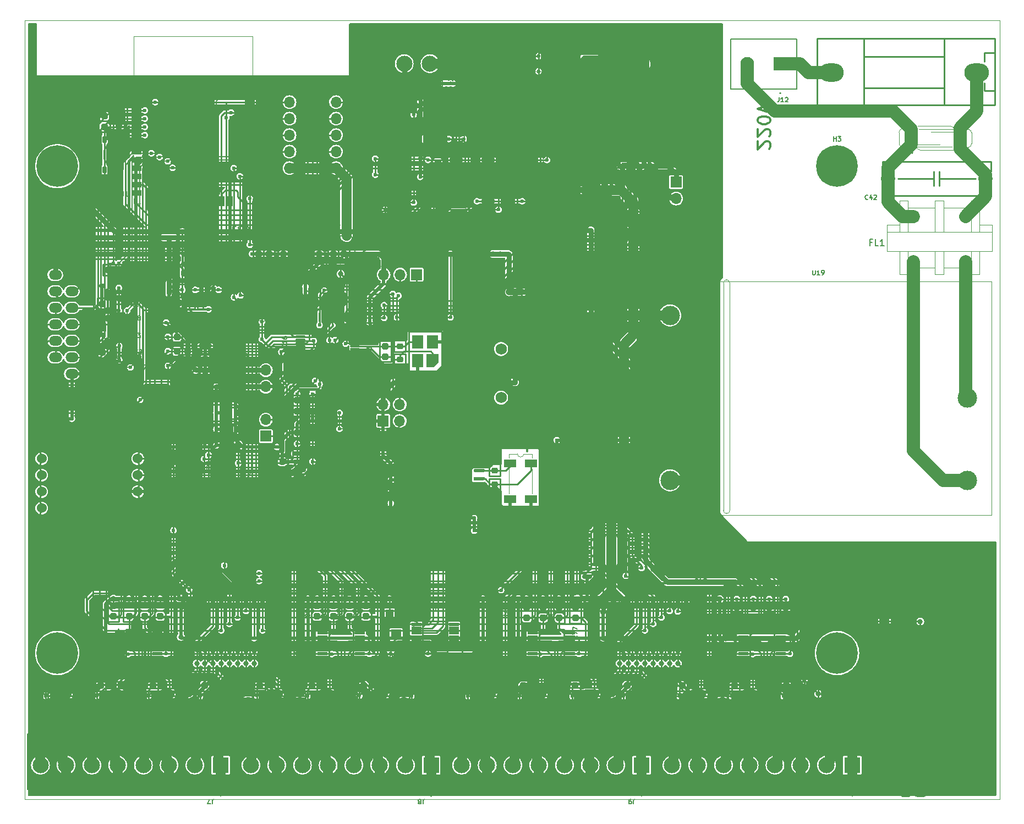
<source format=gts>
%TF.GenerationSoftware,KiCad,Pcbnew,7.0.1*%
%TF.CreationDate,2023-03-18T18:02:21+07:00*%
%TF.ProjectId,dongtam,646f6e67-7461-46d2-9e6b-696361645f70,rev?*%
%TF.SameCoordinates,Original*%
%TF.FileFunction,Soldermask,Top*%
%TF.FilePolarity,Negative*%
%FSLAX46Y46*%
G04 Gerber Fmt 4.6, Leading zero omitted, Abs format (unit mm)*
G04 Created by KiCad (PCBNEW 7.0.1) date 2023-03-18 18:02:21*
%MOMM*%
%LPD*%
G01*
G04 APERTURE LIST*
G04 Aperture macros list*
%AMRoundRect*
0 Rectangle with rounded corners*
0 $1 Rounding radius*
0 $2 $3 $4 $5 $6 $7 $8 $9 X,Y pos of 4 corners*
0 Add a 4 corners polygon primitive as box body*
4,1,4,$2,$3,$4,$5,$6,$7,$8,$9,$2,$3,0*
0 Add four circle primitives for the rounded corners*
1,1,$1+$1,$2,$3*
1,1,$1+$1,$4,$5*
1,1,$1+$1,$6,$7*
1,1,$1+$1,$8,$9*
0 Add four rect primitives between the rounded corners*
20,1,$1+$1,$2,$3,$4,$5,0*
20,1,$1+$1,$4,$5,$6,$7,0*
20,1,$1+$1,$6,$7,$8,$9,0*
20,1,$1+$1,$8,$9,$2,$3,0*%
%AMOutline4P*
0 Free polygon, 4 corners , with rotation*
0 The origin of the aperture is its center*
0 number of corners: always 4*
0 $1 to $8 corner X, Y*
0 $9 Rotation angle, in degrees counterclockwise*
0 create outline with 4 corners*
4,1,4,$1,$2,$3,$4,$5,$6,$7,$8,$1,$2,$9*%
%AMOutline5P*
0 Free polygon, 5 corners , with rotation*
0 The origin of the aperture is its center*
0 number of corners: always 5*
0 $1 to $10 corner X, Y*
0 $11 Rotation angle, in degrees counterclockwise*
0 create outline with 5 corners*
4,1,5,$1,$2,$3,$4,$5,$6,$7,$8,$9,$10,$1,$2,$11*%
%AMOutline6P*
0 Free polygon, 6 corners , with rotation*
0 The origin of the aperture is its center*
0 number of corners: always 6*
0 $1 to $12 corner X, Y*
0 $13 Rotation angle, in degrees counterclockwise*
0 create outline with 6 corners*
4,1,6,$1,$2,$3,$4,$5,$6,$7,$8,$9,$10,$11,$12,$1,$2,$13*%
%AMOutline7P*
0 Free polygon, 7 corners , with rotation*
0 The origin of the aperture is its center*
0 number of corners: always 7*
0 $1 to $14 corner X, Y*
0 $15 Rotation angle, in degrees counterclockwise*
0 create outline with 7 corners*
4,1,7,$1,$2,$3,$4,$5,$6,$7,$8,$9,$10,$11,$12,$13,$14,$1,$2,$15*%
%AMOutline8P*
0 Free polygon, 8 corners , with rotation*
0 The origin of the aperture is its center*
0 number of corners: always 8*
0 $1 to $16 corner X, Y*
0 $17 Rotation angle, in degrees counterclockwise*
0 create outline with 8 corners*
4,1,8,$1,$2,$3,$4,$5,$6,$7,$8,$9,$10,$11,$12,$13,$14,$15,$16,$1,$2,$17*%
%AMFreePoly0*
4,1,19,0.500000,-0.750000,0.000000,-0.750000,0.000000,-0.744911,-0.071157,-0.744911,-0.207708,-0.704816,-0.327430,-0.627875,-0.420627,-0.520320,-0.479746,-0.390866,-0.500000,-0.250000,-0.500000,0.250000,-0.479746,0.390866,-0.420627,0.520320,-0.327430,0.627875,-0.207708,0.704816,-0.071157,0.744911,0.000000,0.744911,0.000000,0.750000,0.500000,0.750000,0.500000,-0.750000,0.500000,-0.750000,
$1*%
%AMFreePoly1*
4,1,19,0.000000,0.744911,0.071157,0.744911,0.207708,0.704816,0.327430,0.627875,0.420627,0.520320,0.479746,0.390866,0.500000,0.250000,0.500000,-0.250000,0.479746,-0.390866,0.420627,-0.520320,0.327430,-0.627875,0.207708,-0.704816,0.071157,-0.744911,0.000000,-0.744911,0.000000,-0.750000,-0.500000,-0.750000,-0.500000,0.750000,0.000000,0.750000,0.000000,0.744911,0.000000,0.744911,
$1*%
G04 Aperture macros list end*
%ADD10RoundRect,0.250000X-0.250000X-0.250000X0.250000X-0.250000X0.250000X0.250000X-0.250000X0.250000X0*%
%ADD11RoundRect,0.250000X0.250000X0.250000X-0.250000X0.250000X-0.250000X-0.250000X0.250000X-0.250000X0*%
%ADD12RoundRect,0.225000X-0.250000X0.225000X-0.250000X-0.225000X0.250000X-0.225000X0.250000X0.225000X0*%
%ADD13RoundRect,0.250000X-0.850000X-0.350000X0.850000X-0.350000X0.850000X0.350000X-0.850000X0.350000X0*%
%ADD14RoundRect,0.249997X-2.950003X-2.650003X2.950003X-2.650003X2.950003X2.650003X-2.950003X2.650003X0*%
%ADD15Outline5P,-0.750000X0.000000X-0.450000X0.300000X0.750000X0.300000X0.750000X-0.300000X-0.750000X-0.300000X90.000000*%
%ADD16RoundRect,0.150000X0.150000X-0.600000X0.150000X0.600000X-0.150000X0.600000X-0.150000X-0.600000X0*%
%ADD17RoundRect,0.250000X-0.250000X0.250000X-0.250000X-0.250000X0.250000X-0.250000X0.250000X0.250000X0*%
%ADD18RoundRect,0.225000X-0.225000X-0.250000X0.225000X-0.250000X0.225000X0.250000X-0.225000X0.250000X0*%
%ADD19RoundRect,0.225000X0.225000X0.250000X-0.225000X0.250000X-0.225000X-0.250000X0.225000X-0.250000X0*%
%ADD20Outline5P,-0.750000X0.000000X-0.450000X0.300000X0.750000X0.300000X0.750000X-0.300000X-0.750000X-0.300000X180.000000*%
%ADD21RoundRect,0.150000X0.600000X0.150000X-0.600000X0.150000X-0.600000X-0.150000X0.600000X-0.150000X0*%
%ADD22RoundRect,0.250000X-0.450000X0.262500X-0.450000X-0.262500X0.450000X-0.262500X0.450000X0.262500X0*%
%ADD23RoundRect,0.150000X0.350000X0.150000X-0.350000X0.150000X-0.350000X-0.150000X0.350000X-0.150000X0*%
%ADD24R,1.700000X1.300000*%
%ADD25FreePoly0,180.000000*%
%ADD26FreePoly1,180.000000*%
%ADD27R,2.100000X2.100000*%
%ADD28C,2.100000*%
%ADD29R,1.800000X2.500000*%
%ADD30R,1.200000X1.200000*%
%ADD31R,1.600000X1.500000*%
%ADD32R,1.500000X0.900000*%
%ADD33R,0.900000X1.500000*%
%ADD34C,0.600000*%
%ADD35R,4.200000X4.200000*%
%ADD36R,2.475000X2.475000*%
%ADD37C,2.475000*%
%ADD38C,1.800000*%
%ADD39RoundRect,0.250000X0.250000X-0.250000X0.250000X0.250000X-0.250000X0.250000X-0.250000X-0.250000X0*%
%ADD40RoundRect,0.225000X0.250000X-0.225000X0.250000X0.225000X-0.250000X0.225000X-0.250000X-0.225000X0*%
%ADD41RoundRect,0.218750X-0.218750X-0.256250X0.218750X-0.256250X0.218750X0.256250X-0.218750X0.256250X0*%
%ADD42RoundRect,0.250000X1.450000X-0.312500X1.450000X0.312500X-1.450000X0.312500X-1.450000X-0.312500X0*%
%ADD43R,1.900000X1.300000*%
%ADD44C,0.800000*%
%ADD45C,6.400000*%
%ADD46C,1.524000*%
%ADD47RoundRect,0.218750X0.256250X-0.218750X0.256250X0.218750X-0.256250X0.218750X-0.256250X-0.218750X0*%
%ADD48C,3.000000*%
%ADD49RoundRect,0.020500X-0.759500X-0.184500X0.759500X-0.184500X0.759500X0.184500X-0.759500X0.184500X0*%
%ADD50C,2.200000*%
%ADD51RoundRect,0.250000X1.950000X1.000000X-1.950000X1.000000X-1.950000X-1.000000X1.950000X-1.000000X0*%
%ADD52RoundRect,0.150000X-0.350000X-0.150000X0.350000X-0.150000X0.350000X0.150000X-0.350000X0.150000X0*%
%ADD53O,2.000000X1.500000*%
%ADD54C,1.752600*%
%ADD55RoundRect,0.647700X-0.647700X1.155700X-0.647700X-1.155700X0.647700X-1.155700X0.647700X1.155700X0*%
%ADD56RoundRect,0.150000X-0.150000X0.350000X-0.150000X-0.350000X0.150000X-0.350000X0.150000X0.350000X0*%
%ADD57FreePoly0,270.000000*%
%ADD58FreePoly1,270.000000*%
%ADD59RoundRect,0.162500X-0.162500X0.362500X-0.162500X-0.362500X0.162500X-0.362500X0.162500X0.362500X0*%
%ADD60Outline4P,-0.750000X-0.750000X0.750000X-0.750000X0.750000X0.750000X-0.750000X0.750000X0.000000*%
%ADD61C,1.500000*%
%ADD62RoundRect,0.150000X0.150000X-0.825000X0.150000X0.825000X-0.150000X0.825000X-0.150000X-0.825000X0*%
%ADD63R,1.700000X1.700000*%
%ADD64O,1.700000X1.700000*%
%ADD65RoundRect,0.090000X-0.895000X-0.210000X0.895000X-0.210000X0.895000X0.210000X-0.895000X0.210000X0*%
%ADD66RoundRect,0.150000X0.150000X-0.350000X0.150000X0.350000X-0.150000X0.350000X-0.150000X-0.350000X0*%
%ADD67R,1.500000X1.600000*%
%ADD68RoundRect,0.150000X-0.875000X-0.150000X0.875000X-0.150000X0.875000X0.150000X-0.875000X0.150000X0*%
%ADD69RoundRect,0.250000X1.000000X-1.950000X1.000000X1.950000X-1.000000X1.950000X-1.000000X-1.950000X0*%
%ADD70RoundRect,0.075000X0.662500X0.075000X-0.662500X0.075000X-0.662500X-0.075000X0.662500X-0.075000X0*%
%ADD71RoundRect,0.075000X0.075000X0.662500X-0.075000X0.662500X-0.075000X-0.662500X0.075000X-0.662500X0*%
%ADD72RoundRect,0.285000X-0.285000X-0.415000X0.285000X-0.415000X0.285000X0.415000X-0.285000X0.415000X0*%
%ADD73R,1.760000X1.400000*%
%ADD74R,1.760000X3.500000*%
%ADD75Outline5P,-0.605000X0.000000X-0.310000X0.295000X0.605000X0.295000X0.605000X-0.295000X-0.605000X-0.295000X180.000000*%
%ADD76RoundRect,0.088500X0.516500X0.206500X-0.516500X0.206500X-0.516500X-0.206500X0.516500X-0.206500X0*%
%ADD77Outline5P,-1.050000X0.900000X1.050000X0.900000X1.050000X-0.900000X-0.330000X-0.900000X-1.050000X-0.180000X90.000000*%
%ADD78R,1.800000X2.100000*%
%ADD79RoundRect,0.162500X-0.362500X-0.162500X0.362500X-0.162500X0.362500X0.162500X-0.362500X0.162500X0*%
%ADD80R,1.500000X1.000000*%
%ADD81Outline5P,-0.975000X0.000000X-0.675000X0.300000X0.975000X0.300000X0.975000X-0.300000X-0.975000X-0.300000X180.000000*%
%ADD82RoundRect,0.150000X0.825000X0.150000X-0.825000X0.150000X-0.825000X-0.150000X0.825000X-0.150000X0*%
%ADD83Outline5P,-0.850900X0.000000X-0.584200X0.266700X0.850900X0.266700X0.850900X-0.266700X-0.850900X-0.266700X180.000000*%
%ADD84RoundRect,0.133350X0.717550X0.133350X-0.717550X0.133350X-0.717550X-0.133350X0.717550X-0.133350X0*%
%ADD85R,2.500000X1.800000*%
%ADD86O,3.800000X2.800000*%
%TA.AperFunction,SMDPad,CuDef*%
%ADD87RoundRect,0.250000X-0.250000X-0.250000X0.250000X-0.250000X0.250000X0.250000X-0.250000X0.250000X0*%
%TD*%
%TA.AperFunction,SMDPad,CuDef*%
%ADD88RoundRect,0.250000X0.250000X0.250000X-0.250000X0.250000X-0.250000X-0.250000X0.250000X-0.250000X0*%
%TD*%
%TA.AperFunction,SMDPad,CuDef*%
%ADD89RoundRect,0.225000X-0.250000X0.225000X-0.250000X-0.225000X0.250000X-0.225000X0.250000X0.225000X0*%
%TD*%
%TA.AperFunction,SMDPad,CuDef*%
%ADD90RoundRect,0.250000X-0.850000X-0.350000X0.850000X-0.350000X0.850000X0.350000X-0.850000X0.350000X0*%
%TD*%
%TA.AperFunction,SMDPad,CuDef*%
%ADD91RoundRect,0.250000X-1.275000X-1.125000X1.275000X-1.125000X1.275000X1.125000X-1.275000X1.125000X0*%
%TD*%
%TA.AperFunction,SMDPad,CuDef*%
%ADD92RoundRect,0.249997X-2.950003X-2.650003X2.950003X-2.650003X2.950003X2.650003X-2.950003X2.650003X0*%
%TD*%
%TA.AperFunction,SMDPad,CuDef*%
%ADD93Outline5P,-0.750000X0.000000X-0.450000X0.300000X0.750000X0.300000X0.750000X-0.300000X-0.750000X-0.300000X90.000000*%
%TD*%
%TA.AperFunction,SMDPad,CuDef*%
%ADD94RoundRect,0.150000X0.150000X-0.600000X0.150000X0.600000X-0.150000X0.600000X-0.150000X-0.600000X0*%
%TD*%
%TA.AperFunction,SMDPad,CuDef*%
%ADD95RoundRect,0.250000X-0.250000X0.250000X-0.250000X-0.250000X0.250000X-0.250000X0.250000X0.250000X0*%
%TD*%
%TA.AperFunction,SMDPad,CuDef*%
%ADD96RoundRect,0.225000X-0.225000X-0.250000X0.225000X-0.250000X0.225000X0.250000X-0.225000X0.250000X0*%
%TD*%
%TA.AperFunction,SMDPad,CuDef*%
%ADD97RoundRect,0.225000X0.225000X0.250000X-0.225000X0.250000X-0.225000X-0.250000X0.225000X-0.250000X0*%
%TD*%
%TA.AperFunction,SMDPad,CuDef*%
%ADD98Outline5P,-0.750000X0.000000X-0.450000X0.300000X0.750000X0.300000X0.750000X-0.300000X-0.750000X-0.300000X180.000000*%
%TD*%
%TA.AperFunction,SMDPad,CuDef*%
%ADD99RoundRect,0.150000X0.600000X0.150000X-0.600000X0.150000X-0.600000X-0.150000X0.600000X-0.150000X0*%
%TD*%
%TA.AperFunction,SMDPad,CuDef*%
%ADD100RoundRect,0.250000X-0.450000X0.262500X-0.450000X-0.262500X0.450000X-0.262500X0.450000X0.262500X0*%
%TD*%
%TA.AperFunction,SMDPad,CuDef*%
%ADD101R,0.800000X0.600000*%
%TD*%
%TA.AperFunction,SMDPad,CuDef*%
%ADD102RoundRect,0.150000X0.350000X0.150000X-0.350000X0.150000X-0.350000X-0.150000X0.350000X-0.150000X0*%
%TD*%
%TA.AperFunction,SMDPad,CuDef*%
%ADD103R,1.700000X1.300000*%
%TD*%
%TA.AperFunction,SMDPad,CuDef*%
%ADD104FreePoly0,180.000000*%
%TD*%
%TA.AperFunction,SMDPad,CuDef*%
%ADD105FreePoly1,180.000000*%
%TD*%
%TA.AperFunction,ComponentPad*%
%ADD106R,2.100000X2.100000*%
%TD*%
%TA.AperFunction,ComponentPad*%
%ADD107C,2.100000*%
%TD*%
%TA.AperFunction,SMDPad,CuDef*%
%ADD108R,1.800000X2.500000*%
%TD*%
%TA.AperFunction,SMDPad,CuDef*%
%ADD109R,1.200000X1.200000*%
%TD*%
%TA.AperFunction,SMDPad,CuDef*%
%ADD110R,1.600000X1.500000*%
%TD*%
%TA.AperFunction,SMDPad,CuDef*%
%ADD111R,1.500000X0.900000*%
%TD*%
%TA.AperFunction,SMDPad,CuDef*%
%ADD112R,0.900000X1.500000*%
%TD*%
%TA.AperFunction,SMDPad,CuDef*%
%ADD113R,1.050000X1.050000*%
%TD*%
%TA.AperFunction,HeatsinkPad*%
%ADD114C,0.600000*%
%TD*%
%TA.AperFunction,SMDPad,CuDef*%
%ADD115R,4.200000X4.200000*%
%TD*%
%TA.AperFunction,ComponentPad*%
%ADD116R,2.475000X2.475000*%
%TD*%
%TA.AperFunction,ComponentPad*%
%ADD117C,2.475000*%
%TD*%
%TA.AperFunction,ComponentPad*%
%ADD118C,1.800000*%
%TD*%
%TA.AperFunction,SMDPad,CuDef*%
%ADD119RoundRect,0.250000X0.250000X-0.250000X0.250000X0.250000X-0.250000X0.250000X-0.250000X-0.250000X0*%
%TD*%
%TA.AperFunction,SMDPad,CuDef*%
%ADD120RoundRect,0.225000X0.250000X-0.225000X0.250000X0.225000X-0.250000X0.225000X-0.250000X-0.225000X0*%
%TD*%
%TA.AperFunction,SMDPad,CuDef*%
%ADD121RoundRect,0.218750X-0.218750X-0.256250X0.218750X-0.256250X0.218750X0.256250X-0.218750X0.256250X0*%
%TD*%
%TA.AperFunction,SMDPad,CuDef*%
%ADD122RoundRect,0.250000X1.450000X-0.312500X1.450000X0.312500X-1.450000X0.312500X-1.450000X-0.312500X0*%
%TD*%
%TA.AperFunction,SMDPad,CuDef*%
%ADD123R,1.900000X1.300000*%
%TD*%
%TA.AperFunction,ComponentPad*%
%ADD124C,0.800000*%
%TD*%
%TA.AperFunction,ComponentPad*%
%ADD125C,6.400000*%
%TD*%
%TA.AperFunction,ComponentPad*%
%ADD126C,1.524000*%
%TD*%
%TA.AperFunction,SMDPad,CuDef*%
%ADD127RoundRect,0.218750X0.256250X-0.218750X0.256250X0.218750X-0.256250X0.218750X-0.256250X-0.218750X0*%
%TD*%
%TA.AperFunction,ComponentPad*%
%ADD128C,3.000000*%
%TD*%
%TA.AperFunction,SMDPad,CuDef*%
%ADD129RoundRect,0.020500X-0.759500X-0.184500X0.759500X-0.184500X0.759500X0.184500X-0.759500X0.184500X0*%
%TD*%
%TA.AperFunction,ComponentPad*%
%ADD130C,2.200000*%
%TD*%
%TA.AperFunction,SMDPad,CuDef*%
%ADD131RoundRect,0.250000X1.950000X1.000000X-1.950000X1.000000X-1.950000X-1.000000X1.950000X-1.000000X0*%
%TD*%
%TA.AperFunction,SMDPad,CuDef*%
%ADD132RoundRect,0.150000X-0.350000X-0.150000X0.350000X-0.150000X0.350000X0.150000X-0.350000X0.150000X0*%
%TD*%
%TA.AperFunction,ComponentPad*%
%ADD133O,2.000000X1.500000*%
%TD*%
%TA.AperFunction,WasherPad*%
%ADD134C,1.752600*%
%TD*%
%TA.AperFunction,SMDPad,CuDef*%
%ADD135RoundRect,0.647700X-0.647700X1.155700X-0.647700X-1.155700X0.647700X-1.155700X0.647700X1.155700X0*%
%TD*%
%TA.AperFunction,SMDPad,CuDef*%
%ADD136RoundRect,0.150000X-0.150000X0.350000X-0.150000X-0.350000X0.150000X-0.350000X0.150000X0.350000X0*%
%TD*%
%TA.AperFunction,SMDPad,CuDef*%
%ADD137FreePoly0,270.000000*%
%TD*%
%TA.AperFunction,SMDPad,CuDef*%
%ADD138FreePoly1,270.000000*%
%TD*%
%TA.AperFunction,SMDPad,CuDef*%
%ADD139RoundRect,0.162500X-0.162500X0.362500X-0.162500X-0.362500X0.162500X-0.362500X0.162500X0.362500X0*%
%TD*%
%TA.AperFunction,ComponentPad*%
%ADD140Outline4P,-0.750000X-0.750000X0.750000X-0.750000X0.750000X0.750000X-0.750000X0.750000X0.000000*%
%TD*%
%TA.AperFunction,ComponentPad*%
%ADD141C,1.500000*%
%TD*%
%TA.AperFunction,SMDPad,CuDef*%
%ADD142RoundRect,0.150000X0.150000X-0.825000X0.150000X0.825000X-0.150000X0.825000X-0.150000X-0.825000X0*%
%TD*%
%TA.AperFunction,ComponentPad*%
%ADD143R,1.700000X1.700000*%
%TD*%
%TA.AperFunction,ComponentPad*%
%ADD144O,1.700000X1.700000*%
%TD*%
%TA.AperFunction,SMDPad,CuDef*%
%ADD145RoundRect,0.090000X-0.895000X-0.210000X0.895000X-0.210000X0.895000X0.210000X-0.895000X0.210000X0*%
%TD*%
%TA.AperFunction,SMDPad,CuDef*%
%ADD146RoundRect,0.150000X0.150000X-0.350000X0.150000X0.350000X-0.150000X0.350000X-0.150000X-0.350000X0*%
%TD*%
%TA.AperFunction,SMDPad,CuDef*%
%ADD147R,1.500000X1.600000*%
%TD*%
%TA.AperFunction,SMDPad,CuDef*%
%ADD148RoundRect,0.150000X-0.875000X-0.150000X0.875000X-0.150000X0.875000X0.150000X-0.875000X0.150000X0*%
%TD*%
%TA.AperFunction,SMDPad,CuDef*%
%ADD149RoundRect,0.250000X1.000000X-1.950000X1.000000X1.950000X-1.000000X1.950000X-1.000000X-1.950000X0*%
%TD*%
%TA.AperFunction,SMDPad,CuDef*%
%ADD150RoundRect,0.075000X0.662500X0.075000X-0.662500X0.075000X-0.662500X-0.075000X0.662500X-0.075000X0*%
%TD*%
%TA.AperFunction,SMDPad,CuDef*%
%ADD151RoundRect,0.075000X0.075000X0.662500X-0.075000X0.662500X-0.075000X-0.662500X0.075000X-0.662500X0*%
%TD*%
%TA.AperFunction,SMDPad,CuDef*%
%ADD152RoundRect,0.285000X-0.285000X-0.415000X0.285000X-0.415000X0.285000X0.415000X-0.285000X0.415000X0*%
%TD*%
%TA.AperFunction,SMDPad,CuDef*%
%ADD153R,1.760000X1.400000*%
%TD*%
%TA.AperFunction,SMDPad,CuDef*%
%ADD154R,1.760000X3.500000*%
%TD*%
%TA.AperFunction,SMDPad,CuDef*%
%ADD155Outline5P,-0.605000X0.000000X-0.310000X0.295000X0.605000X0.295000X0.605000X-0.295000X-0.605000X-0.295000X180.000000*%
%TD*%
%TA.AperFunction,SMDPad,CuDef*%
%ADD156RoundRect,0.088500X0.516500X0.206500X-0.516500X0.206500X-0.516500X-0.206500X0.516500X-0.206500X0*%
%TD*%
%TA.AperFunction,SMDPad,CuDef*%
%ADD157Outline5P,-1.050000X0.900000X1.050000X0.900000X1.050000X-0.900000X-0.330000X-0.900000X-1.050000X-0.180000X90.000000*%
%TD*%
%TA.AperFunction,SMDPad,CuDef*%
%ADD158R,1.800000X2.100000*%
%TD*%
%TA.AperFunction,SMDPad,CuDef*%
%ADD159RoundRect,0.162500X-0.362500X-0.162500X0.362500X-0.162500X0.362500X0.162500X-0.362500X0.162500X0*%
%TD*%
%TA.AperFunction,SMDPad,CuDef*%
%ADD160R,1.500000X1.000000*%
%TD*%
%TA.AperFunction,SMDPad,CuDef*%
%ADD161Outline5P,-0.975000X0.000000X-0.675000X0.300000X0.975000X0.300000X0.975000X-0.300000X-0.975000X-0.300000X180.000000*%
%TD*%
%TA.AperFunction,SMDPad,CuDef*%
%ADD162RoundRect,0.150000X0.825000X0.150000X-0.825000X0.150000X-0.825000X-0.150000X0.825000X-0.150000X0*%
%TD*%
%TA.AperFunction,SMDPad,CuDef*%
%ADD163Outline5P,-0.850900X0.000000X-0.584200X0.266700X0.850900X0.266700X0.850900X-0.266700X-0.850900X-0.266700X180.000000*%
%TD*%
%TA.AperFunction,SMDPad,CuDef*%
%ADD164RoundRect,0.133350X0.717550X0.133350X-0.717550X0.133350X-0.717550X-0.133350X0.717550X-0.133350X0*%
%TD*%
%TA.AperFunction,SMDPad,CuDef*%
%ADD165R,2.500000X1.800000*%
%TD*%
%TA.AperFunction,ComponentPad*%
%ADD166O,3.800000X2.800000*%
%TD*%
%TA.AperFunction,ViaPad*%
%ADD167C,0.800000*%
%TD*%
%TA.AperFunction,ViaPad*%
%ADD168C,0.600000*%
%TD*%
%TA.AperFunction,ViaPad*%
%ADD169C,0.400000*%
%TD*%
%TA.AperFunction,Conductor*%
%ADD170C,0.250000*%
%TD*%
%TA.AperFunction,Conductor*%
%ADD171C,0.500000*%
%TD*%
%TA.AperFunction,Conductor*%
%ADD172C,0.750000*%
%TD*%
%TA.AperFunction,Conductor*%
%ADD173C,2.000000*%
%TD*%
%TA.AperFunction,Conductor*%
%ADD174C,1.500000*%
%TD*%
%TA.AperFunction,Conductor*%
%ADD175C,1.000000*%
%TD*%
%TA.AperFunction,Conductor*%
%ADD176C,0.200000*%
%TD*%
%TA.AperFunction,Conductor*%
%ADD177C,0.600000*%
%TD*%
%ADD178RoundRect,0.250000X-1.275000X-1.125000X1.275000X-1.125000X1.275000X1.125000X-1.275000X1.125000X0*%
%ADD179R,0.800000X0.600000*%
%ADD180R,1.050000X1.050000*%
%ADD181C,0.150000*%
%ADD182C,0.200000*%
%ADD183C,0.300000*%
%ADD184C,0.250000*%
%ADD185C,0.120000*%
%ADD186C,0.464495*%
%ADD187C,0.127000*%
%ADD188C,0.260312*%
%ADD189C,0.283607*%
%ADD190C,0.152400*%
%TA.AperFunction,Profile*%
%ADD191C,0.100000*%
%TD*%
G04 APERTURE END LIST*
D10*
%TO.C,R58*%
X86350000Y-77950000D03*
X88000000Y-77950000D03*
%TD*%
%TO.C,R6*%
X104675000Y-92500000D03*
X106325000Y-92500000D03*
%TD*%
D11*
%TO.C,R103*%
X130625000Y-57950000D03*
X128975000Y-57950000D03*
%TD*%
D12*
%TO.C,C31*%
X181860000Y-128325000D03*
X181860000Y-129875000D03*
%TD*%
D13*
%TO.C,U16*%
X147260000Y-41120000D03*
D14*
X153560000Y-43400000D03*
D13*
X147260000Y-45680000D03*
%TD*%
D15*
%TO.C,U6*%
X166385000Y-128820000D03*
D16*
X167655000Y-128820000D03*
X168925000Y-128820000D03*
X170195000Y-128820000D03*
X171465000Y-128820000D03*
X172735000Y-128820000D03*
X174005000Y-128820000D03*
X175275000Y-128820000D03*
X175275000Y-121720000D03*
X174005000Y-121720000D03*
X172735000Y-121720000D03*
X171465000Y-121720000D03*
X170195000Y-121720000D03*
X168925000Y-121720000D03*
X167655000Y-121720000D03*
X166385000Y-121720000D03*
%TD*%
D17*
%TO.C,R40*%
X211300000Y-144795000D03*
X211300000Y-146445000D03*
%TD*%
D18*
%TO.C,C6*%
X113325000Y-68000000D03*
X114875000Y-68000000D03*
%TD*%
D15*
%TO.C,U5*%
X101195000Y-128820000D03*
D16*
X102465000Y-128820000D03*
X103735000Y-128820000D03*
X105005000Y-128820000D03*
X106275000Y-128820000D03*
X107545000Y-128820000D03*
X108815000Y-128820000D03*
X110085000Y-128820000D03*
X110085000Y-121720000D03*
X108815000Y-121720000D03*
X107545000Y-121720000D03*
X106275000Y-121720000D03*
X105005000Y-121720000D03*
X103735000Y-121720000D03*
X102465000Y-121720000D03*
X101195000Y-121720000D03*
%TD*%
D17*
%TO.C,R91*%
X185595000Y-122425000D03*
X185595000Y-124075000D03*
%TD*%
D10*
%TO.C,R106*%
X134725000Y-62300000D03*
X136375000Y-62300000D03*
%TD*%
D17*
%TO.C,R77*%
X158250000Y-122425000D03*
X158250000Y-124075000D03*
%TD*%
%TO.C,R92*%
X183095000Y-122425000D03*
X183095000Y-124075000D03*
%TD*%
D10*
%TO.C,R111*%
X100925000Y-75600000D03*
X102575000Y-75600000D03*
%TD*%
D11*
%TO.C,R2*%
X87112500Y-75700000D03*
X85462500Y-75700000D03*
%TD*%
D19*
%TO.C,C39*%
X167275000Y-92500000D03*
X165725000Y-92500000D03*
%TD*%
D20*
%TO.C,U3*%
X167150000Y-117695000D03*
D21*
X167150000Y-116425000D03*
X167150000Y-115155000D03*
X167150000Y-113885000D03*
X167150000Y-112615000D03*
X167150000Y-111345000D03*
X167150000Y-110075000D03*
X167150000Y-108805000D03*
X160050000Y-108805000D03*
X160050000Y-110075000D03*
X160050000Y-111345000D03*
X160050000Y-112615000D03*
X160050000Y-113885000D03*
X160050000Y-115155000D03*
X160050000Y-116425000D03*
X160050000Y-117695000D03*
%TD*%
D22*
%TO.C,R83*%
X177600000Y-135837500D03*
X177600000Y-137662500D03*
%TD*%
D11*
%TO.C,R71*%
X87362500Y-91000000D03*
X85712500Y-91000000D03*
%TD*%
D12*
%TO.C,C8*%
X99150000Y-116995000D03*
X99150000Y-118545000D03*
%TD*%
D17*
%TO.C,R94*%
X188095000Y-122425000D03*
X188095000Y-124075000D03*
%TD*%
D11*
%TO.C,R16*%
X98575000Y-80800000D03*
X96925000Y-80800000D03*
%TD*%
D17*
%TO.C,R76*%
X150750000Y-122425000D03*
X150750000Y-124075000D03*
%TD*%
D11*
%TO.C,R81*%
X190695000Y-134480000D03*
X189045000Y-134480000D03*
%TD*%
D23*
%TO.C,Q6*%
X126400000Y-137955000D03*
X126400000Y-136055000D03*
X123862500Y-137005000D03*
%TD*%
D19*
%TO.C,C38*%
X167275000Y-90100000D03*
X165725000Y-90100000D03*
%TD*%
D24*
%TO.C,Z1*%
X76550000Y-41900000D03*
X76550000Y-45400000D03*
%TD*%
D11*
%TO.C,R64*%
X150195000Y-134480000D03*
X148545000Y-134480000D03*
%TD*%
D25*
%TO.C,JP1*%
X80478300Y-45750000D03*
D26*
X79178300Y-45750000D03*
%TD*%
D11*
%TO.C,R33*%
X93195000Y-134480000D03*
X91545000Y-134480000D03*
%TD*%
D27*
%TO.C,J12*%
X189770000Y-38750000D03*
D28*
X184690000Y-38750000D03*
%TD*%
D23*
%TO.C,Q12*%
X175400000Y-137955000D03*
X175400000Y-136055000D03*
X172862500Y-137005000D03*
%TD*%
D29*
%TO.C,D5*%
X173550000Y-49445000D03*
X173550000Y-53445000D03*
%TD*%
D18*
%TO.C,C36*%
X161475000Y-85250000D03*
X163025000Y-85250000D03*
%TD*%
D30*
%TO.C,RV1*%
X131640000Y-123360000D03*
D31*
X130640000Y-126610000D03*
D30*
X129640000Y-123360000D03*
%TD*%
D32*
%TO.C,U1*%
X90655000Y-42095600D03*
X90655000Y-43365600D03*
X90655000Y-44635600D03*
X90655000Y-45905600D03*
X90655000Y-47175600D03*
X90655000Y-48445600D03*
X90655000Y-49715600D03*
X90655000Y-50985600D03*
X90655000Y-52255600D03*
X90655000Y-53525600D03*
X90655000Y-54795600D03*
X90655000Y-56065600D03*
X90655000Y-57335600D03*
X90655000Y-58605600D03*
D33*
X93695000Y-59855600D03*
X94965000Y-59855600D03*
X96235000Y-59855600D03*
X97505000Y-59855600D03*
X98775000Y-59855600D03*
X100045000Y-59855600D03*
X101315000Y-59855600D03*
X102585000Y-59855600D03*
X103855000Y-59855600D03*
X105125000Y-59855600D03*
D32*
X108155000Y-58605600D03*
X108155000Y-57335600D03*
X108155000Y-56065600D03*
X108155000Y-54795600D03*
X108155000Y-53525600D03*
X108155000Y-52255600D03*
X108155000Y-50985600D03*
X108155000Y-49715600D03*
X108155000Y-48445600D03*
X108155000Y-47175600D03*
X108155000Y-45905600D03*
X108155000Y-44635600D03*
X108155000Y-43365600D03*
X108155000Y-42095600D03*
D34*
X97200000Y-48673100D03*
X97200000Y-50198100D03*
X97962500Y-47910600D03*
X97962500Y-49435600D03*
X97962500Y-50960600D03*
X98725000Y-48673100D03*
D35*
X98725000Y-49435600D03*
D34*
X98725000Y-50198100D03*
X99487500Y-47910600D03*
X99487500Y-49435600D03*
X99487500Y-50960600D03*
X100250000Y-48673100D03*
X100250000Y-50198100D03*
%TD*%
D18*
%TO.C,C35*%
X161475000Y-83000000D03*
X163025000Y-83000000D03*
%TD*%
D19*
%TO.C,C9*%
X161600000Y-119880000D03*
X160050000Y-119880000D03*
%TD*%
D12*
%TO.C,C13*%
X126660000Y-79425000D03*
X126660000Y-80975000D03*
%TD*%
D36*
%TO.C,J7*%
X103640000Y-146760000D03*
D37*
X99680000Y-146760000D03*
X95720000Y-146760000D03*
X91760000Y-146760000D03*
X87800000Y-146760000D03*
X83840000Y-146760000D03*
X79880000Y-146760000D03*
X75920000Y-146760000D03*
%TD*%
D38*
%TO.C,RV4*%
X209910000Y-48790000D03*
X217410000Y-51490000D03*
%TD*%
D39*
%TO.C,R97*%
X151650000Y-37525000D03*
X151650000Y-35875000D03*
%TD*%
D23*
%TO.C,Q11*%
X166900000Y-137955000D03*
X166900000Y-136055000D03*
X164362500Y-137005000D03*
%TD*%
D39*
%TO.C,R104*%
X135300000Y-50275000D03*
X135300000Y-48625000D03*
%TD*%
%TO.C,R26*%
X162750000Y-57705000D03*
X162750000Y-56055000D03*
%TD*%
D22*
%TO.C,R51*%
X112430000Y-135837500D03*
X112430000Y-137662500D03*
%TD*%
D23*
%TO.C,Q1*%
X85900000Y-137955000D03*
X85900000Y-136055000D03*
X83362500Y-137005000D03*
%TD*%
D29*
%TO.C,D24*%
X142245000Y-37775000D03*
X142245000Y-41775000D03*
%TD*%
D39*
%TO.C,R10*%
X115400000Y-92225000D03*
X115400000Y-90575000D03*
%TD*%
D11*
%TO.C,R95*%
X148910000Y-36550000D03*
X147260000Y-36550000D03*
%TD*%
D23*
%TO.C,Q3*%
X101900000Y-137955000D03*
X101900000Y-136055000D03*
X99362500Y-137005000D03*
%TD*%
D11*
%TO.C,R18*%
X98575000Y-78600000D03*
X96925000Y-78600000D03*
%TD*%
%TO.C,R9*%
X122625000Y-68000000D03*
X120975000Y-68000000D03*
%TD*%
%TO.C,R65*%
X158195000Y-134480000D03*
X156545000Y-134480000D03*
%TD*%
D36*
%TO.C,J15*%
X160440000Y-38800000D03*
D37*
X164400000Y-38800000D03*
X168360000Y-38800000D03*
X172320000Y-38800000D03*
X176280000Y-38800000D03*
%TD*%
D40*
%TO.C,C18*%
X164090000Y-123415000D03*
X164090000Y-121865000D03*
%TD*%
D11*
%TO.C,R19*%
X98575000Y-83000000D03*
X96925000Y-83000000D03*
%TD*%
D10*
%TO.C,R96*%
X147260000Y-38650000D03*
X148910000Y-38650000D03*
%TD*%
D41*
%TO.C,LE5*%
X137587500Y-77800000D03*
X136012500Y-77800000D03*
%TD*%
D10*
%TO.C,R20*%
X141800000Y-104587500D03*
X143450000Y-104587500D03*
%TD*%
D12*
%TO.C,C29*%
X117090000Y-128245000D03*
X117090000Y-129795000D03*
%TD*%
D39*
%TO.C,R24*%
X162750000Y-65265000D03*
X162750000Y-63615000D03*
%TD*%
D23*
%TO.C,Q9*%
X150900000Y-137955000D03*
X150900000Y-136055000D03*
X148362500Y-137005000D03*
%TD*%
D42*
%TO.C,F2*%
X164333333Y-49350000D03*
X164333333Y-45075000D03*
%TD*%
D43*
%TO.C,Y2*%
X148200000Y-100250000D03*
X148200000Y-105750000D03*
X151400000Y-105750000D03*
X151400000Y-100250000D03*
%TD*%
D23*
%TO.C,Q5*%
X118400000Y-137955000D03*
X118400000Y-136055000D03*
X115862500Y-137005000D03*
%TD*%
D29*
%TO.C,D7*%
X159890000Y-53495000D03*
X159890000Y-49495000D03*
%TD*%
D44*
%TO.C,H2*%
X76100000Y-129500000D03*
X76802944Y-127802944D03*
X76802944Y-131197056D03*
X78500000Y-127100000D03*
D45*
X78500000Y-129500000D03*
D44*
X78500000Y-131900000D03*
X80197056Y-127802944D03*
X80197056Y-131197056D03*
X80900000Y-129500000D03*
%TD*%
D23*
%TO.C,Q10*%
X158900000Y-137955000D03*
X158900000Y-136055000D03*
X156362500Y-137005000D03*
%TD*%
D17*
%TO.C,R45*%
X94350000Y-122165000D03*
X94350000Y-123815000D03*
%TD*%
D23*
%TO.C,Q20*%
X77900000Y-137955000D03*
X77900000Y-136055000D03*
X75362500Y-137005000D03*
%TD*%
D46*
%TO.C,U7*%
X90900000Y-107170000D03*
X90900000Y-104630000D03*
X90900000Y-102090000D03*
X90900000Y-99550000D03*
X76100000Y-99550000D03*
X76100000Y-102090000D03*
X76100000Y-104630000D03*
X76100000Y-107170000D03*
%TD*%
D10*
%TO.C,R57*%
X86600000Y-85500000D03*
X88250000Y-85500000D03*
%TD*%
D47*
%TO.C,LE4*%
X211300000Y-148512500D03*
X211300000Y-150087500D03*
%TD*%
D17*
%TO.C,R46*%
X91955000Y-122165000D03*
X91955000Y-123815000D03*
%TD*%
D10*
%TO.C,R110*%
X97175000Y-75548000D03*
X98825000Y-75548000D03*
%TD*%
D22*
%TO.C,R68*%
X152980000Y-135837500D03*
X152980000Y-137662500D03*
%TD*%
D47*
%TO.C,LE3*%
X209025000Y-148475000D03*
X209025000Y-150050000D03*
%TD*%
D18*
%TO.C,C34*%
X101275000Y-86500000D03*
X102825000Y-86500000D03*
%TD*%
D40*
%TO.C,C1*%
X79188300Y-43375000D03*
X79188300Y-41825000D03*
%TD*%
D48*
%TO.C,U19*%
X218526500Y-102877300D03*
X218526500Y-90177300D03*
X172806500Y-102877300D03*
X172806500Y-97797300D03*
X172806500Y-82557300D03*
X172806500Y-77477300D03*
%TD*%
D17*
%TO.C,R82*%
X196515000Y-135792500D03*
X196515000Y-137442500D03*
%TD*%
D40*
%TO.C,C7*%
X88000000Y-48375000D03*
X88000000Y-46825000D03*
%TD*%
%TO.C,C5*%
X88000000Y-43375000D03*
X88000000Y-41825000D03*
%TD*%
D22*
%TO.C,R54*%
X136710000Y-135837500D03*
X136710000Y-137662500D03*
%TD*%
D49*
%TO.C,U12*%
X119293333Y-126367500D03*
X119293333Y-127017500D03*
X119293333Y-127667500D03*
X119293333Y-128317500D03*
X119293333Y-128967500D03*
X119293333Y-129617500D03*
X119293333Y-130267500D03*
X125053333Y-130267500D03*
X125053333Y-129617500D03*
X125053333Y-128967500D03*
X125053333Y-128317500D03*
X125053333Y-127667500D03*
X125053333Y-127017500D03*
X125053333Y-126367500D03*
%TD*%
D23*
%TO.C,Q7*%
X134400000Y-137955000D03*
X134400000Y-136055000D03*
X131862500Y-137005000D03*
%TD*%
D11*
%TO.C,R112*%
X98700000Y-68798000D03*
X97050000Y-68798000D03*
%TD*%
D17*
%TO.C,R62*%
X123500000Y-122175000D03*
X123500000Y-123825000D03*
%TD*%
D11*
%TO.C,R32*%
X85195000Y-134480000D03*
X83545000Y-134480000D03*
%TD*%
D10*
%TO.C,R8*%
X104675000Y-95000000D03*
X106325000Y-95000000D03*
%TD*%
%TO.C,R113*%
X100800000Y-68798000D03*
X102450000Y-68798000D03*
%TD*%
D11*
%TO.C,R34*%
X101195000Y-134480000D03*
X99545000Y-134480000D03*
%TD*%
D22*
%TO.C,R37*%
X95790000Y-135827500D03*
X95790000Y-137652500D03*
%TD*%
D10*
%TO.C,R39*%
X129802500Y-128725000D03*
X131452500Y-128725000D03*
%TD*%
D50*
%TO.C,C42*%
X206340000Y-56430000D03*
X221340000Y-56430000D03*
%TD*%
D19*
%TO.C,C23*%
X116975000Y-95550000D03*
X115425000Y-95550000D03*
%TD*%
D11*
%TO.C,R79*%
X174695000Y-134480000D03*
X173045000Y-134480000D03*
%TD*%
D51*
%TO.C,C43*%
X181620000Y-113140000D03*
X174220000Y-113140000D03*
%TD*%
D52*
%TO.C,Q17*%
X137475000Y-44350000D03*
X137475000Y-46250000D03*
X140012500Y-45300000D03*
%TD*%
D53*
%TO.C,J13*%
X80750000Y-86490000D03*
X80750000Y-83950000D03*
X80750000Y-81410000D03*
X80750000Y-78870000D03*
X80750000Y-76330000D03*
X80750000Y-73790000D03*
X80750000Y-71250000D03*
X78210000Y-71250000D03*
X78210000Y-73790000D03*
X78210000Y-76330000D03*
X78210000Y-78870000D03*
X78210000Y-81410000D03*
X78210000Y-83950000D03*
X78210000Y-86490000D03*
%TD*%
D18*
%TO.C,C24*%
X111575000Y-100025000D03*
X113125000Y-100025000D03*
%TD*%
D22*
%TO.C,R70*%
X169130000Y-135837500D03*
X169130000Y-137662500D03*
%TD*%
D39*
%TO.C,R101*%
X144650000Y-50375000D03*
X144650000Y-48725000D03*
%TD*%
D54*
%TO.C,BT1*%
X146800000Y-82652900D03*
X146800000Y-90145900D03*
D55*
X146800000Y-94298800D03*
X146800000Y-78500000D03*
%TD*%
D18*
%TO.C,C14*%
X116685000Y-75600000D03*
X118235000Y-75600000D03*
%TD*%
D39*
%TO.C,R105*%
X137450000Y-50275000D03*
X137450000Y-48625000D03*
%TD*%
D17*
%TO.C,R15*%
X209025000Y-144732500D03*
X209025000Y-146382500D03*
%TD*%
D20*
%TO.C,U2*%
X108250000Y-118490253D03*
D21*
X108250000Y-117220253D03*
X108250000Y-115950253D03*
X108250000Y-114680253D03*
X108250000Y-113410253D03*
X108250000Y-112140253D03*
X108250000Y-110870253D03*
X108250000Y-109600253D03*
X101150000Y-109600253D03*
X101150000Y-110870253D03*
X101150000Y-112140253D03*
X101150000Y-113410253D03*
X101150000Y-114680253D03*
X101150000Y-115950253D03*
X101150000Y-117220253D03*
X101150000Y-118490253D03*
%TD*%
D39*
%TO.C,R11*%
X117800000Y-92225000D03*
X117800000Y-90575000D03*
%TD*%
D56*
%TO.C,D2*%
X134150000Y-104350000D03*
X132250000Y-104350000D03*
X133200000Y-106887500D03*
%TD*%
D23*
%TO.C,Q16*%
X88000000Y-73900000D03*
X88000000Y-72000000D03*
X85462500Y-72950000D03*
%TD*%
D22*
%TO.C,R52*%
X120410000Y-135837500D03*
X120410000Y-137662500D03*
%TD*%
D12*
%TO.C,C40*%
X150840000Y-72345000D03*
X150840000Y-73895000D03*
%TD*%
D57*
%TO.C,JP2*%
X112700000Y-76300000D03*
D58*
X112700000Y-77600000D03*
%TD*%
D11*
%TO.C,R100*%
X130600000Y-55800000D03*
X128950000Y-55800000D03*
%TD*%
D59*
%TO.C,SW2*%
X87900000Y-50400000D03*
X87900000Y-55050000D03*
X85750000Y-50400000D03*
X85750000Y-55050000D03*
%TD*%
D17*
%TO.C,R93*%
X190595000Y-122425000D03*
X190595000Y-124075000D03*
%TD*%
D39*
%TO.C,R14*%
X120490000Y-92505000D03*
X120490000Y-90855000D03*
%TD*%
D22*
%TO.C,R84*%
X185500000Y-135837500D03*
X185500000Y-137662500D03*
%TD*%
D60*
%TO.C,FL1*%
X210263500Y-62240000D03*
D61*
X210263500Y-69240000D03*
X218263500Y-62240000D03*
X218263500Y-69240000D03*
%TD*%
D40*
%TO.C,C3*%
X83506100Y-43375000D03*
X83506100Y-41825000D03*
%TD*%
D17*
%TO.C,R102*%
X142450000Y-48675000D03*
X142450000Y-50325000D03*
%TD*%
D42*
%TO.C,F1*%
X169076666Y-49350000D03*
X169076666Y-45075000D03*
%TD*%
D62*
%TO.C,U9*%
X164835000Y-65015000D03*
X166105000Y-65015000D03*
X167375000Y-65015000D03*
X168645000Y-65015000D03*
X168645000Y-60065000D03*
X167375000Y-60065000D03*
X166105000Y-60065000D03*
X164835000Y-60065000D03*
%TD*%
D63*
%TO.C,J3*%
X110600000Y-96080000D03*
D64*
X110600000Y-93540000D03*
X110600000Y-91000000D03*
X110600000Y-88460000D03*
X110600000Y-85920000D03*
%TD*%
D65*
%TO.C,U15*%
X139850000Y-52260000D03*
X139850000Y-53530000D03*
X139850000Y-54800000D03*
X139850000Y-56070000D03*
X139850000Y-57340000D03*
X139850000Y-58610000D03*
X139850000Y-59880000D03*
X144800000Y-59880000D03*
X144800000Y-58610000D03*
X144800000Y-57340000D03*
X144800000Y-56070000D03*
X144800000Y-54800000D03*
X144800000Y-53530000D03*
X144800000Y-52260000D03*
%TD*%
D39*
%TO.C,R25*%
X170670000Y-61545000D03*
X170670000Y-59895000D03*
%TD*%
D44*
%TO.C,H1*%
X76100000Y-54500000D03*
X76802944Y-52802944D03*
X76802944Y-56197056D03*
X78500000Y-52100000D03*
D45*
X78500000Y-54500000D03*
D44*
X78500000Y-56900000D03*
X80197056Y-52802944D03*
X80197056Y-56197056D03*
X80900000Y-54500000D03*
%TD*%
D17*
%TO.C,R29*%
X170720000Y-56055000D03*
X170720000Y-57705000D03*
%TD*%
D40*
%TO.C,C4*%
X85750000Y-43375000D03*
X85750000Y-41825000D03*
%TD*%
D66*
%TO.C,Q19*%
X100675000Y-73548000D03*
X102575000Y-73548000D03*
X101625000Y-71010500D03*
%TD*%
D10*
%TO.C,R4*%
X109475000Y-68000000D03*
X111125000Y-68000000D03*
%TD*%
D40*
%TO.C,C16*%
X113785000Y-85430000D03*
X113785000Y-83880000D03*
%TD*%
D30*
%TO.C,RV2*%
X147500000Y-55550000D03*
D67*
X150750000Y-56550000D03*
D30*
X147500000Y-57550000D03*
%TD*%
D22*
%TO.C,R85*%
X193450000Y-135837500D03*
X193450000Y-137662500D03*
%TD*%
D10*
%TO.C,R109*%
X128950000Y-60100000D03*
X130600000Y-60100000D03*
%TD*%
D23*
%TO.C,Q4*%
X110400000Y-137955000D03*
X110400000Y-136055000D03*
X107862500Y-137005000D03*
%TD*%
D47*
%TO.C,LE1*%
X153900000Y-35875000D03*
X153900000Y-37450000D03*
%TD*%
D10*
%TO.C,R98*%
X128950000Y-53350000D03*
X130600000Y-53350000D03*
%TD*%
D63*
%TO.C,J2*%
X128660000Y-93740000D03*
D64*
X128660000Y-91200000D03*
X131200000Y-93740000D03*
X131200000Y-91200000D03*
X133740000Y-93740000D03*
X133740000Y-91200000D03*
%TD*%
D17*
%TO.C,R5*%
X85750000Y-46775000D03*
X85750000Y-48425000D03*
%TD*%
%TO.C,R78*%
X155750000Y-122425000D03*
X155750000Y-124075000D03*
%TD*%
D44*
%TO.C,H3*%
X196100000Y-54500000D03*
X196802944Y-52802944D03*
X196802944Y-56197056D03*
X198500000Y-52100000D03*
D45*
X198500000Y-54500000D03*
D44*
X198500000Y-56900000D03*
X200197056Y-52802944D03*
X200197056Y-56197056D03*
X200900000Y-54500000D03*
%TD*%
%TO.C,H4*%
X196100000Y-129500000D03*
X196802944Y-127802944D03*
X196802944Y-131197056D03*
X198500000Y-127100000D03*
D45*
X198500000Y-129500000D03*
D44*
X198500000Y-131900000D03*
X200197056Y-127802944D03*
X200197056Y-131197056D03*
X200900000Y-129500000D03*
%TD*%
D10*
%TO.C,R21*%
X135952500Y-104607500D03*
X137602500Y-104607500D03*
%TD*%
D11*
%TO.C,R49*%
X125695000Y-134480000D03*
X124045000Y-134480000D03*
%TD*%
D68*
%TO.C,IC1*%
X115750000Y-98755000D03*
X115750000Y-100025000D03*
X115750000Y-101295000D03*
X115750000Y-102565000D03*
X115750000Y-103835000D03*
X115750000Y-105105000D03*
X115750000Y-106375000D03*
X115750000Y-107645000D03*
X125050000Y-107645000D03*
X125050000Y-106375000D03*
X125050000Y-105105000D03*
X125050000Y-103835000D03*
X125050000Y-102565000D03*
X125050000Y-101295000D03*
X125050000Y-100025000D03*
X125050000Y-98755000D03*
%TD*%
D40*
%TO.C,C2*%
X81347200Y-43375000D03*
X81347200Y-41825000D03*
%TD*%
D39*
%TO.C,R41*%
X128960000Y-83857500D03*
X128960000Y-82207500D03*
%TD*%
D63*
%TO.C,J6*%
X121400000Y-42095600D03*
D64*
X121400000Y-44635600D03*
X121400000Y-47175600D03*
X121400000Y-49715600D03*
X121400000Y-52255600D03*
X121400000Y-54795600D03*
%TD*%
D40*
%TO.C,C11*%
X131210000Y-82207500D03*
X131210000Y-80657500D03*
%TD*%
D22*
%TO.C,R38*%
X103910000Y-135847500D03*
X103910000Y-137672500D03*
%TD*%
%TO.C,R36*%
X87920000Y-135837500D03*
X87920000Y-137662500D03*
%TD*%
D17*
%TO.C,R61*%
X126000000Y-122175000D03*
X126000000Y-123825000D03*
%TD*%
%TO.C,R107*%
X135455000Y-44850000D03*
X135455000Y-46500000D03*
%TD*%
D49*
%TO.C,U11*%
X88120000Y-126367500D03*
X88120000Y-127017500D03*
X88120000Y-127667500D03*
X88120000Y-128317500D03*
X88120000Y-128967500D03*
X88120000Y-129617500D03*
X88120000Y-130267500D03*
X93880000Y-130267500D03*
X93880000Y-129617500D03*
X93880000Y-128967500D03*
X93880000Y-128317500D03*
X93880000Y-127667500D03*
X93880000Y-127017500D03*
X93880000Y-126367500D03*
%TD*%
D69*
%TO.C,C44*%
X163295000Y-77477300D03*
X163295000Y-70077300D03*
%TD*%
D22*
%TO.C,R35*%
X79930000Y-135837500D03*
X79930000Y-137662500D03*
%TD*%
D12*
%TO.C,C32*%
X137050000Y-56075000D03*
X137050000Y-57625000D03*
%TD*%
D17*
%TO.C,R75*%
X153250000Y-122425000D03*
X153250000Y-124075000D03*
%TD*%
D66*
%TO.C,Q18*%
X96925000Y-73548000D03*
X98825000Y-73548000D03*
X97875000Y-71010500D03*
%TD*%
D49*
%TO.C,U14*%
X184080000Y-126367500D03*
X184080000Y-127017500D03*
X184080000Y-127667500D03*
X184080000Y-128317500D03*
X184080000Y-128967500D03*
X184080000Y-129617500D03*
X184080000Y-130267500D03*
X189840000Y-130267500D03*
X189840000Y-129617500D03*
X189840000Y-128967500D03*
X189840000Y-128317500D03*
X189840000Y-127667500D03*
X189840000Y-127017500D03*
X189840000Y-126367500D03*
%TD*%
D40*
%TO.C,C19*%
X93070000Y-106765000D03*
X93070000Y-105215000D03*
%TD*%
D10*
%TO.C,R22*%
X135945000Y-106752500D03*
X137595000Y-106752500D03*
%TD*%
D70*
%TO.C,U4*%
X124272500Y-84705000D03*
X124272500Y-84205000D03*
X124272500Y-83705000D03*
X124272500Y-83205000D03*
X124272500Y-82705000D03*
X124272500Y-82205000D03*
X124272500Y-81705000D03*
X124272500Y-81205000D03*
X124272500Y-80705000D03*
X124272500Y-80205000D03*
X124272500Y-79705000D03*
X124272500Y-79205000D03*
D71*
X122860000Y-77792500D03*
X122360000Y-77792500D03*
X121860000Y-77792500D03*
X121360000Y-77792500D03*
X120860000Y-77792500D03*
X120360000Y-77792500D03*
X119860000Y-77792500D03*
X119360000Y-77792500D03*
X118860000Y-77792500D03*
X118360000Y-77792500D03*
X117860000Y-77792500D03*
X117360000Y-77792500D03*
D70*
X115947500Y-79205000D03*
X115947500Y-79705000D03*
X115947500Y-80205000D03*
X115947500Y-80705000D03*
X115947500Y-81205000D03*
X115947500Y-81705000D03*
X115947500Y-82205000D03*
X115947500Y-82705000D03*
X115947500Y-83205000D03*
X115947500Y-83705000D03*
X115947500Y-84205000D03*
X115947500Y-84705000D03*
D71*
X117360000Y-86117500D03*
X117860000Y-86117500D03*
X118360000Y-86117500D03*
X118860000Y-86117500D03*
X119360000Y-86117500D03*
X119860000Y-86117500D03*
X120360000Y-86117500D03*
X120860000Y-86117500D03*
X121360000Y-86117500D03*
X121860000Y-86117500D03*
X122360000Y-86117500D03*
X122860000Y-86117500D03*
%TD*%
D39*
%TO.C,R28*%
X165390000Y-57737500D03*
X165390000Y-56087500D03*
%TD*%
D10*
%TO.C,R7*%
X104675000Y-97500000D03*
X106325000Y-97500000D03*
%TD*%
D23*
%TO.C,Q13*%
X183400000Y-137955000D03*
X183400000Y-136055000D03*
X180862500Y-137005000D03*
%TD*%
D17*
%TO.C,R60*%
X118500000Y-122175000D03*
X118500000Y-123825000D03*
%TD*%
D66*
%TO.C,D1*%
X127650000Y-103937500D03*
X129550000Y-103937500D03*
X128600000Y-101400000D03*
%TD*%
D11*
%TO.C,R48*%
X117695000Y-134480000D03*
X116045000Y-134480000D03*
%TD*%
D22*
%TO.C,R69*%
X161150000Y-135837500D03*
X161150000Y-137662500D03*
%TD*%
D23*
%TO.C,Q2*%
X93900000Y-137955000D03*
X93900000Y-136055000D03*
X91362500Y-137005000D03*
%TD*%
D40*
%TO.C,C21*%
X145817500Y-101376803D03*
X145817500Y-99826803D03*
%TD*%
%TO.C,C17*%
X98980000Y-123270000D03*
X98980000Y-121720000D03*
%TD*%
%TO.C,C10*%
X131210000Y-85830000D03*
X131210000Y-84280000D03*
%TD*%
D39*
%TO.C,R99*%
X137050000Y-53975000D03*
X137050000Y-52325000D03*
%TD*%
D17*
%TO.C,R59*%
X121000000Y-122175000D03*
X121000000Y-123825000D03*
%TD*%
D72*
%TO.C,LE2*%
X133345000Y-45125000D03*
X131405000Y-45125000D03*
%TD*%
D11*
%TO.C,R50*%
X133695000Y-134480000D03*
X132045000Y-134480000D03*
%TD*%
D10*
%TO.C,R3*%
X86350000Y-70450000D03*
X88000000Y-70450000D03*
%TD*%
D23*
%TO.C,Q15*%
X201280000Y-137955000D03*
X201280000Y-136055000D03*
X198742500Y-137005000D03*
%TD*%
D12*
%TO.C,C30*%
X149450000Y-128325000D03*
X149450000Y-129875000D03*
%TD*%
D73*
%TO.C,U20*%
X163295000Y-92400000D03*
D74*
X157045000Y-90100000D03*
D73*
X163295000Y-90100000D03*
X163295000Y-87800000D03*
%TD*%
D36*
%TO.C,J10*%
X200820000Y-146760000D03*
D37*
X196860000Y-146760000D03*
X192900000Y-146760000D03*
X188940000Y-146760000D03*
X184980000Y-146760000D03*
X181020000Y-146760000D03*
X177060000Y-146760000D03*
X173100000Y-146760000D03*
%TD*%
D17*
%TO.C,R43*%
X89560000Y-122165000D03*
X89560000Y-123815000D03*
%TD*%
D39*
%TO.C,R23*%
X170670000Y-65345000D03*
X170670000Y-63695000D03*
%TD*%
D75*
%TO.C,U21*%
X155695000Y-74070000D03*
D76*
X155695000Y-73120000D03*
X155695000Y-72170000D03*
X153185000Y-72170000D03*
X153185000Y-74070000D03*
%TD*%
D11*
%TO.C,R72*%
X87112500Y-83200000D03*
X85462500Y-83200000D03*
%TD*%
D23*
%TO.C,Q8*%
X142900000Y-137955000D03*
X142900000Y-136055000D03*
X140362500Y-137005000D03*
%TD*%
D11*
%TO.C,R80*%
X182695000Y-134480000D03*
X181045000Y-134480000D03*
%TD*%
D12*
%TO.C,C28*%
X85940000Y-128325000D03*
X85940000Y-129875000D03*
%TD*%
%TO.C,C26*%
X158700000Y-45270000D03*
X158700000Y-46820000D03*
%TD*%
D39*
%TO.C,R42*%
X128175000Y-107530000D03*
X128175000Y-105880000D03*
%TD*%
D11*
%TO.C,R31*%
X77195000Y-134480000D03*
X75545000Y-134480000D03*
%TD*%
D17*
%TO.C,R44*%
X87165000Y-122182500D03*
X87165000Y-123832500D03*
%TD*%
D22*
%TO.C,R67*%
X145240000Y-135837500D03*
X145240000Y-137662500D03*
%TD*%
D77*
%TO.C,Y1*%
X136260000Y-84480000D03*
D78*
X136260000Y-81580000D03*
X133960000Y-81580000D03*
X133960000Y-84480000D03*
%TD*%
D12*
%TO.C,C37*%
X157840000Y-72345000D03*
X157840000Y-73895000D03*
%TD*%
D79*
%TO.C,SW1*%
X110050000Y-70050000D03*
X114700000Y-70050000D03*
X110050000Y-72200000D03*
X114700000Y-72200000D03*
%TD*%
D11*
%TO.C,R108*%
X130600000Y-62350000D03*
X128950000Y-62350000D03*
%TD*%
D18*
%TO.C,C33*%
X101275000Y-84211667D03*
X102825000Y-84211667D03*
%TD*%
D40*
%TO.C,C27*%
X141720000Y-128780000D03*
X141720000Y-127230000D03*
%TD*%
D11*
%TO.C,R63*%
X142195000Y-134480000D03*
X140545000Y-134480000D03*
%TD*%
D79*
%TO.C,SW3*%
X117450000Y-70050000D03*
X122100000Y-70050000D03*
X117450000Y-72200000D03*
X122100000Y-72200000D03*
%TD*%
D36*
%TO.C,J9*%
X168426666Y-146760000D03*
D37*
X164466666Y-146760000D03*
X160506666Y-146760000D03*
X156546666Y-146760000D03*
X152586666Y-146760000D03*
X148626666Y-146760000D03*
X144666666Y-146760000D03*
X140706666Y-146760000D03*
%TD*%
D49*
%TO.C,U10*%
X133750000Y-125070000D03*
X133750000Y-125720000D03*
X133750000Y-126370000D03*
X133750000Y-127020000D03*
X133750000Y-127670000D03*
X133750000Y-128320000D03*
X133750000Y-128970000D03*
X139510000Y-128970000D03*
X139510000Y-128320000D03*
X139510000Y-127670000D03*
X139510000Y-127020000D03*
X139510000Y-126370000D03*
X139510000Y-125720000D03*
X139510000Y-125070000D03*
%TD*%
D63*
%TO.C,J4*%
X133800000Y-71200000D03*
D64*
X131260000Y-71200000D03*
X128720000Y-71200000D03*
X126180000Y-71200000D03*
%TD*%
D18*
%TO.C,C12*%
X117225000Y-68000000D03*
X118775000Y-68000000D03*
%TD*%
D80*
%TO.C,JP13*%
X157900000Y-85450000D03*
X157900000Y-84150000D03*
%TD*%
D52*
%TO.C,U17*%
X128950000Y-49750000D03*
X128950000Y-51650000D03*
X131487500Y-50700000D03*
%TD*%
D36*
%TO.C,J8*%
X136033333Y-146760000D03*
D37*
X132073333Y-146760000D03*
X128113333Y-146760000D03*
X124153333Y-146760000D03*
X120193333Y-146760000D03*
X116233333Y-146760000D03*
X112273333Y-146760000D03*
X108313333Y-146760000D03*
%TD*%
D12*
%TO.C,C20*%
X145817500Y-103476803D03*
X145817500Y-105026803D03*
%TD*%
D22*
%TO.C,R86*%
X203250000Y-136362500D03*
X203250000Y-138187500D03*
%TD*%
D81*
%TO.C,U18*%
X106225000Y-82155000D03*
D82*
X106225000Y-80885000D03*
X106225000Y-79615000D03*
X106225000Y-78345000D03*
X101275000Y-78345000D03*
X101275000Y-79615000D03*
X101275000Y-80885000D03*
X101275000Y-82155000D03*
%TD*%
D19*
%TO.C,C41*%
X155215000Y-70120000D03*
X153665000Y-70120000D03*
%TD*%
%TO.C,C15*%
X123535000Y-88255000D03*
X121985000Y-88255000D03*
%TD*%
D36*
%TO.C,J11*%
X127930000Y-38700000D03*
D37*
X131890000Y-38700000D03*
X135850000Y-38700000D03*
%TD*%
D30*
%TO.C,RV3*%
X147500000Y-50900000D03*
D67*
X150750000Y-51900000D03*
D30*
X147500000Y-52900000D03*
%TD*%
D39*
%TO.C,R27*%
X168030000Y-57737500D03*
X168030000Y-56087500D03*
%TD*%
D11*
%TO.C,R66*%
X166195000Y-134480000D03*
X164545000Y-134480000D03*
%TD*%
D12*
%TO.C,C22*%
X139700000Y-104607500D03*
X139700000Y-106157500D03*
%TD*%
D17*
%TO.C,R30*%
X160905000Y-45212500D03*
X160905000Y-46862500D03*
%TD*%
D63*
%TO.C,J1*%
X114250000Y-42095600D03*
D64*
X114250000Y-44635600D03*
X114250000Y-47175600D03*
X114250000Y-49715600D03*
X114250000Y-52255600D03*
X114250000Y-54795600D03*
%TD*%
D10*
%TO.C,R1*%
X111075000Y-74150000D03*
X112725000Y-74150000D03*
%TD*%
D23*
%TO.C,Q14*%
X191400000Y-137955000D03*
X191400000Y-136055000D03*
X188862500Y-137005000D03*
%TD*%
D63*
%TO.C,J5*%
X173730000Y-56945000D03*
D64*
X173730000Y-59485000D03*
%TD*%
D23*
%TO.C,Q22*%
X88250000Y-89150000D03*
X88250000Y-87250000D03*
X85712500Y-88200000D03*
%TD*%
D83*
%TO.C,U8*%
X143415800Y-102692500D03*
D84*
X143415800Y-101422500D03*
X143415800Y-100152500D03*
X143415800Y-98882500D03*
X138234200Y-98882500D03*
X138234200Y-100152500D03*
X138234200Y-101422500D03*
X138234200Y-102692500D03*
%TD*%
D40*
%TO.C,C25*%
X162775000Y-61385000D03*
X162775000Y-59835000D03*
%TD*%
D57*
%TO.C,JP3*%
X110000000Y-76300000D03*
D58*
X110000000Y-77600000D03*
%TD*%
D85*
%TO.C,D6*%
X168745000Y-52795000D03*
X164745000Y-52795000D03*
%TD*%
D10*
%TO.C,R12*%
X131575000Y-77800000D03*
X133225000Y-77800000D03*
%TD*%
D86*
%TO.C,F3*%
X197590000Y-40050000D03*
X219990000Y-40050000D03*
%TD*%
D11*
%TO.C,R47*%
X109695000Y-134480000D03*
X108045000Y-134480000D03*
%TD*%
D23*
%TO.C,Q23*%
X88000000Y-81400000D03*
X88000000Y-79500000D03*
X85462500Y-80450000D03*
%TD*%
D22*
%TO.C,R53*%
X128650000Y-135837500D03*
X128650000Y-137662500D03*
%TD*%
D11*
%TO.C,R13*%
X121975000Y-74950000D03*
X120325000Y-74950000D03*
%TD*%
%TO.C,R17*%
X98575000Y-85250000D03*
X96925000Y-85250000D03*
%TD*%
D49*
%TO.C,U13*%
X151686666Y-126367500D03*
X151686666Y-127017500D03*
X151686666Y-127667500D03*
X151686666Y-128317500D03*
X151686666Y-128967500D03*
X151686666Y-129617500D03*
X151686666Y-130267500D03*
X157446666Y-130267500D03*
X157446666Y-129617500D03*
X157446666Y-128967500D03*
X157446666Y-128317500D03*
X157446666Y-127667500D03*
X157446666Y-127017500D03*
X157446666Y-126367500D03*
%TD*%
%TA.AperFunction,EtchedComponent*%
%TO.C,JP13*%
G36*
X158200000Y-85050000D02*
G01*
X157600000Y-85050000D01*
X157600000Y-84550000D01*
X158200000Y-84550000D01*
X158200000Y-85050000D01*
G37*
%TD.AperFunction*%
%TD*%
D87*
%TO.P,R58,1*%
%TO.N,+3V3*%
X86350000Y-77950000D03*
%TO.P,R58,2*%
%TO.N,/ESP32/VSPI.CLK*%
X88000000Y-77950000D03*
%TD*%
%TO.P,R6,1*%
%TO.N,+3V3*%
X104675000Y-92500000D03*
%TO.P,R6,2*%
%TO.N,/GET_16_VALVE_STAGE/74HC165.DATA*%
X106325000Y-92500000D03*
%TD*%
D88*
%TO.P,R103,1*%
%TO.N,Net-(U15B--)*%
X130625000Y-57950000D03*
%TO.P,R103,2*%
%TO.N,GND*%
X128975000Y-57950000D03*
%TD*%
D89*
%TO.P,C31,1*%
%TO.N,+3V3*%
X181860000Y-128325000D03*
%TO.P,C31,2*%
%TO.N,GND*%
X181860000Y-129875000D03*
%TD*%
D90*
%TO.P,U16,1,ADJ*%
%TO.N,Net-(U16-ADJ)*%
X147260000Y-41120000D03*
D91*
%TO.P,U16,2,VO*%
%TO.N,/4-20mAConverter/LM137_OUT*%
X151885000Y-41875000D03*
X151885000Y-44925000D03*
D92*
X153560000Y-43400000D03*
D91*
X155235000Y-41875000D03*
X155235000Y-44925000D03*
D90*
%TO.P,U16,3,VI*%
%TO.N,/4-20mAConverter/LM137_IN*%
X147260000Y-45680000D03*
%TD*%
D93*
%TO.P,U6,1,QB*%
%TO.N,/16_VALVE_CONTROL/VI_10*%
X166385000Y-128820000D03*
D94*
%TO.P,U6,2,QC*%
%TO.N,/16_VALVE_CONTROL/VI_11*%
X167655000Y-128820000D03*
%TO.P,U6,3,QD*%
%TO.N,/16_VALVE_CONTROL/VI_12*%
X168925000Y-128820000D03*
%TO.P,U6,4,QE*%
%TO.N,/16_VALVE_CONTROL/VI_13*%
X170195000Y-128820000D03*
%TO.P,U6,5,QF*%
%TO.N,/16_VALVE_CONTROL/VI_14*%
X171465000Y-128820000D03*
%TO.P,U6,6,QG*%
%TO.N,/16_VALVE_CONTROL/VI_15*%
X172735000Y-128820000D03*
%TO.P,U6,7,QH*%
%TO.N,/16_VALVE_CONTROL/VI_16*%
X174005000Y-128820000D03*
%TO.P,U6,8,GND*%
%TO.N,GND*%
X175275000Y-128820000D03*
%TO.P,U6,9,QH'*%
%TO.N,unconnected-(U6-QH'-Pad9)*%
X175275000Y-121720000D03*
%TO.P,U6,10,~{SRCLR}*%
%TO.N,+5V*%
X174005000Y-121720000D03*
%TO.P,U6,11,SRCLK*%
%TO.N,/16_VALVE_CONTROL/595.SRCLK*%
X172735000Y-121720000D03*
%TO.P,U6,12,RCLK*%
%TO.N,/16_VALVE_CONTROL/595.RCLK*%
X171465000Y-121720000D03*
%TO.P,U6,13,~{OE}*%
%TO.N,/16_VALVE_CONTROL/OE*%
X170195000Y-121720000D03*
%TO.P,U6,14,SER*%
%TO.N,Net-(U5-QH')*%
X168925000Y-121720000D03*
%TO.P,U6,15,QA*%
%TO.N,/16_VALVE_CONTROL/VI_9*%
X167655000Y-121720000D03*
%TO.P,U6,16,VCC*%
%TO.N,+5V*%
X166385000Y-121720000D03*
%TD*%
D95*
%TO.P,R40,1*%
%TO.N,+5V*%
X211300000Y-144795000D03*
%TO.P,R40,2*%
%TO.N,Net-(LE4-Pad1)*%
X211300000Y-146445000D03*
%TD*%
D96*
%TO.P,C6,1*%
%TO.N,/ESP32/BOOT*%
X113325000Y-68000000D03*
%TO.P,C6,2*%
%TO.N,GND*%
X114875000Y-68000000D03*
%TD*%
D93*
%TO.P,U5,1,QB*%
%TO.N,/16_VALVE_CONTROL/VI_2*%
X101195000Y-128820000D03*
D94*
%TO.P,U5,2,QC*%
%TO.N,/16_VALVE_CONTROL/VI_3*%
X102465000Y-128820000D03*
%TO.P,U5,3,QD*%
%TO.N,/16_VALVE_CONTROL/VI_4*%
X103735000Y-128820000D03*
%TO.P,U5,4,QE*%
%TO.N,/16_VALVE_CONTROL/VI_5*%
X105005000Y-128820000D03*
%TO.P,U5,5,QF*%
%TO.N,/16_VALVE_CONTROL/VI_6*%
X106275000Y-128820000D03*
%TO.P,U5,6,QG*%
%TO.N,/16_VALVE_CONTROL/VI_7*%
X107545000Y-128820000D03*
%TO.P,U5,7,QH*%
%TO.N,/16_VALVE_CONTROL/VI_8*%
X108815000Y-128820000D03*
%TO.P,U5,8,GND*%
%TO.N,GND*%
X110085000Y-128820000D03*
%TO.P,U5,9,QH'*%
%TO.N,Net-(U5-QH')*%
X110085000Y-121720000D03*
%TO.P,U5,10,~{SRCLR}*%
%TO.N,+5V*%
X108815000Y-121720000D03*
%TO.P,U5,11,SRCLK*%
%TO.N,/16_VALVE_CONTROL/595.SRCLK*%
X107545000Y-121720000D03*
%TO.P,U5,12,RCLK*%
%TO.N,/16_VALVE_CONTROL/595.RCLK*%
X106275000Y-121720000D03*
%TO.P,U5,13,~{OE}*%
%TO.N,/16_VALVE_CONTROL/OE*%
X105005000Y-121720000D03*
%TO.P,U5,14,SER*%
%TO.N,/16_VALVE_CONTROL/595.SER*%
X103735000Y-121720000D03*
%TO.P,U5,15,QA*%
%TO.N,/16_VALVE_CONTROL/VI_1*%
X102465000Y-121720000D03*
%TO.P,U5,16,VCC*%
%TO.N,+5V*%
X101195000Y-121720000D03*
%TD*%
D95*
%TO.P,R91,1*%
%TO.N,+3V3*%
X185595000Y-122425000D03*
%TO.P,R91,2*%
%TO.N,/GET_16_VALVE_STAGE/OPAMP/VO_14*%
X185595000Y-124075000D03*
%TD*%
D87*
%TO.P,R106,1*%
%TO.N,Net-(U15B--)*%
X134725000Y-62300000D03*
%TO.P,R106,2*%
%TO.N,Net-(R106-Pad2)*%
X136375000Y-62300000D03*
%TD*%
D95*
%TO.P,R77,1*%
%TO.N,+3V3*%
X158250000Y-122425000D03*
%TO.P,R77,2*%
%TO.N,/GET_16_VALVE_STAGE/OPAMP/VO_12*%
X158250000Y-124075000D03*
%TD*%
%TO.P,R92,1*%
%TO.N,+3V3*%
X183095000Y-122425000D03*
%TO.P,R92,2*%
%TO.N,/GET_16_VALVE_STAGE/OPAMP/VO_13*%
X183095000Y-124075000D03*
%TD*%
D87*
%TO.P,R111,1*%
%TO.N,+3V3*%
X100925000Y-75600000D03*
%TO.P,R111,2*%
%TO.N,/EEPROM/24256.SCL*%
X102575000Y-75600000D03*
%TD*%
D88*
%TO.P,R2,1*%
%TO.N,+5V*%
X87112500Y-75700000D03*
%TO.P,R2,2*%
%TO.N,/IDC14pin/IC74595.SER*%
X85462500Y-75700000D03*
%TD*%
D97*
%TO.P,C39,1*%
%TO.N,GND*%
X167275000Y-92500000D03*
%TO.P,C39,2*%
%TO.N,+3V3*%
X165725000Y-92500000D03*
%TD*%
D98*
%TO.P,U3,1,~{PL}*%
%TO.N,/GET_16_VALVE_STAGE/74HC165.LOAD*%
X167150000Y-117695000D03*
D99*
%TO.P,U3,2,CP*%
%TO.N,/GET_16_VALVE_STAGE/74HC165.SCK*%
X167150000Y-116425000D03*
%TO.P,U3,3,D4*%
%TO.N,/GET_16_VALVE_STAGE/OPAMP/VO_13*%
X167150000Y-115155000D03*
%TO.P,U3,4,D5*%
%TO.N,/GET_16_VALVE_STAGE/OPAMP/VO_14*%
X167150000Y-113885000D03*
%TO.P,U3,5,D6*%
%TO.N,/GET_16_VALVE_STAGE/OPAMP/VO_15*%
X167150000Y-112615000D03*
%TO.P,U3,6,D7*%
%TO.N,/GET_16_VALVE_STAGE/OPAMP/VO_16*%
X167150000Y-111345000D03*
%TO.P,U3,7,~{Q7}*%
%TO.N,unconnected-(U3-~{Q7}-Pad7)*%
X167150000Y-110075000D03*
%TO.P,U3,8,GND*%
%TO.N,GND*%
X167150000Y-108805000D03*
%TO.P,U3,9,Q7*%
%TO.N,Net-(U2-DS)*%
X160050000Y-108805000D03*
%TO.P,U3,10,DS*%
%TO.N,unconnected-(U3-DS-Pad10)*%
X160050000Y-110075000D03*
%TO.P,U3,11,D0*%
%TO.N,/GET_16_VALVE_STAGE/OPAMP/VO_9*%
X160050000Y-111345000D03*
%TO.P,U3,12,D1*%
%TO.N,/GET_16_VALVE_STAGE/OPAMP/VO_10*%
X160050000Y-112615000D03*
%TO.P,U3,13,D2*%
%TO.N,/GET_16_VALVE_STAGE/OPAMP/VO_11*%
X160050000Y-113885000D03*
%TO.P,U3,14,D3*%
%TO.N,/GET_16_VALVE_STAGE/OPAMP/VO_12*%
X160050000Y-115155000D03*
%TO.P,U3,15,~{CE}*%
%TO.N,/16_VALVE_CONTROL/OE*%
X160050000Y-116425000D03*
%TO.P,U3,16,VCC*%
%TO.N,+3V3*%
X160050000Y-117695000D03*
%TD*%
D100*
%TO.P,R83,1*%
%TO.N,Net-(Q12-S)*%
X177600000Y-135837500D03*
%TO.P,R83,2*%
%TO.N,GND*%
X177600000Y-137662500D03*
%TD*%
D88*
%TO.P,R71,1*%
%TO.N,+5V*%
X87362500Y-91000000D03*
%TO.P,R71,2*%
%TO.N,/IDC14pin/IC74595.RCLK*%
X85712500Y-91000000D03*
%TD*%
D89*
%TO.P,C8,1*%
%TO.N,GND*%
X99150000Y-116995000D03*
%TO.P,C8,2*%
%TO.N,+3V3*%
X99150000Y-118545000D03*
%TD*%
D95*
%TO.P,R94,1*%
%TO.N,+3V3*%
X188095000Y-122425000D03*
%TO.P,R94,2*%
%TO.N,/GET_16_VALVE_STAGE/OPAMP/VO_15*%
X188095000Y-124075000D03*
%TD*%
D88*
%TO.P,R16,1*%
%TO.N,+5V*%
X98575000Y-80800000D03*
%TO.P,R16,2*%
%TO.N,/16_VALVE_CONTROL/OE*%
X96925000Y-80800000D03*
%TD*%
D95*
%TO.P,R76,1*%
%TO.N,+3V3*%
X150750000Y-122425000D03*
%TO.P,R76,2*%
%TO.N,/GET_16_VALVE_STAGE/OPAMP/VO_9*%
X150750000Y-124075000D03*
%TD*%
D101*
%TO.P,D11,1*%
%TO.N,/GET_16_VALVE_STAGE/OPAMP/1_TL084IPT/VAN4-*%
X100080000Y-140075000D03*
%TO.P,D11,2*%
%TO.N,+24V*%
X102360000Y-140075000D03*
%TD*%
D88*
%TO.P,R81,1*%
%TO.N,/16_VALVE_CONTROL/VI_15*%
X190695000Y-134480000D03*
%TO.P,R81,2*%
%TO.N,GND*%
X189045000Y-134480000D03*
%TD*%
D102*
%TO.P,Q6,1,G*%
%TO.N,/16_VALVE_CONTROL/VI_7*%
X126400000Y-137955000D03*
%TO.P,Q6,2,S*%
%TO.N,Net-(Q6-S)*%
X126400000Y-136055000D03*
%TO.P,Q6,3,D*%
%TO.N,/GET_16_VALVE_STAGE/OPAMP/2_TL084IPT/VAN7-*%
X123862500Y-137005000D03*
%TD*%
D97*
%TO.P,C38,1*%
%TO.N,GND*%
X167275000Y-90100000D03*
%TO.P,C38,2*%
%TO.N,+3V3*%
X165725000Y-90100000D03*
%TD*%
D103*
%TO.P,Z1,1*%
%TO.N,GND*%
X76550000Y-41900000D03*
%TO.P,Z1,2*%
%TO.N,/ESP32/VDD_ESP32*%
X76550000Y-45400000D03*
%TD*%
D88*
%TO.P,R64,1*%
%TO.N,/16_VALVE_CONTROL/VI_10*%
X150195000Y-134480000D03*
%TO.P,R64,2*%
%TO.N,GND*%
X148545000Y-134480000D03*
%TD*%
D101*
%TO.P,D10,1*%
%TO.N,/GET_16_VALVE_STAGE/OPAMP/1_TL084IPT/VAN3-*%
X92080000Y-140075000D03*
%TO.P,D10,2*%
%TO.N,+24V*%
X94360000Y-140075000D03*
%TD*%
D104*
%TO.P,JP1,1,A*%
%TO.N,+3V3*%
X80478300Y-45750000D03*
D105*
%TO.P,JP1,2,B*%
%TO.N,/ESP32/VDD_ESP32*%
X79178300Y-45750000D03*
%TD*%
D88*
%TO.P,R33,1*%
%TO.N,/16_VALVE_CONTROL/VI_3*%
X93195000Y-134480000D03*
%TO.P,R33,2*%
%TO.N,GND*%
X91545000Y-134480000D03*
%TD*%
D106*
%TO.P,J12,1,Pin_1*%
%TO.N,Net-(J12-Pin_1)*%
X189770000Y-38750000D03*
D107*
%TO.P,J12,2,Pin_2*%
%TO.N,Net-(J12-Pin_2)*%
X184690000Y-38750000D03*
%TD*%
D102*
%TO.P,Q12,1,G*%
%TO.N,/16_VALVE_CONTROL/VI_13*%
X175400000Y-137955000D03*
%TO.P,Q12,2,S*%
%TO.N,Net-(Q12-S)*%
X175400000Y-136055000D03*
%TO.P,Q12,3,D*%
%TO.N,/GET_16_VALVE_STAGE/OPAMP/4_TL084IPT/VAN13-*%
X172862500Y-137005000D03*
%TD*%
D108*
%TO.P,D5,1*%
%TO.N,GND*%
X173550000Y-49445000D03*
%TO.P,D5,2*%
%TO.N,/RS485/A1_RS485*%
X173550000Y-53445000D03*
%TD*%
D96*
%TO.P,C36,1*%
%TO.N,GND*%
X161475000Y-85250000D03*
%TO.P,C36,2*%
%TO.N,+5V*%
X163025000Y-85250000D03*
%TD*%
D109*
%TO.P,RV1,1,1*%
%TO.N,GND*%
X131640000Y-123360000D03*
D110*
%TO.P,RV1,2,2*%
%TO.N,/GET_16_VALVE_STAGE/OPAMP/PW0_MCP41010*%
X130640000Y-126610000D03*
D109*
%TO.P,RV1,3,3*%
%TO.N,+3V3*%
X129640000Y-123360000D03*
%TD*%
D111*
%TO.P,U1,1,GND*%
%TO.N,GND*%
X90655000Y-42095600D03*
%TO.P,U1,2,VDD*%
%TO.N,/ESP32/VDD_ESP32*%
X90655000Y-43365600D03*
%TO.P,U1,3,EN*%
%TO.N,/ESP32/RST*%
X90655000Y-44635600D03*
%TO.P,U1,4,SENSOR_VP*%
%TO.N,/ESP32/BT.s4*%
X90655000Y-45905600D03*
%TO.P,U1,5,SENSOR_VN*%
%TO.N,/ESP32/BT.s3*%
X90655000Y-47175600D03*
%TO.P,U1,6,IO34*%
%TO.N,/ESP32/BT.s2*%
X90655000Y-48445600D03*
%TO.P,U1,7,IO35*%
%TO.N,/ESP32/BT.s1*%
X90655000Y-49715600D03*
%TO.P,U1,8,IO32*%
%TO.N,unconnected-(U1-IO32-Pad8)*%
X90655000Y-50985600D03*
%TO.P,U1,9,IO33*%
%TO.N,unconnected-(U1-IO33-Pad9)*%
X90655000Y-52255600D03*
%TO.P,U1,10,IO25*%
%TO.N,/4-20mAConverter/DAC_4_20mA*%
X90655000Y-53525600D03*
%TO.P,U1,11,IO26*%
%TO.N,unconnected-(U1-IO26-Pad11)*%
X90655000Y-54795600D03*
%TO.P,U1,12,IO27*%
%TO.N,unconnected-(U1-IO27-Pad12)*%
X90655000Y-56065600D03*
%TO.P,U1,13,IO14*%
%TO.N,/ESP32/TMS*%
X90655000Y-57335600D03*
%TO.P,U1,14,IO12*%
%TO.N,/ESP32/TDI*%
X90655000Y-58605600D03*
D112*
%TO.P,U1,15,GND*%
%TO.N,GND*%
X93695000Y-59855600D03*
%TO.P,U1,16,IO13*%
%TO.N,/ESP32/TCK*%
X94965000Y-59855600D03*
%TO.P,U1,17,SHD/SD2*%
%TO.N,unconnected-(U1-SHD{slash}SD2-Pad17)*%
X96235000Y-59855600D03*
%TO.P,U1,18,SWP/SD3*%
%TO.N,unconnected-(U1-SWP{slash}SD3-Pad18)*%
X97505000Y-59855600D03*
%TO.P,U1,19,SCS/CMD*%
%TO.N,unconnected-(U1-SCS{slash}CMD-Pad19)*%
X98775000Y-59855600D03*
%TO.P,U1,20,SCK/CLK*%
%TO.N,unconnected-(U1-SCK{slash}CLK-Pad20)*%
X100045000Y-59855600D03*
%TO.P,U1,21,SDO/SD0*%
%TO.N,unconnected-(U1-SDO{slash}SD0-Pad21)*%
X101315000Y-59855600D03*
%TO.P,U1,22,SDI/SD1*%
%TO.N,unconnected-(U1-SDI{slash}SD1-Pad22)*%
X102585000Y-59855600D03*
%TO.P,U1,23,IO15*%
%TO.N,/ESP32/TDO*%
X103855000Y-59855600D03*
%TO.P,U1,24,IO2*%
%TO.N,unconnected-(U1-IO2-Pad24)*%
X105125000Y-59855600D03*
D111*
%TO.P,U1,25,IO0*%
%TO.N,/ESP32/BOOT*%
X108155000Y-58605600D03*
%TO.P,U1,26,IO4*%
%TO.N,/IDC14pin/IC74595.OE*%
X108155000Y-57335600D03*
%TO.P,U1,27,IO16*%
%TO.N,Net-(U1-IO16)*%
X108155000Y-56065600D03*
%TO.P,U1,28,IO17*%
%TO.N,Net-(JP3-A)*%
X108155000Y-54795600D03*
%TO.P,U1,29,IO5*%
%TO.N,/ESP32/VSPI.CS0*%
X108155000Y-53525600D03*
%TO.P,U1,30,IO18*%
%TO.N,/ESP32/VSPI.CLK*%
X108155000Y-52255600D03*
%TO.P,U1,31,IO19*%
%TO.N,/ESP32/VSPI.MISO*%
X108155000Y-50985600D03*
%TO.P,U1,32,NC*%
%TO.N,unconnected-(U1-NC-Pad32)*%
X108155000Y-49715600D03*
%TO.P,U1,33,IO21*%
%TO.N,/EEPROM/24256.SDA*%
X108155000Y-48445600D03*
%TO.P,U1,34,RXD0/IO3*%
%TO.N,/ESP32/RX*%
X108155000Y-47175600D03*
%TO.P,U1,35,TXD0/IO1*%
%TO.N,/ESP32/TX*%
X108155000Y-45905600D03*
%TO.P,U1,36,IO22*%
%TO.N,/EEPROM/24256.SCL*%
X108155000Y-44635600D03*
%TO.P,U1,37,IO23*%
%TO.N,/ESP32/VSPI.MOSI*%
X108155000Y-43365600D03*
%TO.P,U1,38,GND*%
%TO.N,GND*%
X108155000Y-42095600D03*
D113*
%TO.P,U1,39,GND*%
X97200000Y-47910600D03*
D114*
X97200000Y-48673100D03*
D113*
X97200000Y-49435600D03*
D114*
X97200000Y-50198100D03*
D113*
X97200000Y-50960600D03*
D114*
X97962500Y-47910600D03*
X97962500Y-49435600D03*
X97962500Y-50960600D03*
D113*
X98725000Y-47910600D03*
D114*
X98725000Y-48673100D03*
D113*
X98725000Y-49435600D03*
D115*
X98725000Y-49435600D03*
D114*
X98725000Y-50198100D03*
D113*
X98725000Y-50960600D03*
D114*
X99487500Y-47910600D03*
X99487500Y-49435600D03*
X99487500Y-50960600D03*
D113*
X100250000Y-47910600D03*
D114*
X100250000Y-48673100D03*
D113*
X100250000Y-49435600D03*
D114*
X100250000Y-50198100D03*
D113*
X100250000Y-50960600D03*
%TD*%
D96*
%TO.P,C35,1*%
%TO.N,GND*%
X161475000Y-83000000D03*
%TO.P,C35,2*%
%TO.N,+5V*%
X163025000Y-83000000D03*
%TD*%
D97*
%TO.P,C9,1*%
%TO.N,GND*%
X161600000Y-119880000D03*
%TO.P,C9,2*%
%TO.N,+3V3*%
X160050000Y-119880000D03*
%TD*%
D89*
%TO.P,C13,1*%
%TO.N,+3V3*%
X126660000Y-79425000D03*
%TO.P,C13,2*%
%TO.N,GND*%
X126660000Y-80975000D03*
%TD*%
D116*
%TO.P,J7,1,Pin_1*%
%TO.N,+24V*%
X103640000Y-146760000D03*
D117*
%TO.P,J7,2,Pin_2*%
%TO.N,/GET_16_VALVE_STAGE/OPAMP/1_TL084IPT/VAN4-*%
X99680000Y-146760000D03*
%TO.P,J7,3,Pin_3*%
%TO.N,+24V*%
X95720000Y-146760000D03*
%TO.P,J7,4,Pin_4*%
%TO.N,/GET_16_VALVE_STAGE/OPAMP/1_TL084IPT/VAN3-*%
X91760000Y-146760000D03*
%TO.P,J7,5,Pin_5*%
%TO.N,+24V*%
X87800000Y-146760000D03*
%TO.P,J7,6,Pin_6*%
%TO.N,/GET_16_VALVE_STAGE/OPAMP/1_TL084IPT/VAN2-*%
X83840000Y-146760000D03*
%TO.P,J7,7,Pin_7*%
%TO.N,+24V*%
X79880000Y-146760000D03*
%TO.P,J7,8,Pin_8*%
%TO.N,/GET_16_VALVE_STAGE/OPAMP/1_TL084IPT/VAN1-*%
X75920000Y-146760000D03*
%TD*%
D118*
%TO.P,RV4,1*%
%TO.N,Net-(J12-Pin_2)*%
X209910000Y-48790000D03*
%TO.P,RV4,2*%
%TO.N,Net-(C42-Pad2)*%
X217410000Y-51490000D03*
%TD*%
D119*
%TO.P,R97,1*%
%TO.N,/4-20mAConverter/LM137_OUT*%
X151650000Y-37525000D03*
%TO.P,R97,2*%
%TO.N,Net-(LE1-Pad1)*%
X151650000Y-35875000D03*
%TD*%
D102*
%TO.P,Q11,1,G*%
%TO.N,/16_VALVE_CONTROL/VI_12*%
X166900000Y-137955000D03*
%TO.P,Q11,2,S*%
%TO.N,Net-(Q11-S)*%
X166900000Y-136055000D03*
%TO.P,Q11,3,D*%
%TO.N,/GET_16_VALVE_STAGE/OPAMP/3_TL084IPT/VAN12-*%
X164362500Y-137005000D03*
%TD*%
D119*
%TO.P,R104,1*%
%TO.N,Net-(U15C--)*%
X135300000Y-50275000D03*
%TO.P,R104,2*%
%TO.N,GND*%
X135300000Y-48625000D03*
%TD*%
%TO.P,R26,1*%
%TO.N,+3V3*%
X162750000Y-57705000D03*
%TO.P,R26,2*%
%TO.N,/RS485/B2_RS485*%
X162750000Y-56055000D03*
%TD*%
D100*
%TO.P,R51,1*%
%TO.N,Net-(Q4-S)*%
X112430000Y-135837500D03*
%TO.P,R51,2*%
%TO.N,GND*%
X112430000Y-137662500D03*
%TD*%
D102*
%TO.P,Q1,1,G*%
%TO.N,/16_VALVE_CONTROL/VI_2*%
X85900000Y-137955000D03*
%TO.P,Q1,2,S*%
%TO.N,Net-(Q1-S)*%
X85900000Y-136055000D03*
%TO.P,Q1,3,D*%
%TO.N,/GET_16_VALVE_STAGE/OPAMP/1_TL084IPT/VAN2-*%
X83362500Y-137005000D03*
%TD*%
D108*
%TO.P,D24,1*%
%TO.N,VCC*%
X142245000Y-37775000D03*
%TO.P,D24,2*%
%TO.N,/4-20mAConverter/LM137_IN*%
X142245000Y-41775000D03*
%TD*%
D119*
%TO.P,R10,1*%
%TO.N,+3V3*%
X115400000Y-92225000D03*
%TO.P,R10,2*%
%TO.N,/PRESSURE_SENSOR/i2c.SCL*%
X115400000Y-90575000D03*
%TD*%
D88*
%TO.P,R95,1*%
%TO.N,/4-20mAConverter/LM137_OUT*%
X148910000Y-36550000D03*
%TO.P,R95,2*%
%TO.N,Net-(U16-ADJ)*%
X147260000Y-36550000D03*
%TD*%
D102*
%TO.P,Q3,1,G*%
%TO.N,/16_VALVE_CONTROL/VI_4*%
X101900000Y-137955000D03*
%TO.P,Q3,2,S*%
%TO.N,Net-(Q3-S)*%
X101900000Y-136055000D03*
%TO.P,Q3,3,D*%
%TO.N,/GET_16_VALVE_STAGE/OPAMP/1_TL084IPT/VAN4-*%
X99362500Y-137005000D03*
%TD*%
D88*
%TO.P,R18,1*%
%TO.N,+5V*%
X98575000Y-78600000D03*
%TO.P,R18,2*%
%TO.N,/16_VALVE_CONTROL/595.SER*%
X96925000Y-78600000D03*
%TD*%
%TO.P,R9,1*%
%TO.N,+3V3*%
X122625000Y-68000000D03*
%TO.P,R9,2*%
%TO.N,/STM32F103C8T6/RST*%
X120975000Y-68000000D03*
%TD*%
%TO.P,R65,1*%
%TO.N,/16_VALVE_CONTROL/VI_11*%
X158195000Y-134480000D03*
%TO.P,R65,2*%
%TO.N,GND*%
X156545000Y-134480000D03*
%TD*%
D116*
%TO.P,J15,1,Pin_1*%
%TO.N,Earth*%
X160440000Y-38800000D03*
D117*
%TO.P,J15,2,Pin_2*%
%TO.N,/RS485/B_RS485*%
X164400000Y-38800000D03*
%TO.P,J15,3,Pin_3*%
X168360000Y-38800000D03*
%TO.P,J15,4,Pin_4*%
%TO.N,/RS485/A_RS485*%
X172320000Y-38800000D03*
%TO.P,J15,5,Pin_5*%
X176280000Y-38800000D03*
%TD*%
D120*
%TO.P,C18,1*%
%TO.N,GND*%
X164090000Y-123415000D03*
%TO.P,C18,2*%
%TO.N,+5V*%
X164090000Y-121865000D03*
%TD*%
D88*
%TO.P,R19,1*%
%TO.N,+5V*%
X98575000Y-83000000D03*
%TO.P,R19,2*%
%TO.N,/16_VALVE_CONTROL/595.RCLK*%
X96925000Y-83000000D03*
%TD*%
D87*
%TO.P,R96,1*%
%TO.N,Net-(U16-ADJ)*%
X147260000Y-38650000D03*
%TO.P,R96,2*%
%TO.N,GND*%
X148910000Y-38650000D03*
%TD*%
D121*
%TO.P,LE5,1*%
%TO.N,+3V3*%
X137587500Y-77800000D03*
%TO.P,LE5,2*%
%TO.N,Net-(LE5-Pad2)*%
X136012500Y-77800000D03*
%TD*%
D87*
%TO.P,R20,1*%
%TO.N,Net-(U8-~{INT})*%
X141800000Y-104587500D03*
%TO.P,R20,2*%
%TO.N,/RTC/Vbat*%
X143450000Y-104587500D03*
%TD*%
D89*
%TO.P,C29,1*%
%TO.N,+3V3*%
X117090000Y-128245000D03*
%TO.P,C29,2*%
%TO.N,GND*%
X117090000Y-129795000D03*
%TD*%
D101*
%TO.P,D22,1*%
%TO.N,/GET_16_VALVE_STAGE/OPAMP/4_TL084IPT/VAN15-*%
X189580000Y-140075000D03*
%TO.P,D22,2*%
%TO.N,+24V*%
X191860000Y-140075000D03*
%TD*%
D119*
%TO.P,R24,1*%
%TO.N,/RS485/RS485.RX*%
X162750000Y-65265000D03*
%TO.P,R24,2*%
%TO.N,Net-(U9-RO)*%
X162750000Y-63615000D03*
%TD*%
D102*
%TO.P,Q9,1,G*%
%TO.N,/16_VALVE_CONTROL/VI_10*%
X150900000Y-137955000D03*
%TO.P,Q9,2,S*%
%TO.N,Net-(Q9-S)*%
X150900000Y-136055000D03*
%TO.P,Q9,3,D*%
%TO.N,/GET_16_VALVE_STAGE/OPAMP/3_TL084IPT/VAN10-*%
X148362500Y-137005000D03*
%TD*%
D122*
%TO.P,F2,1*%
%TO.N,/RS485/B1_RS485*%
X164333333Y-49350000D03*
%TO.P,F2,2*%
%TO.N,/RS485/B_RS485*%
X164333333Y-45075000D03*
%TD*%
D123*
%TO.P,Y2,1,1*%
%TO.N,Net-(U8-OSCO)*%
X148200000Y-100250000D03*
%TO.P,Y2,2,2*%
%TO.N,GND*%
X148200000Y-105750000D03*
%TO.P,Y2,3,3*%
X151400000Y-105750000D03*
%TO.P,Y2,4,4*%
%TO.N,Net-(U8-OSCI)*%
X151400000Y-100250000D03*
%TD*%
D102*
%TO.P,Q5,1,G*%
%TO.N,/16_VALVE_CONTROL/VI_6*%
X118400000Y-137955000D03*
%TO.P,Q5,2,S*%
%TO.N,Net-(Q5-S)*%
X118400000Y-136055000D03*
%TO.P,Q5,3,D*%
%TO.N,/GET_16_VALVE_STAGE/OPAMP/2_TL084IPT/VAN6-*%
X115862500Y-137005000D03*
%TD*%
D108*
%TO.P,D7,1*%
%TO.N,/RS485/B1_RS485*%
X159890000Y-53495000D03*
%TO.P,D7,2*%
%TO.N,GND*%
X159890000Y-49495000D03*
%TD*%
D124*
%TO.P,H2,1*%
%TO.N,N/C*%
X76100000Y-129500000D03*
X76802944Y-127802944D03*
X76802944Y-131197056D03*
X78500000Y-127100000D03*
D125*
X78500000Y-129500000D03*
D124*
X78500000Y-131900000D03*
X80197056Y-127802944D03*
X80197056Y-131197056D03*
X80900000Y-129500000D03*
%TD*%
D102*
%TO.P,Q10,1,G*%
%TO.N,/16_VALVE_CONTROL/VI_11*%
X158900000Y-137955000D03*
%TO.P,Q10,2,S*%
%TO.N,Net-(Q10-S)*%
X158900000Y-136055000D03*
%TO.P,Q10,3,D*%
%TO.N,/GET_16_VALVE_STAGE/OPAMP/3_TL084IPT/VAN11-*%
X156362500Y-137005000D03*
%TD*%
D95*
%TO.P,R45,1*%
%TO.N,+3V3*%
X94350000Y-122165000D03*
%TO.P,R45,2*%
%TO.N,/GET_16_VALVE_STAGE/OPAMP/VO_4*%
X94350000Y-123815000D03*
%TD*%
D102*
%TO.P,Q20,1,G*%
%TO.N,/16_VALVE_CONTROL/VI_1*%
X77900000Y-137955000D03*
%TO.P,Q20,2,S*%
%TO.N,Net-(Q20-S)*%
X77900000Y-136055000D03*
%TO.P,Q20,3,D*%
%TO.N,/GET_16_VALVE_STAGE/OPAMP/1_TL084IPT/VAN1-*%
X75362500Y-137005000D03*
%TD*%
D126*
%TO.P,U7,1,GND*%
%TO.N,GND*%
X90900000Y-107170000D03*
%TO.P,U7,2,VCC*%
%TO.N,+3V3*%
X90900000Y-104630000D03*
%TO.P,U7,3,SDA*%
%TO.N,/PRESSURE_SENSOR/i2c.SDA*%
X90900000Y-102090000D03*
%TO.P,U7,4,SCL*%
%TO.N,/PRESSURE_SENSOR/i2c.SCL*%
X90900000Y-99550000D03*
%TO.P,U7,5,NC*%
%TO.N,unconnected-(U7-NC-Pad5)*%
X76100000Y-99550000D03*
%TO.P,U7,6,NC*%
%TO.N,unconnected-(U7-NC-Pad6)*%
X76100000Y-102090000D03*
%TO.P,U7,7,NC*%
%TO.N,unconnected-(U7-NC-Pad7)*%
X76100000Y-104630000D03*
%TO.P,U7,8,NC*%
%TO.N,unconnected-(U7-NC-Pad8)*%
X76100000Y-107170000D03*
%TD*%
D87*
%TO.P,R57,1*%
%TO.N,+3V3*%
X86600000Y-85500000D03*
%TO.P,R57,2*%
%TO.N,/ESP32/VSPI.CS0*%
X88250000Y-85500000D03*
%TD*%
D127*
%TO.P,LE4,1*%
%TO.N,Net-(LE4-Pad1)*%
X211300000Y-148512500D03*
%TO.P,LE4,2*%
%TO.N,GND*%
X211300000Y-150087500D03*
%TD*%
D95*
%TO.P,R46,1*%
%TO.N,+3V3*%
X91955000Y-122165000D03*
%TO.P,R46,2*%
%TO.N,/GET_16_VALVE_STAGE/OPAMP/VO_3*%
X91955000Y-123815000D03*
%TD*%
D87*
%TO.P,R110,1*%
%TO.N,+3V3*%
X97175000Y-75548000D03*
%TO.P,R110,2*%
%TO.N,/EEPROM/24256.SDA*%
X98825000Y-75548000D03*
%TD*%
D100*
%TO.P,R68,1*%
%TO.N,Net-(Q9-S)*%
X152980000Y-135837500D03*
%TO.P,R68,2*%
%TO.N,GND*%
X152980000Y-137662500D03*
%TD*%
D127*
%TO.P,LE3,1*%
%TO.N,Net-(LE3-Pad1)*%
X209025000Y-148475000D03*
%TO.P,LE3,2*%
%TO.N,GND*%
X209025000Y-150050000D03*
%TD*%
D96*
%TO.P,C34,1*%
%TO.N,+3V3*%
X101275000Y-86500000D03*
%TO.P,C34,2*%
%TO.N,GND*%
X102825000Y-86500000D03*
%TD*%
D120*
%TO.P,C1,1*%
%TO.N,/ESP32/VDD_ESP32*%
X79188300Y-43375000D03*
%TO.P,C1,2*%
%TO.N,GND*%
X79188300Y-41825000D03*
%TD*%
D128*
%TO.P,U19,1,L*%
%TO.N,Net-(U19-L)*%
X218526500Y-102877300D03*
%TO.P,U19,2,N*%
%TO.N,Net-(U19-N)*%
X218526500Y-90177300D03*
%TO.P,U19,3,+24V*%
%TO.N,+24V*%
X172806500Y-102877300D03*
%TO.P,U19,4,GND*%
%TO.N,GND*%
X172806500Y-97797300D03*
%TO.P,U19,5,GND*%
X172806500Y-82557300D03*
%TO.P,U19,6,+5V*%
%TO.N,+5V*%
X172806500Y-77477300D03*
%TD*%
D101*
%TO.P,D9,1*%
%TO.N,/GET_16_VALVE_STAGE/OPAMP/1_TL084IPT/VAN2-*%
X84080000Y-140075000D03*
%TO.P,D9,2*%
%TO.N,+24V*%
X86360000Y-140075000D03*
%TD*%
D95*
%TO.P,R82,1*%
%TO.N,/16_VALVE_CONTROL/VI_16*%
X196515000Y-135792500D03*
%TO.P,R82,2*%
%TO.N,GND*%
X196515000Y-137442500D03*
%TD*%
D120*
%TO.P,C7,1*%
%TO.N,/ESP32/RST*%
X88000000Y-48375000D03*
%TO.P,C7,2*%
%TO.N,GND*%
X88000000Y-46825000D03*
%TD*%
%TO.P,C5,1*%
%TO.N,/ESP32/VDD_ESP32*%
X88000000Y-43375000D03*
%TO.P,C5,2*%
%TO.N,GND*%
X88000000Y-41825000D03*
%TD*%
D100*
%TO.P,R54,1*%
%TO.N,Net-(Q7-S)*%
X136710000Y-135837500D03*
%TO.P,R54,2*%
%TO.N,GND*%
X136710000Y-137662500D03*
%TD*%
D129*
%TO.P,U12,1*%
%TO.N,/GET_16_VALVE_STAGE/OPAMP/VO_6*%
X119293333Y-126367500D03*
%TO.P,U12,2,-*%
%TO.N,/GET_16_VALVE_STAGE/OPAMP/PW0_MCP41010*%
X119293333Y-127017500D03*
%TO.P,U12,3,+*%
%TO.N,Net-(Q5-S)*%
X119293333Y-127667500D03*
%TO.P,U12,4,V+*%
%TO.N,+3V3*%
X119293333Y-128317500D03*
%TO.P,U12,5,+*%
%TO.N,Net-(Q4-S)*%
X119293333Y-128967500D03*
%TO.P,U12,6,-*%
%TO.N,/GET_16_VALVE_STAGE/OPAMP/PW0_MCP41010*%
X119293333Y-129617500D03*
%TO.P,U12,7*%
%TO.N,/GET_16_VALVE_STAGE/OPAMP/VO_5*%
X119293333Y-130267500D03*
%TO.P,U12,8*%
%TO.N,/GET_16_VALVE_STAGE/OPAMP/VO_8*%
X125053333Y-130267500D03*
%TO.P,U12,9,-*%
%TO.N,/GET_16_VALVE_STAGE/OPAMP/PW0_MCP41010*%
X125053333Y-129617500D03*
%TO.P,U12,10,+*%
%TO.N,Net-(Q7-S)*%
X125053333Y-128967500D03*
%TO.P,U12,11,V-*%
%TO.N,GND*%
X125053333Y-128317500D03*
%TO.P,U12,12,+*%
%TO.N,Net-(Q6-S)*%
X125053333Y-127667500D03*
%TO.P,U12,13,-*%
%TO.N,/GET_16_VALVE_STAGE/OPAMP/PW0_MCP41010*%
X125053333Y-127017500D03*
%TO.P,U12,14*%
%TO.N,/GET_16_VALVE_STAGE/OPAMP/VO_7*%
X125053333Y-126367500D03*
%TD*%
D102*
%TO.P,Q7,1,G*%
%TO.N,/16_VALVE_CONTROL/VI_8*%
X134400000Y-137955000D03*
%TO.P,Q7,2,S*%
%TO.N,Net-(Q7-S)*%
X134400000Y-136055000D03*
%TO.P,Q7,3,D*%
%TO.N,/GET_16_VALVE_STAGE/OPAMP/2_TL084IPT/VAN8-*%
X131862500Y-137005000D03*
%TD*%
D88*
%TO.P,R112,1*%
%TO.N,+5V*%
X98700000Y-68798000D03*
%TO.P,R112,2*%
%TO.N,/IDC14pin/LCD_I2C_LOGIDC_SDA*%
X97050000Y-68798000D03*
%TD*%
D95*
%TO.P,R62,1*%
%TO.N,+3V3*%
X123500000Y-122175000D03*
%TO.P,R62,2*%
%TO.N,/GET_16_VALVE_STAGE/OPAMP/VO_7*%
X123500000Y-123825000D03*
%TD*%
D88*
%TO.P,R32,1*%
%TO.N,/16_VALVE_CONTROL/VI_2*%
X85195000Y-134480000D03*
%TO.P,R32,2*%
%TO.N,GND*%
X83545000Y-134480000D03*
%TD*%
D87*
%TO.P,R8,1*%
%TO.N,+3V3*%
X104675000Y-95000000D03*
%TO.P,R8,2*%
%TO.N,/GET_16_VALVE_STAGE/74HC165.LOAD*%
X106325000Y-95000000D03*
%TD*%
%TO.P,R113,1*%
%TO.N,+5V*%
X100800000Y-68798000D03*
%TO.P,R113,2*%
%TO.N,/IDC14pin/LCD_I2C_LOGIC_SCL*%
X102450000Y-68798000D03*
%TD*%
D88*
%TO.P,R34,1*%
%TO.N,/16_VALVE_CONTROL/VI_4*%
X101195000Y-134480000D03*
%TO.P,R34,2*%
%TO.N,GND*%
X99545000Y-134480000D03*
%TD*%
D100*
%TO.P,R37,1*%
%TO.N,Net-(Q2-S)*%
X95790000Y-135827500D03*
%TO.P,R37,2*%
%TO.N,GND*%
X95790000Y-137652500D03*
%TD*%
D87*
%TO.P,R39,1*%
%TO.N,/GET_16_VALVE_STAGE/OPAMP/PW0_MCP41010*%
X129802500Y-128725000D03*
%TO.P,R39,2*%
%TO.N,GND*%
X131452500Y-128725000D03*
%TD*%
D130*
%TO.P,C42,1*%
%TO.N,Net-(J12-Pin_2)*%
X206340000Y-56430000D03*
%TO.P,C42,2*%
%TO.N,Net-(C42-Pad2)*%
X221340000Y-56430000D03*
%TD*%
D97*
%TO.P,C23,1*%
%TO.N,GND*%
X116975000Y-95550000D03*
%TO.P,C23,2*%
%TO.N,+3V3*%
X115425000Y-95550000D03*
%TD*%
D88*
%TO.P,R79,1*%
%TO.N,/16_VALVE_CONTROL/VI_13*%
X174695000Y-134480000D03*
%TO.P,R79,2*%
%TO.N,GND*%
X173045000Y-134480000D03*
%TD*%
D101*
%TO.P,D16,1*%
%TO.N,/GET_16_VALVE_STAGE/OPAMP/3_TL084IPT/VAN9-*%
X141080000Y-140075000D03*
%TO.P,D16,2*%
%TO.N,+24V*%
X143360000Y-140075000D03*
%TD*%
D131*
%TO.P,C43,1*%
%TO.N,+24V*%
X181620000Y-113140000D03*
%TO.P,C43,2*%
%TO.N,GND*%
X174220000Y-113140000D03*
%TD*%
D132*
%TO.P,Q17,1,B*%
%TO.N,/4-20mAConverter/TransB*%
X137475000Y-44350000D03*
%TO.P,Q17,2,E*%
%TO.N,Net-(Q17-E)*%
X137475000Y-46250000D03*
%TO.P,Q17,3,C*%
%TO.N,/4-20mAConverter/LM137_IN*%
X140012500Y-45300000D03*
%TD*%
D133*
%TO.P,J13,1,Pin_1*%
%TO.N,+3V3*%
X80750000Y-86490000D03*
%TO.P,J13,2,Pin_2*%
%TO.N,/ESP32/BT.s1*%
X80750000Y-83950000D03*
%TO.P,J13,3,Pin_3*%
%TO.N,/ESP32/BT.s2*%
X80750000Y-81410000D03*
%TO.P,J13,4,Pin_4*%
%TO.N,/ESP32/BT.s3*%
X80750000Y-78870000D03*
%TO.P,J13,5,Pin_5*%
%TO.N,/ESP32/BT.s4*%
X80750000Y-76330000D03*
%TO.P,J13,6,Pin_6*%
%TO.N,/IDC14pin/LCD_I2C_LOGIC_SCL*%
X80750000Y-73790000D03*
%TO.P,J13,7,Pin_7*%
%TO.N,GND*%
X80750000Y-71250000D03*
%TO.P,J13,8,Pin_8*%
%TO.N,+5V*%
X78210000Y-71250000D03*
%TO.P,J13,9,Pin_9*%
%TO.N,/IDC14pin/LCD_I2C_LOGIDC_SDA*%
X78210000Y-73790000D03*
%TO.P,J13,10,Pin_10*%
%TO.N,/IDC14pin/IC74595.SER*%
X78210000Y-76330000D03*
%TO.P,J13,11,Pin_11*%
%TO.N,/IDC14pin/IC74595.OE*%
X78210000Y-78870000D03*
%TO.P,J13,12,Pin_12*%
%TO.N,/IDC14pin/IC74595.RCLK*%
X78210000Y-81410000D03*
%TO.P,J13,13,Pin_13*%
%TO.N,/IDC14pin/IC74595.SRCLK*%
X78210000Y-83950000D03*
%TO.P,J13,14,Pin_14*%
%TO.N,GND*%
X78210000Y-86490000D03*
%TD*%
D96*
%TO.P,C24,1*%
%TO.N,GND*%
X111575000Y-100025000D03*
%TO.P,C24,2*%
%TO.N,+3V3*%
X113125000Y-100025000D03*
%TD*%
D100*
%TO.P,R70,1*%
%TO.N,Net-(Q11-S)*%
X169130000Y-135837500D03*
%TO.P,R70,2*%
%TO.N,GND*%
X169130000Y-137662500D03*
%TD*%
D119*
%TO.P,R101,1*%
%TO.N,Net-(R101-Pad1)*%
X144650000Y-50375000D03*
%TO.P,R101,2*%
%TO.N,Net-(U15B-+)*%
X144650000Y-48725000D03*
%TD*%
D134*
%TO.P,BT1,*%
%TO.N,*%
X146800000Y-82652900D03*
X146800000Y-90145900D03*
D135*
%TO.P,BT1,1,+*%
%TO.N,/RTC/Vbat*%
X146800000Y-94298800D03*
%TO.P,BT1,2,-*%
%TO.N,GND*%
X146800000Y-78500000D03*
%TD*%
D101*
%TO.P,D21,1*%
%TO.N,/GET_16_VALVE_STAGE/OPAMP/4_TL084IPT/VAN14-*%
X181580000Y-140075000D03*
%TO.P,D21,2*%
%TO.N,+24V*%
X183860000Y-140075000D03*
%TD*%
D96*
%TO.P,C14,1*%
%TO.N,+3V3*%
X116685000Y-75600000D03*
%TO.P,C14,2*%
%TO.N,GND*%
X118235000Y-75600000D03*
%TD*%
D119*
%TO.P,R105,1*%
%TO.N,Net-(U15C--)*%
X137450000Y-50275000D03*
%TO.P,R105,2*%
%TO.N,Net-(Q17-E)*%
X137450000Y-48625000D03*
%TD*%
D95*
%TO.P,R15,1*%
%TO.N,+24V*%
X209025000Y-144732500D03*
%TO.P,R15,2*%
%TO.N,Net-(LE3-Pad1)*%
X209025000Y-146382500D03*
%TD*%
D98*
%TO.P,U2,1,~{PL}*%
%TO.N,/GET_16_VALVE_STAGE/74HC165.LOAD*%
X108250000Y-118490253D03*
D99*
%TO.P,U2,2,CP*%
%TO.N,/GET_16_VALVE_STAGE/74HC165.SCK*%
X108250000Y-117220253D03*
%TO.P,U2,3,D4*%
%TO.N,/GET_16_VALVE_STAGE/OPAMP/VO_5*%
X108250000Y-115950253D03*
%TO.P,U2,4,D5*%
%TO.N,/GET_16_VALVE_STAGE/OPAMP/VO_6*%
X108250000Y-114680253D03*
%TO.P,U2,5,D6*%
%TO.N,/GET_16_VALVE_STAGE/OPAMP/VO_7*%
X108250000Y-113410253D03*
%TO.P,U2,6,D7*%
%TO.N,/GET_16_VALVE_STAGE/OPAMP/VO_8*%
X108250000Y-112140253D03*
%TO.P,U2,7,~{Q7}*%
%TO.N,unconnected-(U2-~{Q7}-Pad7)*%
X108250000Y-110870253D03*
%TO.P,U2,8,GND*%
%TO.N,GND*%
X108250000Y-109600253D03*
%TO.P,U2,9,Q7*%
%TO.N,/GET_16_VALVE_STAGE/74HC165.DATA*%
X101150000Y-109600253D03*
%TO.P,U2,10,DS*%
%TO.N,Net-(U2-DS)*%
X101150000Y-110870253D03*
%TO.P,U2,11,D0*%
%TO.N,/GET_16_VALVE_STAGE/OPAMP/VO_1*%
X101150000Y-112140253D03*
%TO.P,U2,12,D1*%
%TO.N,/GET_16_VALVE_STAGE/OPAMP/VO_2*%
X101150000Y-113410253D03*
%TO.P,U2,13,D2*%
%TO.N,/GET_16_VALVE_STAGE/OPAMP/VO_3*%
X101150000Y-114680253D03*
%TO.P,U2,14,D3*%
%TO.N,/GET_16_VALVE_STAGE/OPAMP/VO_4*%
X101150000Y-115950253D03*
%TO.P,U2,15,~{CE}*%
%TO.N,/16_VALVE_CONTROL/OE*%
X101150000Y-117220253D03*
%TO.P,U2,16,VCC*%
%TO.N,+3V3*%
X101150000Y-118490253D03*
%TD*%
D119*
%TO.P,R11,1*%
%TO.N,+3V3*%
X117800000Y-92225000D03*
%TO.P,R11,2*%
%TO.N,/PRESSURE_SENSOR/i2c.SDA*%
X117800000Y-90575000D03*
%TD*%
D136*
%TO.P,D2,1*%
%TO.N,/RTC/Vbat*%
X134150000Y-104350000D03*
%TO.P,D2,2*%
%TO.N,unconnected-(D2-Pad2)*%
X132250000Y-104350000D03*
%TO.P,D2,3*%
%TO.N,+3V3*%
X133200000Y-106887500D03*
%TD*%
D102*
%TO.P,Q16,1,G*%
%TO.N,+3V3*%
X88000000Y-73900000D03*
%TO.P,Q16,2,S*%
%TO.N,/ESP32/VSPI.MOSI*%
X88000000Y-72000000D03*
%TO.P,Q16,3,D*%
%TO.N,/IDC14pin/IC74595.SER*%
X85462500Y-72950000D03*
%TD*%
D100*
%TO.P,R52,1*%
%TO.N,Net-(Q5-S)*%
X120410000Y-135837500D03*
%TO.P,R52,2*%
%TO.N,GND*%
X120410000Y-137662500D03*
%TD*%
D89*
%TO.P,C40,1*%
%TO.N,GND*%
X150840000Y-72345000D03*
%TO.P,C40,2*%
%TO.N,+3V3*%
X150840000Y-73895000D03*
%TD*%
D137*
%TO.P,JP2,1,A*%
%TO.N,Net-(JP2-A)*%
X112700000Y-76300000D03*
D138*
%TO.P,JP2,2,B*%
%TO.N,/ESP32/RX_ESP32*%
X112700000Y-77600000D03*
%TD*%
D88*
%TO.P,R100,1*%
%TO.N,Net-(R100-Pad1)*%
X130600000Y-55800000D03*
%TO.P,R100,2*%
%TO.N,Net-(U17-K)*%
X128950000Y-55800000D03*
%TD*%
D139*
%TO.P,SW2,1,1*%
%TO.N,GND*%
X87900000Y-50400000D03*
X87900000Y-55050000D03*
%TO.P,SW2,2,2*%
%TO.N,/ESP32/RST*%
X85750000Y-50400000D03*
X85750000Y-55050000D03*
%TD*%
D95*
%TO.P,R93,1*%
%TO.N,+3V3*%
X190595000Y-122425000D03*
%TO.P,R93,2*%
%TO.N,/GET_16_VALVE_STAGE/OPAMP/VO_16*%
X190595000Y-124075000D03*
%TD*%
D119*
%TO.P,R14,1*%
%TO.N,/STM32F103C8T6/BOOT0*%
X120490000Y-92505000D03*
%TO.P,R14,2*%
%TO.N,Net-(U4-BOOT0)*%
X120490000Y-90855000D03*
%TD*%
D100*
%TO.P,R84,1*%
%TO.N,Net-(Q13-S)*%
X185500000Y-135837500D03*
%TO.P,R84,2*%
%TO.N,GND*%
X185500000Y-137662500D03*
%TD*%
D101*
%TO.P,D14,1*%
%TO.N,/GET_16_VALVE_STAGE/OPAMP/2_TL084IPT/VAN7-*%
X124580000Y-140075000D03*
%TO.P,D14,2*%
%TO.N,+24V*%
X126860000Y-140075000D03*
%TD*%
D140*
%TO.P,FL1,1,1*%
%TO.N,Net-(J12-Pin_2)*%
X210263500Y-62240000D03*
D141*
%TO.P,FL1,2,2*%
%TO.N,Net-(U19-L)*%
X210263500Y-69240000D03*
%TO.P,FL1,3,3*%
%TO.N,Net-(C42-Pad2)*%
X218263500Y-62240000D03*
%TO.P,FL1,4,4*%
%TO.N,Net-(U19-N)*%
X218263500Y-69240000D03*
%TD*%
D120*
%TO.P,C3,1*%
%TO.N,/ESP32/VDD_ESP32*%
X83506100Y-43375000D03*
%TO.P,C3,2*%
%TO.N,GND*%
X83506100Y-41825000D03*
%TD*%
D95*
%TO.P,R102,1*%
%TO.N,Net-(U15B-+)*%
X142450000Y-48675000D03*
%TO.P,R102,2*%
%TO.N,Net-(U15D--)*%
X142450000Y-50325000D03*
%TD*%
D122*
%TO.P,F1,1*%
%TO.N,/RS485/A1_RS485*%
X169076666Y-49350000D03*
%TO.P,F1,2*%
%TO.N,/RS485/A_RS485*%
X169076666Y-45075000D03*
%TD*%
D142*
%TO.P,U9,1,RO*%
%TO.N,Net-(U9-RO)*%
X164835000Y-65015000D03*
%TO.P,U9,2,~{RE}*%
%TO.N,/RS485/RS485.DERE*%
X166105000Y-65015000D03*
%TO.P,U9,3,DE*%
X167375000Y-65015000D03*
%TO.P,U9,4,DI*%
%TO.N,Net-(U9-DI)*%
X168645000Y-65015000D03*
%TO.P,U9,5,GND*%
%TO.N,GND*%
X168645000Y-60065000D03*
%TO.P,U9,6,A*%
%TO.N,/RS485/A2_RS485*%
X167375000Y-60065000D03*
%TO.P,U9,7,B*%
%TO.N,/RS485/B2_RS485*%
X166105000Y-60065000D03*
%TO.P,U9,8,VCC*%
%TO.N,+3V3*%
X164835000Y-60065000D03*
%TD*%
D143*
%TO.P,J3,1,Pin_1*%
%TO.N,/STM32F103C8T6/SWCLK*%
X110600000Y-96080000D03*
D144*
%TO.P,J3,2,Pin_2*%
%TO.N,/STM32F103C8T6/SWDIO*%
X110600000Y-93540000D03*
%TO.P,J3,3,Pin_3*%
%TO.N,GND*%
X110600000Y-91000000D03*
%TO.P,J3,4,Pin_4*%
%TO.N,+3V3*%
X110600000Y-88460000D03*
%TO.P,J3,5,Pin_5*%
%TO.N,+5V*%
X110600000Y-85920000D03*
%TD*%
D145*
%TO.P,U15,1*%
%TO.N,Net-(U15A--)*%
X139850000Y-52260000D03*
%TO.P,U15,2,-*%
X139850000Y-53530000D03*
%TO.P,U15,3,+*%
%TO.N,/4-20mAConverter/DAC_4_20mA*%
X139850000Y-54800000D03*
%TO.P,U15,4,V+*%
%TO.N,/4-20mAConverter/LM137_IN*%
X139850000Y-56070000D03*
%TO.P,U15,5,+*%
%TO.N,Net-(U15B-+)*%
X139850000Y-57340000D03*
%TO.P,U15,6,-*%
%TO.N,Net-(U15B--)*%
X139850000Y-58610000D03*
%TO.P,U15,7*%
%TO.N,Net-(R106-Pad2)*%
X139850000Y-59880000D03*
%TO.P,U15,8*%
%TO.N,/4-20mAConverter/TransB*%
X144800000Y-59880000D03*
%TO.P,U15,9,-*%
%TO.N,Net-(U15C--)*%
X144800000Y-58610000D03*
%TO.P,U15,10,+*%
%TO.N,Net-(U15C-+)*%
X144800000Y-57340000D03*
%TO.P,U15,11,V-*%
%TO.N,GND*%
X144800000Y-56070000D03*
%TO.P,U15,12,+*%
%TO.N,Net-(U15D-+)*%
X144800000Y-54800000D03*
%TO.P,U15,13,-*%
%TO.N,Net-(U15D--)*%
X144800000Y-53530000D03*
%TO.P,U15,14*%
X144800000Y-52260000D03*
%TD*%
D119*
%TO.P,R25,1*%
%TO.N,/RS485/A2_RS485*%
X170670000Y-61545000D03*
%TO.P,R25,2*%
%TO.N,GND*%
X170670000Y-59895000D03*
%TD*%
D124*
%TO.P,H1,1*%
%TO.N,N/C*%
X76100000Y-54500000D03*
X76802944Y-52802944D03*
X76802944Y-56197056D03*
X78500000Y-52100000D03*
D125*
X78500000Y-54500000D03*
D124*
X78500000Y-56900000D03*
X80197056Y-52802944D03*
X80197056Y-56197056D03*
X80900000Y-54500000D03*
%TD*%
D95*
%TO.P,R29,1*%
%TO.N,/RS485/A1_RS485*%
X170720000Y-56055000D03*
%TO.P,R29,2*%
%TO.N,Net-(J5-Pin_2)*%
X170720000Y-57705000D03*
%TD*%
D120*
%TO.P,C4,1*%
%TO.N,/ESP32/VDD_ESP32*%
X85750000Y-43375000D03*
%TO.P,C4,2*%
%TO.N,GND*%
X85750000Y-41825000D03*
%TD*%
D146*
%TO.P,Q19,1,G*%
%TO.N,+3V3*%
X100675000Y-73548000D03*
%TO.P,Q19,2,S*%
%TO.N,/EEPROM/24256.SCL*%
X102575000Y-73548000D03*
%TO.P,Q19,3,D*%
%TO.N,/IDC14pin/LCD_I2C_LOGIC_SCL*%
X101625000Y-71010500D03*
%TD*%
D87*
%TO.P,R4,1*%
%TO.N,+3V3*%
X109475000Y-68000000D03*
%TO.P,R4,2*%
%TO.N,/ESP32/BOOT*%
X111125000Y-68000000D03*
%TD*%
D120*
%TO.P,C16,1*%
%TO.N,+3V3*%
X113785000Y-85430000D03*
%TO.P,C16,2*%
%TO.N,GND*%
X113785000Y-83880000D03*
%TD*%
D109*
%TO.P,RV2,1,1*%
%TO.N,Net-(R100-Pad1)*%
X147500000Y-55550000D03*
D147*
%TO.P,RV2,2,2*%
%TO.N,Net-(U15D-+)*%
X150750000Y-56550000D03*
D109*
%TO.P,RV2,3,3*%
%TO.N,GND*%
X147500000Y-57550000D03*
%TD*%
D100*
%TO.P,R85,1*%
%TO.N,Net-(Q14-S)*%
X193450000Y-135837500D03*
%TO.P,R85,2*%
%TO.N,GND*%
X193450000Y-137662500D03*
%TD*%
D87*
%TO.P,R109,1*%
%TO.N,Net-(U15C-+)*%
X128950000Y-60100000D03*
%TO.P,R109,2*%
%TO.N,Net-(LE2-Pad1)*%
X130600000Y-60100000D03*
%TD*%
D102*
%TO.P,Q4,1,G*%
%TO.N,/16_VALVE_CONTROL/VI_5*%
X110400000Y-137955000D03*
%TO.P,Q4,2,S*%
%TO.N,Net-(Q4-S)*%
X110400000Y-136055000D03*
%TO.P,Q4,3,D*%
%TO.N,/GET_16_VALVE_STAGE/OPAMP/2_TL084IPT/VAN5-*%
X107862500Y-137005000D03*
%TD*%
D127*
%TO.P,LE1,1*%
%TO.N,Net-(LE1-Pad1)*%
X153900000Y-35875000D03*
%TO.P,LE1,2*%
%TO.N,GND*%
X153900000Y-37450000D03*
%TD*%
D87*
%TO.P,R98,1*%
%TO.N,Net-(U17-K)*%
X128950000Y-53350000D03*
%TO.P,R98,2*%
%TO.N,/4-20mAConverter/LM137_OUT*%
X130600000Y-53350000D03*
%TD*%
D143*
%TO.P,J2,1,Pin_1*%
%TO.N,+3V3*%
X128660000Y-93740000D03*
D144*
%TO.P,J2,2,Pin_2*%
X128660000Y-91200000D03*
%TO.P,J2,3,Pin_3*%
%TO.N,/STM32F103C8T6/BOOT0*%
X131200000Y-93740000D03*
%TO.P,J2,4,Pin_4*%
%TO.N,/STM32F103C8T6/BOOT1*%
X131200000Y-91200000D03*
%TO.P,J2,5,Pin_5*%
%TO.N,GND*%
X133740000Y-93740000D03*
%TO.P,J2,6,Pin_6*%
X133740000Y-91200000D03*
%TD*%
D95*
%TO.P,R5,1*%
%TO.N,+3V3*%
X85750000Y-46775000D03*
%TO.P,R5,2*%
%TO.N,/ESP32/RST*%
X85750000Y-48425000D03*
%TD*%
D101*
%TO.P,D15,1*%
%TO.N,/GET_16_VALVE_STAGE/OPAMP/2_TL084IPT/VAN8-*%
X132580000Y-140075000D03*
%TO.P,D15,2*%
%TO.N,+24V*%
X134860000Y-140075000D03*
%TD*%
D95*
%TO.P,R78,1*%
%TO.N,+3V3*%
X155750000Y-122425000D03*
%TO.P,R78,2*%
%TO.N,/GET_16_VALVE_STAGE/OPAMP/VO_11*%
X155750000Y-124075000D03*
%TD*%
D124*
%TO.P,H3,1*%
%TO.N,N/C*%
X196100000Y-54500000D03*
X196802944Y-52802944D03*
X196802944Y-56197056D03*
X198500000Y-52100000D03*
D125*
X198500000Y-54500000D03*
D124*
X198500000Y-56900000D03*
X200197056Y-52802944D03*
X200197056Y-56197056D03*
X200900000Y-54500000D03*
%TD*%
%TO.P,H4,1*%
%TO.N,N/C*%
X196100000Y-129500000D03*
X196802944Y-127802944D03*
X196802944Y-131197056D03*
X198500000Y-127100000D03*
D125*
X198500000Y-129500000D03*
D124*
X198500000Y-131900000D03*
X200197056Y-127802944D03*
X200197056Y-131197056D03*
X200900000Y-129500000D03*
%TD*%
D87*
%TO.P,R21,1*%
%TO.N,/RTC/Vbat*%
X135952500Y-104607500D03*
%TO.P,R21,2*%
%TO.N,Net-(U8-VDD)*%
X137602500Y-104607500D03*
%TD*%
D88*
%TO.P,R49,1*%
%TO.N,/16_VALVE_CONTROL/VI_7*%
X125695000Y-134480000D03*
%TO.P,R49,2*%
%TO.N,GND*%
X124045000Y-134480000D03*
%TD*%
D148*
%TO.P,IC1,1,32KHZ*%
%TO.N,unconnected-(IC1-32KHZ-Pad1)*%
X115750000Y-98755000D03*
%TO.P,IC1,2,VCC*%
%TO.N,+3V3*%
X115750000Y-100025000D03*
%TO.P,IC1,3,~{INT}/SQW*%
%TO.N,unconnected-(IC1-~{INT}{slash}SQW-Pad3)*%
X115750000Y-101295000D03*
%TO.P,IC1,4,~{RST}*%
%TO.N,unconnected-(IC1-~{RST}-Pad4)*%
X115750000Y-102565000D03*
%TO.P,IC1,5,GND*%
%TO.N,GND*%
X115750000Y-103835000D03*
%TO.P,IC1,6,GND*%
X115750000Y-105105000D03*
%TO.P,IC1,7,GND*%
X115750000Y-106375000D03*
%TO.P,IC1,8,GND*%
X115750000Y-107645000D03*
%TO.P,IC1,9,GND*%
X125050000Y-107645000D03*
%TO.P,IC1,10,GND*%
X125050000Y-106375000D03*
%TO.P,IC1,11,GND*%
X125050000Y-105105000D03*
%TO.P,IC1,12,GND*%
X125050000Y-103835000D03*
%TO.P,IC1,13,GND*%
X125050000Y-102565000D03*
%TO.P,IC1,14,VBAT*%
%TO.N,Net-(IC1-VBAT)*%
X125050000Y-101295000D03*
%TO.P,IC1,15,SDA*%
%TO.N,/PRESSURE_SENSOR/i2c.SDA*%
X125050000Y-100025000D03*
%TO.P,IC1,16,SCL*%
%TO.N,/PRESSURE_SENSOR/i2c.SCL*%
X125050000Y-98755000D03*
%TD*%
D120*
%TO.P,C2,1*%
%TO.N,/ESP32/VDD_ESP32*%
X81347200Y-43375000D03*
%TO.P,C2,2*%
%TO.N,GND*%
X81347200Y-41825000D03*
%TD*%
D119*
%TO.P,R41,1*%
%TO.N,/STM32F103C8T6/PD0*%
X128960000Y-83857500D03*
%TO.P,R41,2*%
%TO.N,/STM32F103C8T6/PD1*%
X128960000Y-82207500D03*
%TD*%
D143*
%TO.P,J6,1,Pin_1*%
%TO.N,GND*%
X121400000Y-42095600D03*
D144*
%TO.P,J6,2,Pin_2*%
%TO.N,/ESP32/TDI*%
X121400000Y-44635600D03*
%TO.P,J6,3,Pin_3*%
%TO.N,/ESP32/TDO*%
X121400000Y-47175600D03*
%TO.P,J6,4,Pin_4*%
%TO.N,/ESP32/TCK*%
X121400000Y-49715600D03*
%TO.P,J6,5,Pin_5*%
%TO.N,/ESP32/TMS*%
X121400000Y-52255600D03*
%TO.P,J6,6,Pin_6*%
%TO.N,+3V3*%
X121400000Y-54795600D03*
%TD*%
D120*
%TO.P,C11,1*%
%TO.N,/STM32F103C8T6/PD1*%
X131210000Y-82207500D03*
%TO.P,C11,2*%
%TO.N,GND*%
X131210000Y-80657500D03*
%TD*%
D100*
%TO.P,R38,1*%
%TO.N,Net-(Q3-S)*%
X103910000Y-135847500D03*
%TO.P,R38,2*%
%TO.N,GND*%
X103910000Y-137672500D03*
%TD*%
%TO.P,R36,1*%
%TO.N,Net-(Q1-S)*%
X87920000Y-135837500D03*
%TO.P,R36,2*%
%TO.N,GND*%
X87920000Y-137662500D03*
%TD*%
D95*
%TO.P,R61,1*%
%TO.N,+3V3*%
X126000000Y-122175000D03*
%TO.P,R61,2*%
%TO.N,/GET_16_VALVE_STAGE/OPAMP/VO_8*%
X126000000Y-123825000D03*
%TD*%
%TO.P,R107,1*%
%TO.N,Net-(LE2-Pad1)*%
X135455000Y-44850000D03*
%TO.P,R107,2*%
%TO.N,Net-(Q17-E)*%
X135455000Y-46500000D03*
%TD*%
D129*
%TO.P,U11,1*%
%TO.N,/GET_16_VALVE_STAGE/OPAMP/VO_2*%
X88120000Y-126367500D03*
%TO.P,U11,2,-*%
%TO.N,/GET_16_VALVE_STAGE/OPAMP/PW0_MCP41010*%
X88120000Y-127017500D03*
%TO.P,U11,3,+*%
%TO.N,Net-(Q1-S)*%
X88120000Y-127667500D03*
%TO.P,U11,4,V+*%
%TO.N,+3V3*%
X88120000Y-128317500D03*
%TO.P,U11,5,+*%
%TO.N,Net-(Q20-S)*%
X88120000Y-128967500D03*
%TO.P,U11,6,-*%
%TO.N,/GET_16_VALVE_STAGE/OPAMP/PW0_MCP41010*%
X88120000Y-129617500D03*
%TO.P,U11,7*%
%TO.N,/GET_16_VALVE_STAGE/OPAMP/VO_1*%
X88120000Y-130267500D03*
%TO.P,U11,8*%
%TO.N,/GET_16_VALVE_STAGE/OPAMP/VO_4*%
X93880000Y-130267500D03*
%TO.P,U11,9,-*%
%TO.N,/GET_16_VALVE_STAGE/OPAMP/PW0_MCP41010*%
X93880000Y-129617500D03*
%TO.P,U11,10,+*%
%TO.N,Net-(Q3-S)*%
X93880000Y-128967500D03*
%TO.P,U11,11,V-*%
%TO.N,GND*%
X93880000Y-128317500D03*
%TO.P,U11,12,+*%
%TO.N,Net-(Q2-S)*%
X93880000Y-127667500D03*
%TO.P,U11,13,-*%
%TO.N,/GET_16_VALVE_STAGE/OPAMP/PW0_MCP41010*%
X93880000Y-127017500D03*
%TO.P,U11,14*%
%TO.N,/GET_16_VALVE_STAGE/OPAMP/VO_3*%
X93880000Y-126367500D03*
%TD*%
D149*
%TO.P,C44,1*%
%TO.N,+5V*%
X163295000Y-77477300D03*
%TO.P,C44,2*%
%TO.N,GND*%
X163295000Y-70077300D03*
%TD*%
D100*
%TO.P,R35,1*%
%TO.N,Net-(Q20-S)*%
X79930000Y-135837500D03*
%TO.P,R35,2*%
%TO.N,GND*%
X79930000Y-137662500D03*
%TD*%
D101*
%TO.P,D19,1*%
%TO.N,/GET_16_VALVE_STAGE/OPAMP/3_TL084IPT/VAN12-*%
X165080000Y-140075000D03*
%TO.P,D19,2*%
%TO.N,+24V*%
X167360000Y-140075000D03*
%TD*%
D89*
%TO.P,C32,1*%
%TO.N,/4-20mAConverter/LM137_IN*%
X137050000Y-56075000D03*
%TO.P,C32,2*%
%TO.N,GND*%
X137050000Y-57625000D03*
%TD*%
D95*
%TO.P,R75,1*%
%TO.N,+3V3*%
X153250000Y-122425000D03*
%TO.P,R75,2*%
%TO.N,/GET_16_VALVE_STAGE/OPAMP/VO_10*%
X153250000Y-124075000D03*
%TD*%
D146*
%TO.P,Q18,1,G*%
%TO.N,+3V3*%
X96925000Y-73548000D03*
%TO.P,Q18,2,S*%
%TO.N,/EEPROM/24256.SDA*%
X98825000Y-73548000D03*
%TO.P,Q18,3,D*%
%TO.N,/IDC14pin/LCD_I2C_LOGIDC_SDA*%
X97875000Y-71010500D03*
%TD*%
D129*
%TO.P,U14,1*%
%TO.N,/GET_16_VALVE_STAGE/OPAMP/VO_14*%
X184080000Y-126367500D03*
%TO.P,U14,2,-*%
%TO.N,/GET_16_VALVE_STAGE/OPAMP/PW0_MCP41010*%
X184080000Y-127017500D03*
%TO.P,U14,3,+*%
%TO.N,Net-(Q13-S)*%
X184080000Y-127667500D03*
%TO.P,U14,4,V+*%
%TO.N,+3V3*%
X184080000Y-128317500D03*
%TO.P,U14,5,+*%
%TO.N,Net-(Q12-S)*%
X184080000Y-128967500D03*
%TO.P,U14,6,-*%
%TO.N,/GET_16_VALVE_STAGE/OPAMP/PW0_MCP41010*%
X184080000Y-129617500D03*
%TO.P,U14,7*%
%TO.N,/GET_16_VALVE_STAGE/OPAMP/VO_13*%
X184080000Y-130267500D03*
%TO.P,U14,8*%
%TO.N,/GET_16_VALVE_STAGE/OPAMP/VO_16*%
X189840000Y-130267500D03*
%TO.P,U14,9,-*%
%TO.N,/GET_16_VALVE_STAGE/OPAMP/PW0_MCP41010*%
X189840000Y-129617500D03*
%TO.P,U14,10,+*%
%TO.N,Net-(Q15-S)*%
X189840000Y-128967500D03*
%TO.P,U14,11,V-*%
%TO.N,GND*%
X189840000Y-128317500D03*
%TO.P,U14,12,+*%
%TO.N,Net-(Q14-S)*%
X189840000Y-127667500D03*
%TO.P,U14,13,-*%
%TO.N,/GET_16_VALVE_STAGE/OPAMP/PW0_MCP41010*%
X189840000Y-127017500D03*
%TO.P,U14,14*%
%TO.N,/GET_16_VALVE_STAGE/OPAMP/VO_15*%
X189840000Y-126367500D03*
%TD*%
D120*
%TO.P,C19,1*%
%TO.N,GND*%
X93070000Y-106765000D03*
%TO.P,C19,2*%
%TO.N,+3V3*%
X93070000Y-105215000D03*
%TD*%
D87*
%TO.P,R22,1*%
%TO.N,+5V*%
X135945000Y-106752500D03*
%TO.P,R22,2*%
%TO.N,Net-(U8-VDD)*%
X137595000Y-106752500D03*
%TD*%
D150*
%TO.P,U4,1,VBAT*%
%TO.N,/STM32F103C8T6/VBAT*%
X124272500Y-84705000D03*
%TO.P,U4,2,PC13*%
%TO.N,/STM32F103C8T6/PC13*%
X124272500Y-84205000D03*
%TO.P,U4,3,PC14*%
%TO.N,/STM32F103C8T6/PC14*%
X124272500Y-83705000D03*
%TO.P,U4,4,PC15*%
%TO.N,/STM32F103C8T6/PC15*%
X124272500Y-83205000D03*
%TO.P,U4,5,PD0*%
%TO.N,/STM32F103C8T6/PD0*%
X124272500Y-82705000D03*
%TO.P,U4,6,PD1*%
%TO.N,/STM32F103C8T6/PD1*%
X124272500Y-82205000D03*
%TO.P,U4,7,NRST*%
%TO.N,/STM32F103C8T6/RST*%
X124272500Y-81705000D03*
%TO.P,U4,8,VSSA*%
%TO.N,GND*%
X124272500Y-81205000D03*
%TO.P,U4,9,VDDA*%
%TO.N,+3V3*%
X124272500Y-80705000D03*
%TO.P,U4,10,PA0*%
%TO.N,unconnected-(U4-PA0-Pad10)*%
X124272500Y-80205000D03*
%TO.P,U4,11,PA1*%
%TO.N,/RS485/RS485.DERE*%
X124272500Y-79705000D03*
%TO.P,U4,12,PA2*%
%TO.N,/RS485/RS485.TX*%
X124272500Y-79205000D03*
D151*
%TO.P,U4,13,PA3*%
%TO.N,/RS485/RS485.RX*%
X122860000Y-77792500D03*
%TO.P,U4,14,PA4*%
%TO.N,unconnected-(U4-PA4-Pad14)*%
X122360000Y-77792500D03*
%TO.P,U4,15,PA5*%
%TO.N,/16_VALVE_CONTROL/595.SRCLK*%
X121860000Y-77792500D03*
%TO.P,U4,16,PA6*%
%TO.N,unconnected-(U4-PA6-Pad16)*%
X121360000Y-77792500D03*
%TO.P,U4,17,PA7*%
%TO.N,/16_VALVE_CONTROL/595.SER*%
X120860000Y-77792500D03*
%TO.P,U4,18,PB0*%
%TO.N,/16_VALVE_CONTROL/595.RCLK*%
X120360000Y-77792500D03*
%TO.P,U4,19,PB1*%
%TO.N,/STM32F103C8T6/LED*%
X119860000Y-77792500D03*
%TO.P,U4,20,PB2*%
%TO.N,Net-(U4-PB2)*%
X119360000Y-77792500D03*
%TO.P,U4,21,PB10*%
%TO.N,/STM32F103C8T6/TX_LOG*%
X118860000Y-77792500D03*
%TO.P,U4,22,PB11*%
%TO.N,/STM32F103C8T6/RX_LOG*%
X118360000Y-77792500D03*
%TO.P,U4,23,VSS*%
%TO.N,GND*%
X117860000Y-77792500D03*
%TO.P,U4,24,VDD*%
%TO.N,+3V3*%
X117360000Y-77792500D03*
D150*
%TO.P,U4,25,PB12*%
%TO.N,/GET_16_VALVE_STAGE/MCP41010.CS*%
X115947500Y-79205000D03*
%TO.P,U4,26,PB13*%
%TO.N,/GET_16_VALVE_STAGE/MCP41010.SCK*%
X115947500Y-79705000D03*
%TO.P,U4,27,PB14*%
%TO.N,unconnected-(U4-PB14-Pad27)*%
X115947500Y-80205000D03*
%TO.P,U4,28,PB15*%
%TO.N,/GET_16_VALVE_STAGE/MCP41010.MOSI*%
X115947500Y-80705000D03*
%TO.P,U4,29,PA8*%
%TO.N,unconnected-(U4-PA8-Pad29)*%
X115947500Y-81205000D03*
%TO.P,U4,30,PA9*%
%TO.N,/ESP32/RX_ESP32*%
X115947500Y-81705000D03*
%TO.P,U4,31,PA10*%
%TO.N,/ESP32/TX_ESP32*%
X115947500Y-82205000D03*
%TO.P,U4,32,PA11*%
%TO.N,/GET_16_VALVE_STAGE/74HC165.LOAD*%
X115947500Y-82705000D03*
%TO.P,U4,33,PA12*%
%TO.N,/16_VALVE_CONTROL/OE*%
X115947500Y-83205000D03*
%TO.P,U4,34,PA13*%
%TO.N,/STM32F103C8T6/SWDIO*%
X115947500Y-83705000D03*
%TO.P,U4,35,VSS*%
%TO.N,GND*%
X115947500Y-84205000D03*
%TO.P,U4,36,VDD*%
%TO.N,+3V3*%
X115947500Y-84705000D03*
D151*
%TO.P,U4,37,PA14*%
%TO.N,/STM32F103C8T6/SWCLK*%
X117360000Y-86117500D03*
%TO.P,U4,38,PA15*%
%TO.N,unconnected-(U4-PA15-Pad38)*%
X117860000Y-86117500D03*
%TO.P,U4,39,PB3*%
%TO.N,/GET_16_VALVE_STAGE/74HC165.DATA*%
X118360000Y-86117500D03*
%TO.P,U4,40,PB4*%
%TO.N,/GET_16_VALVE_STAGE/74HC165.SCK*%
X118860000Y-86117500D03*
%TO.P,U4,41,PB5*%
%TO.N,unconnected-(U4-PB5-Pad41)*%
X119360000Y-86117500D03*
%TO.P,U4,42,PB6*%
%TO.N,/PRESSURE_SENSOR/i2c.SCL*%
X119860000Y-86117500D03*
%TO.P,U4,43,PB7*%
%TO.N,/PRESSURE_SENSOR/i2c.SDA*%
X120360000Y-86117500D03*
%TO.P,U4,44,BOOT0*%
%TO.N,Net-(U4-BOOT0)*%
X120860000Y-86117500D03*
%TO.P,U4,45,PB8*%
%TO.N,unconnected-(U4-PB8-Pad45)*%
X121360000Y-86117500D03*
%TO.P,U4,46,PB9*%
%TO.N,unconnected-(U4-PB9-Pad46)*%
X121860000Y-86117500D03*
%TO.P,U4,47,VSS*%
%TO.N,GND*%
X122360000Y-86117500D03*
%TO.P,U4,48,VDD*%
%TO.N,+3V3*%
X122860000Y-86117500D03*
%TD*%
D119*
%TO.P,R28,1*%
%TO.N,/RS485/B2_RS485*%
X165390000Y-57737500D03*
%TO.P,R28,2*%
%TO.N,/RS485/B1_RS485*%
X165390000Y-56087500D03*
%TD*%
D87*
%TO.P,R7,1*%
%TO.N,+3V3*%
X104675000Y-97500000D03*
%TO.P,R7,2*%
%TO.N,/GET_16_VALVE_STAGE/74HC165.SCK*%
X106325000Y-97500000D03*
%TD*%
D102*
%TO.P,Q13,1,G*%
%TO.N,/16_VALVE_CONTROL/VI_14*%
X183400000Y-137955000D03*
%TO.P,Q13,2,S*%
%TO.N,Net-(Q13-S)*%
X183400000Y-136055000D03*
%TO.P,Q13,3,D*%
%TO.N,/GET_16_VALVE_STAGE/OPAMP/4_TL084IPT/VAN14-*%
X180862500Y-137005000D03*
%TD*%
D95*
%TO.P,R60,1*%
%TO.N,+3V3*%
X118500000Y-122175000D03*
%TO.P,R60,2*%
%TO.N,/GET_16_VALVE_STAGE/OPAMP/VO_5*%
X118500000Y-123825000D03*
%TD*%
D146*
%TO.P,D1,1*%
%TO.N,Net-(D1-Pad1)*%
X127650000Y-103937500D03*
%TO.P,D1,2*%
%TO.N,/RTC/Vbat*%
X129550000Y-103937500D03*
%TO.P,D1,3*%
%TO.N,Net-(IC1-VBAT)*%
X128600000Y-101400000D03*
%TD*%
D88*
%TO.P,R48,1*%
%TO.N,/16_VALVE_CONTROL/VI_6*%
X117695000Y-134480000D03*
%TO.P,R48,2*%
%TO.N,GND*%
X116045000Y-134480000D03*
%TD*%
D100*
%TO.P,R69,1*%
%TO.N,Net-(Q10-S)*%
X161150000Y-135837500D03*
%TO.P,R69,2*%
%TO.N,GND*%
X161150000Y-137662500D03*
%TD*%
D102*
%TO.P,Q2,1,G*%
%TO.N,/16_VALVE_CONTROL/VI_3*%
X93900000Y-137955000D03*
%TO.P,Q2,2,S*%
%TO.N,Net-(Q2-S)*%
X93900000Y-136055000D03*
%TO.P,Q2,3,D*%
%TO.N,/GET_16_VALVE_STAGE/OPAMP/1_TL084IPT/VAN3-*%
X91362500Y-137005000D03*
%TD*%
D120*
%TO.P,C21,1*%
%TO.N,Net-(U8-OSCO)*%
X145817500Y-101376803D03*
%TO.P,C21,2*%
%TO.N,GND*%
X145817500Y-99826803D03*
%TD*%
%TO.P,C17,1*%
%TO.N,GND*%
X98980000Y-123270000D03*
%TO.P,C17,2*%
%TO.N,+5V*%
X98980000Y-121720000D03*
%TD*%
%TO.P,C10,1*%
%TO.N,GND*%
X131210000Y-85830000D03*
%TO.P,C10,2*%
%TO.N,/STM32F103C8T6/PD0*%
X131210000Y-84280000D03*
%TD*%
D119*
%TO.P,R99,1*%
%TO.N,/4-20mAConverter/DAC_4_20mA*%
X137050000Y-53975000D03*
%TO.P,R99,2*%
%TO.N,GND*%
X137050000Y-52325000D03*
%TD*%
D95*
%TO.P,R59,1*%
%TO.N,+3V3*%
X121000000Y-122175000D03*
%TO.P,R59,2*%
%TO.N,/GET_16_VALVE_STAGE/OPAMP/VO_6*%
X121000000Y-123825000D03*
%TD*%
D152*
%TO.P,LE2,1*%
%TO.N,Net-(LE2-Pad1)*%
X133345000Y-45125000D03*
%TO.P,LE2,2*%
%TO.N,Net-(J11-Pin_2)*%
X131405000Y-45125000D03*
%TD*%
D88*
%TO.P,R50,1*%
%TO.N,/16_VALVE_CONTROL/VI_8*%
X133695000Y-134480000D03*
%TO.P,R50,2*%
%TO.N,GND*%
X132045000Y-134480000D03*
%TD*%
D87*
%TO.P,R3,1*%
%TO.N,+3V3*%
X86350000Y-70450000D03*
%TO.P,R3,2*%
%TO.N,/ESP32/VSPI.MOSI*%
X88000000Y-70450000D03*
%TD*%
D101*
%TO.P,D17,1*%
%TO.N,/GET_16_VALVE_STAGE/OPAMP/3_TL084IPT/VAN10-*%
X149080000Y-140075000D03*
%TO.P,D17,2*%
%TO.N,+24V*%
X151360000Y-140075000D03*
%TD*%
D102*
%TO.P,Q15,1,G*%
%TO.N,/16_VALVE_CONTROL/VI_16*%
X201280000Y-137955000D03*
%TO.P,Q15,2,S*%
%TO.N,Net-(Q15-S)*%
X201280000Y-136055000D03*
%TO.P,Q15,3,D*%
%TO.N,/GET_16_VALVE_STAGE/OPAMP/4_TL084IPT/VAN16-*%
X198742500Y-137005000D03*
%TD*%
D89*
%TO.P,C30,1*%
%TO.N,+3V3*%
X149450000Y-128325000D03*
%TO.P,C30,2*%
%TO.N,GND*%
X149450000Y-129875000D03*
%TD*%
D153*
%TO.P,U20,1,GND*%
%TO.N,GND*%
X163295000Y-92400000D03*
D154*
%TO.P,U20,2,VO*%
%TO.N,+3V3*%
X157045000Y-90100000D03*
D153*
X163295000Y-90100000D03*
%TO.P,U20,3,VI*%
%TO.N,+5V*%
X163295000Y-87800000D03*
%TD*%
D116*
%TO.P,J10,1,Pin_1*%
%TO.N,+24V*%
X200820000Y-146760000D03*
D117*
%TO.P,J10,2,Pin_2*%
%TO.N,/GET_16_VALVE_STAGE/OPAMP/4_TL084IPT/VAN16-*%
X196860000Y-146760000D03*
%TO.P,J10,3,Pin_3*%
%TO.N,+24V*%
X192900000Y-146760000D03*
%TO.P,J10,4,Pin_4*%
%TO.N,/GET_16_VALVE_STAGE/OPAMP/4_TL084IPT/VAN15-*%
X188940000Y-146760000D03*
%TO.P,J10,5,Pin_5*%
%TO.N,+24V*%
X184980000Y-146760000D03*
%TO.P,J10,6,Pin_6*%
%TO.N,/GET_16_VALVE_STAGE/OPAMP/4_TL084IPT/VAN14-*%
X181020000Y-146760000D03*
%TO.P,J10,7,Pin_7*%
%TO.N,+24V*%
X177060000Y-146760000D03*
%TO.P,J10,8,Pin_8*%
%TO.N,/GET_16_VALVE_STAGE/OPAMP/4_TL084IPT/VAN13-*%
X173100000Y-146760000D03*
%TD*%
D95*
%TO.P,R43,1*%
%TO.N,+3V3*%
X89560000Y-122165000D03*
%TO.P,R43,2*%
%TO.N,/GET_16_VALVE_STAGE/OPAMP/VO_2*%
X89560000Y-123815000D03*
%TD*%
D119*
%TO.P,R23,1*%
%TO.N,/RS485/RS485.TX*%
X170670000Y-65345000D03*
%TO.P,R23,2*%
%TO.N,Net-(U9-DI)*%
X170670000Y-63695000D03*
%TD*%
D155*
%TO.P,U21,1,VIN*%
%TO.N,+5V*%
X155695000Y-74070000D03*
D156*
%TO.P,U21,2,GND*%
%TO.N,GND*%
X155695000Y-73120000D03*
%TO.P,U21,3,EN*%
%TO.N,+5V*%
X155695000Y-72170000D03*
%TO.P,U21,4,BP*%
%TO.N,Net-(U21-BP)*%
X153185000Y-72170000D03*
%TO.P,U21,5,VOUT*%
%TO.N,+3V3*%
X153185000Y-74070000D03*
%TD*%
D88*
%TO.P,R72,1*%
%TO.N,+5V*%
X87112500Y-83200000D03*
%TO.P,R72,2*%
%TO.N,/IDC14pin/IC74595.SRCLK*%
X85462500Y-83200000D03*
%TD*%
D102*
%TO.P,Q8,1,G*%
%TO.N,/16_VALVE_CONTROL/VI_9*%
X142900000Y-137955000D03*
%TO.P,Q8,2,S*%
%TO.N,Net-(Q8-S)*%
X142900000Y-136055000D03*
%TO.P,Q8,3,D*%
%TO.N,/GET_16_VALVE_STAGE/OPAMP/3_TL084IPT/VAN9-*%
X140362500Y-137005000D03*
%TD*%
D88*
%TO.P,R80,1*%
%TO.N,/16_VALVE_CONTROL/VI_14*%
X182695000Y-134480000D03*
%TO.P,R80,2*%
%TO.N,GND*%
X181045000Y-134480000D03*
%TD*%
D89*
%TO.P,C28,1*%
%TO.N,+3V3*%
X85940000Y-128325000D03*
%TO.P,C28,2*%
%TO.N,GND*%
X85940000Y-129875000D03*
%TD*%
%TO.P,C26,1*%
%TO.N,Earth*%
X158700000Y-45270000D03*
%TO.P,C26,2*%
%TO.N,GND*%
X158700000Y-46820000D03*
%TD*%
D119*
%TO.P,R42,1*%
%TO.N,+3V3*%
X128175000Y-107530000D03*
%TO.P,R42,2*%
%TO.N,Net-(D1-Pad1)*%
X128175000Y-105880000D03*
%TD*%
D88*
%TO.P,R31,1*%
%TO.N,/16_VALVE_CONTROL/VI_1*%
X77195000Y-134480000D03*
%TO.P,R31,2*%
%TO.N,GND*%
X75545000Y-134480000D03*
%TD*%
D95*
%TO.P,R44,1*%
%TO.N,+3V3*%
X87165000Y-122182500D03*
%TO.P,R44,2*%
%TO.N,/GET_16_VALVE_STAGE/OPAMP/VO_1*%
X87165000Y-123832500D03*
%TD*%
D100*
%TO.P,R67,1*%
%TO.N,Net-(Q8-S)*%
X145240000Y-135837500D03*
%TO.P,R67,2*%
%TO.N,GND*%
X145240000Y-137662500D03*
%TD*%
D157*
%TO.P,Y1,1,1*%
%TO.N,/STM32F103C8T6/PD0*%
X136260000Y-84480000D03*
D158*
%TO.P,Y1,2,2*%
%TO.N,GND*%
X136260000Y-81580000D03*
%TO.P,Y1,3,3*%
%TO.N,/STM32F103C8T6/PD1*%
X133960000Y-81580000D03*
%TO.P,Y1,4,4*%
%TO.N,GND*%
X133960000Y-84480000D03*
%TD*%
D89*
%TO.P,C37,1*%
%TO.N,GND*%
X157840000Y-72345000D03*
%TO.P,C37,2*%
%TO.N,+5V*%
X157840000Y-73895000D03*
%TD*%
D159*
%TO.P,SW1,1,1*%
%TO.N,/ESP32/BOOT*%
X110050000Y-70050000D03*
X114700000Y-70050000D03*
%TO.P,SW1,2,2*%
%TO.N,GND*%
X110050000Y-72200000D03*
X114700000Y-72200000D03*
%TD*%
D88*
%TO.P,R108,1*%
%TO.N,Net-(R106-Pad2)*%
X130600000Y-62350000D03*
%TO.P,R108,2*%
%TO.N,Net-(U15C-+)*%
X128950000Y-62350000D03*
%TD*%
D96*
%TO.P,C33,1*%
%TO.N,+3V3*%
X101275000Y-84211667D03*
%TO.P,C33,2*%
%TO.N,GND*%
X102825000Y-84211667D03*
%TD*%
D120*
%TO.P,C27,1*%
%TO.N,+3V3*%
X141720000Y-128780000D03*
%TO.P,C27,2*%
%TO.N,GND*%
X141720000Y-127230000D03*
%TD*%
D88*
%TO.P,R63,1*%
%TO.N,/16_VALVE_CONTROL/VI_9*%
X142195000Y-134480000D03*
%TO.P,R63,2*%
%TO.N,GND*%
X140545000Y-134480000D03*
%TD*%
D159*
%TO.P,SW3,1,1*%
%TO.N,/STM32F103C8T6/RST*%
X117450000Y-70050000D03*
X122100000Y-70050000D03*
%TO.P,SW3,2,2*%
%TO.N,GND*%
X117450000Y-72200000D03*
X122100000Y-72200000D03*
%TD*%
D116*
%TO.P,J9,1,Pin_1*%
%TO.N,+24V*%
X168426666Y-146760000D03*
D117*
%TO.P,J9,2,Pin_2*%
%TO.N,/GET_16_VALVE_STAGE/OPAMP/3_TL084IPT/VAN12-*%
X164466666Y-146760000D03*
%TO.P,J9,3,Pin_3*%
%TO.N,+24V*%
X160506666Y-146760000D03*
%TO.P,J9,4,Pin_4*%
%TO.N,/GET_16_VALVE_STAGE/OPAMP/3_TL084IPT/VAN11-*%
X156546666Y-146760000D03*
%TO.P,J9,5,Pin_5*%
%TO.N,+24V*%
X152586666Y-146760000D03*
%TO.P,J9,6,Pin_6*%
%TO.N,/GET_16_VALVE_STAGE/OPAMP/3_TL084IPT/VAN10-*%
X148626666Y-146760000D03*
%TO.P,J9,7,Pin_7*%
%TO.N,+24V*%
X144666666Y-146760000D03*
%TO.P,J9,8,Pin_8*%
%TO.N,/GET_16_VALVE_STAGE/OPAMP/3_TL084IPT/VAN9-*%
X140706666Y-146760000D03*
%TD*%
D129*
%TO.P,U10,1,~{CS}*%
%TO.N,/GET_16_VALVE_STAGE/MCP41010.CS*%
X133750000Y-125070000D03*
%TO.P,U10,2,SCK*%
%TO.N,/GET_16_VALVE_STAGE/MCP41010.SCK*%
X133750000Y-125720000D03*
%TO.P,U10,3,SI*%
%TO.N,/GET_16_VALVE_STAGE/MCP41010.MOSI*%
X133750000Y-126370000D03*
%TO.P,U10,4,VSS*%
%TO.N,GND*%
X133750000Y-127020000D03*
%TO.P,U10,5,PA0*%
%TO.N,+3V3*%
X133750000Y-127670000D03*
%TO.P,U10,6,PW0*%
%TO.N,/GET_16_VALVE_STAGE/OPAMP/PW0_MCP41010*%
X133750000Y-128320000D03*
%TO.P,U10,7,PB0*%
%TO.N,GND*%
X133750000Y-128970000D03*
%TO.P,U10,8,VDD*%
%TO.N,+3V3*%
X139510000Y-128970000D03*
%TO.P,U10,9*%
%TO.N,N/C*%
X139510000Y-128320000D03*
%TO.P,U10,10*%
X139510000Y-127670000D03*
%TO.P,U10,11*%
X139510000Y-127020000D03*
%TO.P,U10,12*%
X139510000Y-126370000D03*
%TO.P,U10,13*%
X139510000Y-125720000D03*
%TO.P,U10,14*%
X139510000Y-125070000D03*
%TD*%
D143*
%TO.P,J4,1,Pin_1*%
%TO.N,/STM32F103C8T6/TX_LOG*%
X133800000Y-71200000D03*
D144*
%TO.P,J4,2,Pin_2*%
%TO.N,/STM32F103C8T6/RX_LOG*%
X131260000Y-71200000D03*
%TO.P,J4,3,Pin_3*%
%TO.N,+3V3*%
X128720000Y-71200000D03*
%TO.P,J4,4,Pin_4*%
%TO.N,GND*%
X126180000Y-71200000D03*
%TD*%
D96*
%TO.P,C12,1*%
%TO.N,GND*%
X117225000Y-68000000D03*
%TO.P,C12,2*%
%TO.N,/STM32F103C8T6/RST*%
X118775000Y-68000000D03*
%TD*%
D160*
%TO.P,JP13,1,A*%
%TO.N,+3V3*%
X157900000Y-85450000D03*
%TO.P,JP13,2,B*%
X157900000Y-84150000D03*
%TD*%
D132*
%TO.P,U17,1,K*%
%TO.N,Net-(U17-K)*%
X128950000Y-49750000D03*
%TO.P,U17,2,REF*%
X128950000Y-51650000D03*
%TO.P,U17,3,A*%
%TO.N,GND*%
X131487500Y-50700000D03*
%TD*%
D101*
%TO.P,D13,1*%
%TO.N,/GET_16_VALVE_STAGE/OPAMP/2_TL084IPT/VAN6-*%
X116580000Y-140075000D03*
%TO.P,D13,2*%
%TO.N,+24V*%
X118860000Y-140075000D03*
%TD*%
D116*
%TO.P,J8,1,Pin_1*%
%TO.N,+24V*%
X136033333Y-146760000D03*
D117*
%TO.P,J8,2,Pin_2*%
%TO.N,/GET_16_VALVE_STAGE/OPAMP/2_TL084IPT/VAN8-*%
X132073333Y-146760000D03*
%TO.P,J8,3,Pin_3*%
%TO.N,+24V*%
X128113333Y-146760000D03*
%TO.P,J8,4,Pin_4*%
%TO.N,/GET_16_VALVE_STAGE/OPAMP/2_TL084IPT/VAN7-*%
X124153333Y-146760000D03*
%TO.P,J8,5,Pin_5*%
%TO.N,+24V*%
X120193333Y-146760000D03*
%TO.P,J8,6,Pin_6*%
%TO.N,/GET_16_VALVE_STAGE/OPAMP/2_TL084IPT/VAN6-*%
X116233333Y-146760000D03*
%TO.P,J8,7,Pin_7*%
%TO.N,+24V*%
X112273333Y-146760000D03*
%TO.P,J8,8,Pin_8*%
%TO.N,/GET_16_VALVE_STAGE/OPAMP/2_TL084IPT/VAN5-*%
X108313333Y-146760000D03*
%TD*%
D89*
%TO.P,C20,1*%
%TO.N,Net-(U8-OSCI)*%
X145817500Y-103476803D03*
%TO.P,C20,2*%
%TO.N,GND*%
X145817500Y-105026803D03*
%TD*%
D100*
%TO.P,R86,1*%
%TO.N,Net-(Q15-S)*%
X203250000Y-136362500D03*
%TO.P,R86,2*%
%TO.N,GND*%
X203250000Y-138187500D03*
%TD*%
D101*
%TO.P,D12,1*%
%TO.N,/GET_16_VALVE_STAGE/OPAMP/2_TL084IPT/VAN5-*%
X108580000Y-140075000D03*
%TO.P,D12,2*%
%TO.N,+24V*%
X110860000Y-140075000D03*
%TD*%
%TO.P,D23,1*%
%TO.N,/GET_16_VALVE_STAGE/OPAMP/4_TL084IPT/VAN16-*%
X197580000Y-140075000D03*
%TO.P,D23,2*%
%TO.N,+24V*%
X199860000Y-140075000D03*
%TD*%
D161*
%TO.P,U18,1,A0*%
%TO.N,GND*%
X106225000Y-82155000D03*
D162*
%TO.P,U18,2,A1*%
X106225000Y-80885000D03*
%TO.P,U18,3,A2*%
X106225000Y-79615000D03*
%TO.P,U18,4,GND*%
X106225000Y-78345000D03*
%TO.P,U18,5,SDA*%
%TO.N,/EEPROM/24256.SDA*%
X101275000Y-78345000D03*
%TO.P,U18,6,SCL*%
%TO.N,/EEPROM/24256.SCL*%
X101275000Y-79615000D03*
%TO.P,U18,7,WP*%
%TO.N,GND*%
X101275000Y-80885000D03*
%TO.P,U18,8,VCC*%
%TO.N,+3V3*%
X101275000Y-82155000D03*
%TD*%
D97*
%TO.P,C41,1*%
%TO.N,GND*%
X155215000Y-70120000D03*
%TO.P,C41,2*%
%TO.N,Net-(U21-BP)*%
X153665000Y-70120000D03*
%TD*%
%TO.P,C15,1*%
%TO.N,+3V3*%
X123535000Y-88255000D03*
%TO.P,C15,2*%
%TO.N,GND*%
X121985000Y-88255000D03*
%TD*%
D116*
%TO.P,J11,1,Pin_1*%
%TO.N,GND*%
X127930000Y-38700000D03*
D117*
%TO.P,J11,2,Pin_2*%
%TO.N,Net-(J11-Pin_2)*%
X131890000Y-38700000D03*
%TO.P,J11,3,Pin_3*%
%TO.N,VCC*%
X135850000Y-38700000D03*
%TD*%
D109*
%TO.P,RV3,1,1*%
%TO.N,Net-(U15A--)*%
X147500000Y-50900000D03*
D147*
%TO.P,RV3,2,2*%
%TO.N,Net-(R101-Pad1)*%
X150750000Y-51900000D03*
D109*
%TO.P,RV3,3,3*%
%TO.N,GND*%
X147500000Y-52900000D03*
%TD*%
D119*
%TO.P,R27,1*%
%TO.N,/RS485/A2_RS485*%
X168030000Y-57737500D03*
%TO.P,R27,2*%
%TO.N,/RS485/A1_RS485*%
X168030000Y-56087500D03*
%TD*%
D88*
%TO.P,R66,1*%
%TO.N,/16_VALVE_CONTROL/VI_12*%
X166195000Y-134480000D03*
%TO.P,R66,2*%
%TO.N,GND*%
X164545000Y-134480000D03*
%TD*%
D89*
%TO.P,C22,1*%
%TO.N,Net-(U8-VDD)*%
X139700000Y-104607500D03*
%TO.P,C22,2*%
%TO.N,GND*%
X139700000Y-106157500D03*
%TD*%
D95*
%TO.P,R30,1*%
%TO.N,Earth*%
X160905000Y-45212500D03*
%TO.P,R30,2*%
%TO.N,GND*%
X160905000Y-46862500D03*
%TD*%
D101*
%TO.P,D8,1*%
%TO.N,/GET_16_VALVE_STAGE/OPAMP/1_TL084IPT/VAN1-*%
X76080000Y-140075000D03*
%TO.P,D8,2*%
%TO.N,+24V*%
X78360000Y-140075000D03*
%TD*%
D143*
%TO.P,J1,1,Pin_1*%
%TO.N,GND*%
X114250000Y-42095600D03*
D144*
%TO.P,J1,2,Pin_2*%
%TO.N,/ESP32/RST*%
X114250000Y-44635600D03*
%TO.P,J1,3,Pin_3*%
%TO.N,/ESP32/TX*%
X114250000Y-47175600D03*
%TO.P,J1,4,Pin_4*%
%TO.N,/ESP32/RX*%
X114250000Y-49715600D03*
%TO.P,J1,5,Pin_5*%
%TO.N,/ESP32/BOOT*%
X114250000Y-52255600D03*
%TO.P,J1,6,Pin_6*%
%TO.N,+3V3*%
X114250000Y-54795600D03*
%TD*%
D87*
%TO.P,R1,1*%
%TO.N,Net-(U1-IO16)*%
X111075000Y-74150000D03*
%TO.P,R1,2*%
%TO.N,Net-(JP2-A)*%
X112725000Y-74150000D03*
%TD*%
D102*
%TO.P,Q14,1,G*%
%TO.N,/16_VALVE_CONTROL/VI_15*%
X191400000Y-137955000D03*
%TO.P,Q14,2,S*%
%TO.N,Net-(Q14-S)*%
X191400000Y-136055000D03*
%TO.P,Q14,3,D*%
%TO.N,/GET_16_VALVE_STAGE/OPAMP/4_TL084IPT/VAN15-*%
X188862500Y-137005000D03*
%TD*%
D143*
%TO.P,J5,1,Pin_1*%
%TO.N,/RS485/B1_RS485*%
X173730000Y-56945000D03*
D144*
%TO.P,J5,2,Pin_2*%
%TO.N,Net-(J5-Pin_2)*%
X173730000Y-59485000D03*
%TD*%
D102*
%TO.P,Q22,1,G*%
%TO.N,+3V3*%
X88250000Y-89150000D03*
%TO.P,Q22,2,S*%
%TO.N,/ESP32/VSPI.CS0*%
X88250000Y-87250000D03*
%TO.P,Q22,3,D*%
%TO.N,/IDC14pin/IC74595.RCLK*%
X85712500Y-88200000D03*
%TD*%
D163*
%TO.P,U8,1,OSCI*%
%TO.N,Net-(U8-OSCI)*%
X143415800Y-102692500D03*
D164*
%TO.P,U8,2,OSCO*%
%TO.N,Net-(U8-OSCO)*%
X143415800Y-101422500D03*
%TO.P,U8,3,~{INT}*%
%TO.N,Net-(U8-~{INT})*%
X143415800Y-100152500D03*
%TO.P,U8,4,VSS*%
%TO.N,GND*%
X143415800Y-98882500D03*
%TO.P,U8,5,SDA*%
%TO.N,/PRESSURE_SENSOR/i2c.SDA*%
X138234200Y-98882500D03*
%TO.P,U8,6,SCL*%
%TO.N,/PRESSURE_SENSOR/i2c.SCL*%
X138234200Y-100152500D03*
%TO.P,U8,7,CLKOUT*%
%TO.N,unconnected-(U8-CLKOUT-Pad7)*%
X138234200Y-101422500D03*
%TO.P,U8,8,VDD*%
%TO.N,Net-(U8-VDD)*%
X138234200Y-102692500D03*
%TD*%
D120*
%TO.P,C25,1*%
%TO.N,GND*%
X162775000Y-61385000D03*
%TO.P,C25,2*%
%TO.N,+3V3*%
X162775000Y-59835000D03*
%TD*%
D137*
%TO.P,JP3,1,A*%
%TO.N,Net-(JP3-A)*%
X110000000Y-76300000D03*
D138*
%TO.P,JP3,2,B*%
%TO.N,/ESP32/TX_ESP32*%
X110000000Y-77600000D03*
%TD*%
D165*
%TO.P,D6,1*%
%TO.N,/RS485/A1_RS485*%
X168745000Y-52795000D03*
%TO.P,D6,2*%
%TO.N,/RS485/B1_RS485*%
X164745000Y-52795000D03*
%TD*%
D87*
%TO.P,R12,1*%
%TO.N,/STM32F103C8T6/LED*%
X131575000Y-77800000D03*
%TO.P,R12,2*%
%TO.N,Net-(LE5-Pad2)*%
X133225000Y-77800000D03*
%TD*%
D166*
%TO.P,F3,1*%
%TO.N,Net-(J12-Pin_1)*%
X197590000Y-40050000D03*
%TO.P,F3,2*%
%TO.N,Net-(C42-Pad2)*%
X219990000Y-40050000D03*
%TD*%
D88*
%TO.P,R47,1*%
%TO.N,/16_VALVE_CONTROL/VI_5*%
X109695000Y-134480000D03*
%TO.P,R47,2*%
%TO.N,GND*%
X108045000Y-134480000D03*
%TD*%
D102*
%TO.P,Q23,1,G*%
%TO.N,+3V3*%
X88000000Y-81400000D03*
%TO.P,Q23,2,S*%
%TO.N,/ESP32/VSPI.CLK*%
X88000000Y-79500000D03*
%TO.P,Q23,3,D*%
%TO.N,/IDC14pin/IC74595.SRCLK*%
X85462500Y-80450000D03*
%TD*%
D100*
%TO.P,R53,1*%
%TO.N,Net-(Q6-S)*%
X128650000Y-135837500D03*
%TO.P,R53,2*%
%TO.N,GND*%
X128650000Y-137662500D03*
%TD*%
D101*
%TO.P,D18,1*%
%TO.N,/GET_16_VALVE_STAGE/OPAMP/3_TL084IPT/VAN11-*%
X157080000Y-140075000D03*
%TO.P,D18,2*%
%TO.N,+24V*%
X159360000Y-140075000D03*
%TD*%
D88*
%TO.P,R13,1*%
%TO.N,/STM32F103C8T6/BOOT1*%
X121975000Y-74950000D03*
%TO.P,R13,2*%
%TO.N,Net-(U4-PB2)*%
X120325000Y-74950000D03*
%TD*%
D101*
%TO.P,D20,1*%
%TO.N,/GET_16_VALVE_STAGE/OPAMP/4_TL084IPT/VAN13-*%
X173580000Y-140075000D03*
%TO.P,D20,2*%
%TO.N,+24V*%
X175860000Y-140075000D03*
%TD*%
D88*
%TO.P,R17,1*%
%TO.N,+5V*%
X98575000Y-85250000D03*
%TO.P,R17,2*%
%TO.N,/16_VALVE_CONTROL/595.SRCLK*%
X96925000Y-85250000D03*
%TD*%
D129*
%TO.P,U13,1*%
%TO.N,/GET_16_VALVE_STAGE/OPAMP/VO_10*%
X151686666Y-126367500D03*
%TO.P,U13,2,-*%
%TO.N,/GET_16_VALVE_STAGE/OPAMP/PW0_MCP41010*%
X151686666Y-127017500D03*
%TO.P,U13,3,+*%
%TO.N,Net-(Q9-S)*%
X151686666Y-127667500D03*
%TO.P,U13,4,V+*%
%TO.N,+3V3*%
X151686666Y-128317500D03*
%TO.P,U13,5,+*%
%TO.N,Net-(Q8-S)*%
X151686666Y-128967500D03*
%TO.P,U13,6,-*%
%TO.N,/GET_16_VALVE_STAGE/OPAMP/PW0_MCP41010*%
X151686666Y-129617500D03*
%TO.P,U13,7*%
%TO.N,/GET_16_VALVE_STAGE/OPAMP/VO_9*%
X151686666Y-130267500D03*
%TO.P,U13,8*%
%TO.N,/GET_16_VALVE_STAGE/OPAMP/VO_12*%
X157446666Y-130267500D03*
%TO.P,U13,9,-*%
%TO.N,/GET_16_VALVE_STAGE/OPAMP/PW0_MCP41010*%
X157446666Y-129617500D03*
%TO.P,U13,10,+*%
%TO.N,Net-(Q11-S)*%
X157446666Y-128967500D03*
%TO.P,U13,11,V-*%
%TO.N,GND*%
X157446666Y-128317500D03*
%TO.P,U13,12,+*%
%TO.N,Net-(Q10-S)*%
X157446666Y-127667500D03*
%TO.P,U13,13,-*%
%TO.N,/GET_16_VALVE_STAGE/OPAMP/PW0_MCP41010*%
X157446666Y-127017500D03*
%TO.P,U13,14*%
%TO.N,/GET_16_VALVE_STAGE/OPAMP/VO_11*%
X157446666Y-126367500D03*
%TD*%
D167*
%TO.N,+5V*%
X211300000Y-124630000D03*
D168*
%TO.N,GND*%
X134460000Y-86490000D03*
X177600000Y-120250000D03*
D167*
X162840000Y-140800000D03*
D168*
X145800000Y-106600000D03*
D167*
X105950000Y-140800000D03*
D168*
X157580000Y-46820000D03*
D167*
X89600000Y-137730000D03*
D168*
X180450000Y-120250000D03*
X88000000Y-45250000D03*
D167*
X122190000Y-140800000D03*
X162850000Y-139400000D03*
D168*
X120400000Y-139500000D03*
X182300000Y-125500000D03*
X181450000Y-126300000D03*
X111600000Y-103800000D03*
D167*
X97390000Y-140800000D03*
D168*
X97650000Y-117000000D03*
D167*
X97400000Y-139400000D03*
D168*
X88950000Y-50400000D03*
X207250000Y-150000000D03*
X153300000Y-119300000D03*
X136470000Y-79390000D03*
X183100000Y-120300000D03*
X185600000Y-120300000D03*
X118600000Y-95550000D03*
X128250000Y-80550000D03*
D167*
X122200000Y-139400000D03*
X89590000Y-140800000D03*
D168*
X92200000Y-42100000D03*
D167*
X130300000Y-139400000D03*
D168*
X161150000Y-61400000D03*
X183250000Y-125500000D03*
X145850000Y-98150000D03*
D167*
X154690000Y-140800000D03*
D168*
X143100000Y-56100000D03*
X98950000Y-128450000D03*
X141720000Y-116280000D03*
D167*
X162850000Y-137830000D03*
D168*
X143450000Y-97500000D03*
D167*
X187350000Y-137730000D03*
D168*
X150650000Y-39100000D03*
X110350000Y-109500000D03*
X135300000Y-47800000D03*
X106050000Y-136300000D03*
D167*
X146740000Y-140800000D03*
D168*
X131452500Y-130702500D03*
X138460000Y-81490000D03*
X116050000Y-133260500D03*
X203250000Y-139750000D03*
D167*
X171100000Y-139400000D03*
D168*
X112450000Y-139500000D03*
X117750000Y-74650000D03*
X121900000Y-84250000D03*
X176500000Y-61400000D03*
X150600000Y-119100000D03*
X188500000Y-128350000D03*
X117100000Y-131100000D03*
D167*
X81610000Y-137730000D03*
D168*
X156150000Y-128450000D03*
X138460000Y-84490000D03*
X108250000Y-106800000D03*
X156650000Y-53400000D03*
D167*
X179150000Y-139400000D03*
D168*
X138460000Y-80490000D03*
X138460000Y-83490000D03*
D167*
X114150000Y-137730000D03*
X89600000Y-139400000D03*
D168*
X167250000Y-87400000D03*
D167*
X154700000Y-139400000D03*
D168*
X132470000Y-79390000D03*
X192150000Y-121250000D03*
D167*
X81610000Y-139400000D03*
D168*
X137460000Y-86490000D03*
X131640000Y-116340000D03*
X108850000Y-72200000D03*
D167*
X187340000Y-140800000D03*
D168*
X138460000Y-86490000D03*
X213500000Y-150000000D03*
X139700000Y-107700000D03*
X132320000Y-85490000D03*
D167*
X138500000Y-137830000D03*
D168*
X194000000Y-139250000D03*
D167*
X187350000Y-139400000D03*
D168*
X148400000Y-122200000D03*
X131200000Y-79300000D03*
D167*
X130290000Y-140800000D03*
D168*
X151350000Y-107750000D03*
X103116589Y-79666589D03*
X188050000Y-120300000D03*
X112250000Y-84150000D03*
X131500000Y-48900000D03*
D167*
X138490000Y-140800000D03*
D168*
X187250000Y-133000000D03*
D167*
X146750000Y-137830000D03*
D168*
X83550000Y-133150000D03*
X192150000Y-122250000D03*
X133470000Y-79390000D03*
X147500000Y-58850000D03*
X87250000Y-56750000D03*
X127500000Y-57950000D03*
D167*
X81600000Y-140800000D03*
D168*
X104300000Y-84200000D03*
X92450000Y-128300000D03*
X154900000Y-37437500D03*
X192150000Y-120300000D03*
X122150000Y-133050000D03*
D167*
X146750000Y-139400000D03*
D168*
X138150000Y-52300000D03*
X133460000Y-86490000D03*
D167*
X171090000Y-140550000D03*
X105960000Y-139400000D03*
D168*
X177600000Y-122200000D03*
X149300000Y-119100000D03*
D167*
X171100000Y-137730000D03*
X97400000Y-137800000D03*
X105960000Y-137780000D03*
D168*
X93650000Y-58150000D03*
D167*
X179140000Y-140800000D03*
D168*
X132350000Y-86490000D03*
D167*
X122200000Y-137780000D03*
D168*
X161600000Y-92400000D03*
D167*
X179150000Y-137730000D03*
X130300000Y-137880000D03*
D168*
X97400000Y-133100000D03*
X91550000Y-132950000D03*
X181450000Y-125500000D03*
X123750000Y-128350000D03*
X138460000Y-85490000D03*
D167*
X154700000Y-137830000D03*
D168*
X103900000Y-139500000D03*
D167*
X114150000Y-139400000D03*
D168*
X136460000Y-86490000D03*
X135460000Y-86490000D03*
X182300000Y-126300000D03*
X167300000Y-93950000D03*
X138460000Y-82490000D03*
X88000000Y-66600000D03*
X135450000Y-57650000D03*
X138460000Y-79490000D03*
D167*
X114140000Y-140800000D03*
D168*
X134470000Y-79390000D03*
X159850000Y-85250000D03*
X135470000Y-79390000D03*
X85950000Y-131100000D03*
D167*
X138500000Y-139400000D03*
D168*
X107200000Y-91000000D03*
X195250000Y-139250000D03*
X147850000Y-107700000D03*
X152050000Y-54400000D03*
X137470000Y-79390000D03*
X80750000Y-69000000D03*
D167*
%TO.N,/STM32F103C8T6/RST*%
X122100000Y-71100000D03*
D168*
X122900000Y-81829500D03*
%TO.N,/ESP32/BOOT*%
X108150000Y-66600000D03*
X108150000Y-59500000D03*
%TO.N,/ESP32/RST*%
X93600000Y-44635600D03*
D167*
%TO.N,+3V3*%
X147999500Y-73895000D03*
D168*
X103000000Y-97500000D03*
X97750000Y-64550000D03*
D167*
X166750000Y-80950000D03*
X87165000Y-121130000D03*
D168*
X183090000Y-121160000D03*
X160040000Y-121080000D03*
X153250000Y-121140000D03*
X188080000Y-121180000D03*
X103000000Y-88470000D03*
X129850000Y-106400000D03*
X129610000Y-121130000D03*
X89540000Y-121140000D03*
X158250000Y-121140000D03*
X80750000Y-93400000D03*
X149450000Y-121100000D03*
X155710000Y-121130000D03*
X116700000Y-73050000D03*
X190590000Y-121180000D03*
X112300000Y-97750000D03*
X126600000Y-78600000D03*
X91950000Y-121140000D03*
X97240000Y-121130000D03*
X123000000Y-64800000D03*
X88050000Y-84350000D03*
X87100000Y-69422500D03*
D167*
X161150000Y-58200000D03*
D168*
X103000000Y-95000000D03*
X117070000Y-121130000D03*
X125990000Y-121130000D03*
X118490000Y-121140000D03*
D167*
X166050000Y-81600000D03*
X160150000Y-58750000D03*
D168*
X88000000Y-73250000D03*
D167*
X163750000Y-115400000D03*
X180450000Y-121180000D03*
X150000000Y-73895000D03*
D168*
X123000000Y-61700000D03*
D167*
X163750000Y-113000000D03*
X163750000Y-114400000D03*
D168*
X123480000Y-121150000D03*
D167*
X148950000Y-73895000D03*
D168*
X97750000Y-73550000D03*
X87100000Y-64350000D03*
X148950000Y-87800000D03*
X123000000Y-63300000D03*
X101800000Y-76550000D03*
X150720000Y-121130000D03*
D167*
X145550000Y-68000000D03*
X159950000Y-57850000D03*
D168*
X103000000Y-92500000D03*
X139000000Y-68000000D03*
X88050000Y-82200000D03*
X108450000Y-68000000D03*
X88000000Y-76750000D03*
X94310000Y-121130000D03*
D167*
X146700000Y-68000000D03*
D168*
X139000000Y-77800000D03*
D167*
X163750000Y-112000000D03*
D168*
X121010000Y-121130000D03*
X185590000Y-121170000D03*
X144010000Y-121130000D03*
%TO.N,/STM32F103C8T6/BOOT0*%
X121950000Y-92500000D03*
X121950000Y-94950000D03*
%TO.N,/STM32F103C8T6/BOOT1*%
X130150000Y-74174500D03*
%TO.N,/16_VALVE_CONTROL/VI_1*%
X76690000Y-136080000D03*
D167*
X99970000Y-131080000D03*
%TO.N,/16_VALVE_CONTROL/VI_2*%
X101195000Y-131080000D03*
D168*
X84625000Y-136070000D03*
D167*
%TO.N,/16_VALVE_CONTROL/VI_3*%
X102465000Y-131080000D03*
D168*
X92570000Y-136070000D03*
%TO.N,/16_VALVE_CONTROL/VI_4*%
X100550000Y-136110000D03*
D167*
X103735000Y-131080000D03*
%TO.N,/16_VALVE_CONTROL/VI_5*%
X105005000Y-131080000D03*
D168*
X109210000Y-136050000D03*
%TO.N,/16_VALVE_CONTROL/VI_6*%
X117030000Y-136060000D03*
D167*
X106275000Y-131080000D03*
D168*
%TO.N,/16_VALVE_CONTROL/VI_7*%
X125010000Y-136050000D03*
D167*
X107545000Y-131080000D03*
%TO.N,/16_VALVE_CONTROL/VI_8*%
X108815000Y-131080000D03*
D168*
X133060000Y-136090000D03*
%TO.N,/16_VALVE_CONTROL/VI_9*%
X141670000Y-136110000D03*
D167*
X165030000Y-131090000D03*
D168*
%TO.N,Net-(JP3-A)*%
X105700000Y-74700000D03*
X105650000Y-54800000D03*
%TO.N,/16_VALVE_CONTROL/VI_10*%
X149620000Y-136110000D03*
D167*
X166385000Y-131080000D03*
D168*
%TO.N,/16_VALVE_CONTROL/VI_11*%
X157740000Y-136110000D03*
D167*
X167655000Y-131080000D03*
%TO.N,/16_VALVE_CONTROL/VI_12*%
X168925000Y-131080000D03*
D168*
X165640000Y-136110000D03*
D167*
%TO.N,/16_VALVE_CONTROL/VI_13*%
X170195000Y-131080000D03*
D168*
X174250000Y-136110000D03*
%TO.N,/16_VALVE_CONTROL/VI_14*%
X182290000Y-136110000D03*
D167*
X171465000Y-131080000D03*
D168*
%TO.N,/16_VALVE_CONTROL/VI_15*%
X190240000Y-136110000D03*
D167*
X172735000Y-131080000D03*
%TO.N,/16_VALVE_CONTROL/VI_16*%
X195630000Y-135790000D03*
X174005000Y-131080000D03*
D168*
%TO.N,/STM32F103C8T6/TX_LOG*%
X118850000Y-78975500D03*
X119600000Y-73650000D03*
%TO.N,/RS485/RS485.DERE*%
X128800000Y-75900000D03*
X128800000Y-77850000D03*
%TO.N,/ESP32/BT.s1*%
X92000000Y-49715600D03*
%TO.N,/PRESSURE_SENSOR/i2c.SDA*%
X117800000Y-89600000D03*
X117800000Y-100000000D03*
%TO.N,/PRESSURE_SENSOR/i2c.SCL*%
X115400000Y-97250000D03*
X115400000Y-89600000D03*
%TO.N,/ESP32/BT.s2*%
X92000000Y-48445600D03*
%TO.N,/ESP32/BT.s3*%
X92000000Y-47175600D03*
%TO.N,/ESP32/BT.s4*%
X92000000Y-45905600D03*
%TO.N,/16_VALVE_CONTROL/595.SER*%
X95250000Y-78600000D03*
X103750000Y-126000000D03*
D169*
X120934500Y-79000000D03*
D168*
%TO.N,/IDC14pin/IC74595.OE*%
X91250000Y-90500000D03*
X96250000Y-54750000D03*
%TO.N,/16_VALVE_CONTROL/595.RCLK*%
X171465000Y-124000000D03*
X106250000Y-124000000D03*
X120400000Y-81300000D03*
X95500000Y-83000000D03*
%TO.N,+5V*%
X162470000Y-127200000D03*
X99800000Y-85920000D03*
X155350000Y-96700000D03*
X108800000Y-127200000D03*
X98800000Y-119750000D03*
X96400000Y-110600000D03*
X95650000Y-65550000D03*
X160600000Y-77450000D03*
X95650000Y-72700000D03*
X163300000Y-80600000D03*
X142650000Y-110650000D03*
X95650000Y-74050000D03*
D167*
X97520000Y-127000000D03*
D168*
X142650000Y-108700000D03*
X94900000Y-65500000D03*
X174000000Y-123090000D03*
X95650000Y-73400000D03*
X96450000Y-65500000D03*
X160600000Y-64350000D03*
X163235000Y-81345000D03*
%TO.N,/ESP32/TX_ESP32*%
X110000000Y-78450000D03*
X110000000Y-81150000D03*
%TO.N,Net-(U1-IO16)*%
X106700000Y-74400000D03*
X106600000Y-56050000D03*
%TO.N,/EEPROM/24256.SDA*%
X105250000Y-46250000D03*
X99750000Y-73550000D03*
%TO.N,/EEPROM/24256.SCL*%
X104500000Y-47000000D03*
X103350000Y-73550000D03*
%TO.N,/GET_16_VALVE_STAGE/74HC165.DATA*%
X101125500Y-99600000D03*
X118200000Y-87550000D03*
%TO.N,/GET_16_VALVE_STAGE/74HC165.SCK*%
X109600000Y-117200000D03*
X168400000Y-116400000D03*
X106350000Y-100225500D03*
X118850000Y-88050000D03*
%TO.N,/GET_16_VALVE_STAGE/74HC165.LOAD*%
X101774500Y-98975500D03*
X113000000Y-83100000D03*
X109600000Y-118400000D03*
X166000000Y-117600000D03*
%TO.N,/STM32F103C8T6/LED*%
X131000000Y-74450000D03*
X130774500Y-77800000D03*
%TO.N,/16_VALVE_CONTROL/595.SRCLK*%
X121250000Y-81300000D03*
X95550000Y-85250000D03*
X172735000Y-123000000D03*
X107545000Y-123000000D03*
%TO.N,Net-(U17-K)*%
X127450000Y-55800000D03*
X127450000Y-53350000D03*
%TO.N,Net-(U15C--)*%
X141100000Y-50300000D03*
X138750000Y-50300000D03*
%TO.N,/4-20mAConverter/LM137_OUT*%
X153850000Y-53550000D03*
X152550000Y-39900000D03*
X152550000Y-37550000D03*
X135550000Y-53525000D03*
%TO.N,Net-(U15C-+)*%
X128950000Y-61200000D03*
X146400000Y-61200000D03*
%TO.N,Net-(LE2-Pad1)*%
X133345000Y-46555000D03*
X133350000Y-60100000D03*
%TO.N,/GET_16_VALVE_STAGE/OPAMP/PW0_MCP41010*%
X120750000Y-129642000D03*
X152821048Y-129642000D03*
X126520000Y-129593000D03*
X95230000Y-129593000D03*
X185500000Y-129642000D03*
X191240000Y-129610000D03*
X129810000Y-129580000D03*
X89413612Y-129642000D03*
X135570000Y-129580000D03*
X158792500Y-129593000D03*
%TO.N,Net-(U5-QH')*%
X168925000Y-126000000D03*
X110085000Y-126000000D03*
%TO.N,/RS485/B1_RS485*%
X165042500Y-54452500D03*
%TO.N,Net-(U2-DS)*%
X146800000Y-119800000D03*
X104200000Y-116000000D03*
%TO.N,/16_VALVE_CONTROL/OE*%
X95500000Y-80800000D03*
X170195000Y-125000000D03*
X105000000Y-125000000D03*
X117950000Y-81400000D03*
%TO.N,/ESP32/VSPI.CS0*%
X95500000Y-53750000D03*
X89750000Y-85500000D03*
%TO.N,/ESP32/VSPI.CLK*%
X94250000Y-53099500D03*
X89250000Y-76750000D03*
%TO.N,/ESP32/VSPI.MOSI*%
X88000000Y-69422500D03*
X93000000Y-52500000D03*
%TO.N,/4-20mAConverter/LM137_IN*%
X138700000Y-41750000D03*
X134350000Y-56150000D03*
X139400000Y-41750000D03*
X138000000Y-41750000D03*
%TO.N,/4-20mAConverter/TransB*%
X143100000Y-59900000D03*
X150050000Y-59900000D03*
%TD*%
D170*
%TO.N,+5V*%
X211300000Y-124630000D02*
X211300000Y-143700000D01*
X211300000Y-143700000D02*
X211300000Y-144795000D01*
D171*
%TO.N,GND*%
X145817500Y-105026803D02*
X145817500Y-106582500D01*
D170*
X167275000Y-93925000D02*
X167300000Y-93950000D01*
X135300000Y-48625000D02*
X132375000Y-48625000D01*
X93695000Y-59855600D02*
X93695000Y-58195000D01*
D172*
X172806500Y-94306500D02*
X172806500Y-97797300D01*
D170*
X171795000Y-59895000D02*
X173150000Y-61250000D01*
D171*
X97655000Y-116995000D02*
X97650000Y-117000000D01*
D170*
X122360000Y-86117500D02*
X122360000Y-87140000D01*
D172*
X195250000Y-137500000D02*
X195250000Y-139250000D01*
D170*
X172400000Y-62000000D02*
X172400000Y-70077300D01*
X207300000Y-150050000D02*
X207250000Y-150000000D01*
X114875000Y-68000000D02*
X116050000Y-68000000D01*
D171*
X151600000Y-68650000D02*
X154650000Y-68650000D01*
D170*
X170670000Y-59895000D02*
X169855000Y-59895000D01*
X119550000Y-80700000D02*
X119550000Y-82950000D01*
X124272500Y-81205000D02*
X122595000Y-81205000D01*
X117450000Y-73300000D02*
X117750000Y-73600000D01*
X90659400Y-42100000D02*
X90655000Y-42095600D01*
X160905000Y-46862500D02*
X172912500Y-46862500D01*
X143415800Y-97534200D02*
X143450000Y-97500000D01*
D172*
X195307500Y-137442500D02*
X195250000Y-137500000D01*
D170*
X170670000Y-59895000D02*
X171795000Y-59895000D01*
X152050000Y-54400000D02*
X150600000Y-54400000D01*
X125645000Y-81205000D02*
X125875000Y-80975000D01*
D173*
X173677300Y-70077300D02*
X178200000Y-74600000D01*
D170*
X155215000Y-69215000D02*
X155150000Y-69150000D01*
X117090000Y-129795000D02*
X117090000Y-131090000D01*
X173150000Y-61250000D02*
X172400000Y-62000000D01*
X189840000Y-128317500D02*
X188532500Y-128317500D01*
X87900000Y-56100000D02*
X87250000Y-56750000D01*
D173*
X172806500Y-97797300D02*
X170452700Y-97797300D01*
D170*
X91545000Y-134480000D02*
X91545000Y-132955000D01*
X83545000Y-133155000D02*
X83550000Y-133150000D01*
X159890000Y-49495000D02*
X157505000Y-49495000D01*
D171*
X104300000Y-79615000D02*
X103168178Y-79615000D01*
D173*
X171125000Y-106575000D02*
X174220000Y-109670000D01*
D170*
X120400000Y-137672500D02*
X120410000Y-137662500D01*
X211300000Y-150087500D02*
X213412500Y-150087500D01*
X159890000Y-46830000D02*
X159900000Y-46820000D01*
D171*
X92060000Y-107170000D02*
X90900000Y-107170000D01*
X112250000Y-84150000D02*
X112520000Y-83880000D01*
D170*
X80750000Y-71250000D02*
X80750000Y-67450000D01*
X120850000Y-84250000D02*
X121900000Y-84250000D01*
D172*
X127930000Y-38700000D02*
X127930000Y-46930000D01*
D171*
X153900000Y-38800000D02*
X153900000Y-37450000D01*
D170*
X147500000Y-57550000D02*
X147500000Y-58850000D01*
X132500000Y-129000000D02*
X133720000Y-129000000D01*
D171*
X150650000Y-39100000D02*
X153600000Y-39100000D01*
X150840000Y-72345000D02*
X147205000Y-72345000D01*
D170*
X116050000Y-68000000D02*
X117225000Y-68000000D01*
X83545000Y-134480000D02*
X83545000Y-133155000D01*
D172*
X126204400Y-42095600D02*
X121400000Y-42095600D01*
D170*
X131452500Y-130702500D02*
X131452500Y-128725000D01*
D171*
X136260000Y-81580000D02*
X138370000Y-81580000D01*
D172*
X185500000Y-137662500D02*
X185500000Y-139000000D01*
D170*
X117860000Y-79010000D02*
X119550000Y-80700000D01*
D171*
X145817500Y-106582500D02*
X145800000Y-106600000D01*
D170*
X143415800Y-98882500D02*
X145785000Y-98882500D01*
X118235000Y-75600000D02*
X118235000Y-76065000D01*
X110050000Y-72175000D02*
X114700000Y-72175000D01*
X135300000Y-47800000D02*
X135300000Y-48625000D01*
D171*
X93070000Y-106765000D02*
X92465000Y-106765000D01*
D170*
X145817500Y-98850000D02*
X145817500Y-98182500D01*
X172912500Y-46862500D02*
X173550000Y-47500000D01*
X91545000Y-132955000D02*
X91550000Y-132950000D01*
X133720000Y-129000000D02*
X133750000Y-128970000D01*
X145817500Y-98182500D02*
X145850000Y-98150000D01*
D171*
X116975000Y-95550000D02*
X118600000Y-95550000D01*
D170*
X173150000Y-61250000D02*
X174240000Y-62340000D01*
X85940000Y-129875000D02*
X85940000Y-131090000D01*
D171*
X150840000Y-69410000D02*
X151600000Y-68650000D01*
D170*
X117750000Y-73600000D02*
X117750000Y-74650000D01*
X122514315Y-84250000D02*
X122360000Y-84250000D01*
D172*
X189045000Y-134480000D02*
X188730000Y-134480000D01*
X188730000Y-134480000D02*
X187250000Y-133000000D01*
D171*
X151350000Y-107750000D02*
X151400000Y-107700000D01*
X157580000Y-46820000D02*
X158700000Y-46820000D01*
D170*
X162775000Y-61385000D02*
X161115000Y-61385000D01*
X137050000Y-57625000D02*
X135475000Y-57625000D01*
X159900000Y-46820000D02*
X160862500Y-46820000D01*
X168645000Y-60065000D02*
X169685000Y-60065000D01*
X104300000Y-74650000D02*
X104300000Y-79615000D01*
D171*
X147205000Y-72345000D02*
X146800000Y-72750000D01*
X108250000Y-109600253D02*
X108250000Y-106800000D01*
D173*
X178200000Y-81000000D02*
X176642700Y-82557300D01*
D170*
X124045000Y-134480000D02*
X123580000Y-134480000D01*
X117850000Y-76450000D02*
X117850000Y-77782500D01*
X120400000Y-139150000D02*
X120400000Y-137672500D01*
X103116589Y-79666589D02*
X103116589Y-80433411D01*
X138125000Y-52325000D02*
X138150000Y-52300000D01*
X118235000Y-76065000D02*
X117850000Y-76450000D01*
D171*
X133960000Y-86490000D02*
X133460000Y-86490000D01*
X141560000Y-79490000D02*
X138460000Y-79490000D01*
X103168178Y-79615000D02*
X103116589Y-79666589D01*
D170*
X107200000Y-91000000D02*
X107200000Y-105750000D01*
X121900000Y-81900000D02*
X121900000Y-84250000D01*
D172*
X172450000Y-93950000D02*
X172806500Y-94306500D01*
D170*
X117450000Y-72200000D02*
X117450000Y-73300000D01*
D173*
X178200000Y-74600000D02*
X178200000Y-81000000D01*
D171*
X150840000Y-72345000D02*
X150840000Y-69410000D01*
X133960000Y-84480000D02*
X133960000Y-86490000D01*
D170*
X131210000Y-85830000D02*
X124094315Y-85830000D01*
X117860000Y-77792500D02*
X117860000Y-79010000D01*
X111575000Y-100025000D02*
X111575000Y-103775000D01*
X118235000Y-75600000D02*
X118235000Y-75135000D01*
X158700000Y-46820000D02*
X159900000Y-46820000D01*
X93451900Y-50198100D02*
X97200000Y-50198100D01*
X93695000Y-58195000D02*
X93650000Y-58150000D01*
X106750000Y-72200000D02*
X104300000Y-74650000D01*
X137050000Y-52325000D02*
X138125000Y-52325000D01*
D171*
X150200000Y-38650000D02*
X150650000Y-39100000D01*
D170*
X127500000Y-57950000D02*
X128975000Y-57950000D01*
X110050000Y-72175000D02*
X108875000Y-72175000D01*
X170500000Y-60065000D02*
X170670000Y-59895000D01*
X163295000Y-70077300D02*
X161722700Y-70077300D01*
X144800000Y-56070000D02*
X143130000Y-56070000D01*
X92250000Y-51400000D02*
X93451900Y-50198100D01*
D172*
X106225000Y-82155000D02*
X106225000Y-83775000D01*
D170*
X87900000Y-55050000D02*
X87900000Y-56100000D01*
D171*
X98980000Y-128420000D02*
X98950000Y-128450000D01*
X171125000Y-106575000D02*
X168895000Y-108805000D01*
D170*
X116045000Y-133265500D02*
X116050000Y-133260500D01*
D171*
X168895000Y-108805000D02*
X167150000Y-108805000D01*
D170*
X115947500Y-84205000D02*
X114855000Y-84205000D01*
D172*
X127930000Y-40370000D02*
X126204400Y-42095600D01*
D170*
X89295600Y-42095600D02*
X90655000Y-42095600D01*
D172*
X203250000Y-138187500D02*
X203250000Y-139750000D01*
D171*
X139700000Y-106157500D02*
X139700000Y-107700000D01*
X153600000Y-39100000D02*
X153900000Y-38800000D01*
D170*
X131487500Y-50700000D02*
X131487500Y-48912500D01*
X131640000Y-116340000D02*
X131640000Y-123360000D01*
D173*
X170452700Y-97797300D02*
X169550000Y-98700000D01*
D172*
X127930000Y-46930000D02*
X129900000Y-48900000D01*
D170*
X80750000Y-67450000D02*
X81600000Y-66600000D01*
X131452500Y-128725000D02*
X132225000Y-128725000D01*
X93650000Y-58150000D02*
X93650000Y-56050000D01*
X103116589Y-80433411D02*
X102665000Y-80885000D01*
D171*
X115750000Y-107645000D02*
X125050000Y-107645000D01*
X115750000Y-103835000D02*
X115750000Y-107645000D01*
D170*
X108045000Y-134480000D02*
X106070000Y-134480000D01*
D173*
X169550000Y-98700000D02*
X169550000Y-105000000D01*
D172*
X108155000Y-42095600D02*
X121400000Y-42095600D01*
D170*
X108875000Y-72175000D02*
X108850000Y-72200000D01*
X157055000Y-72345000D02*
X157840000Y-72345000D01*
D171*
X131210000Y-80657500D02*
X131210000Y-79310000D01*
X154650000Y-68650000D02*
X155150000Y-69150000D01*
D170*
X132100000Y-48900000D02*
X131500000Y-48900000D01*
X117850000Y-77782500D02*
X117860000Y-77792500D01*
D172*
X101854400Y-42095600D02*
X98725000Y-45225000D01*
D171*
X115715000Y-103800000D02*
X115750000Y-103835000D01*
D170*
X161130000Y-61400000D02*
X161150000Y-61400000D01*
D171*
X92465000Y-106765000D02*
X92060000Y-107170000D01*
X148200000Y-107350000D02*
X148200000Y-105750000D01*
D170*
X160862500Y-46820000D02*
X160905000Y-46862500D01*
D172*
X106225000Y-78345000D02*
X106225000Y-82155000D01*
D170*
X156280000Y-73120000D02*
X157055000Y-72345000D01*
X88000000Y-46825000D02*
X88000000Y-45250000D01*
X97400000Y-134300000D02*
X97400000Y-133100000D01*
X122360000Y-86117500D02*
X122360000Y-84250000D01*
X159455000Y-72345000D02*
X157840000Y-72345000D01*
D171*
X127825000Y-80975000D02*
X128250000Y-80550000D01*
D170*
X167275000Y-92500000D02*
X167275000Y-90100000D01*
X102825000Y-84211667D02*
X102825000Y-86500000D01*
X167275000Y-92500000D02*
X167275000Y-93925000D01*
D172*
X196515000Y-137442500D02*
X195307500Y-137442500D01*
D170*
X102665000Y-80885000D02*
X101275000Y-80885000D01*
X112450000Y-137682500D02*
X112430000Y-137662500D01*
X176500000Y-61870000D02*
X176500000Y-61400000D01*
X122360000Y-84250000D02*
X121900000Y-84250000D01*
D171*
X154900000Y-37437500D02*
X153900000Y-37437500D01*
D170*
X125875000Y-80975000D02*
X126660000Y-80975000D01*
X167275000Y-90100000D02*
X167275000Y-84125000D01*
X107200000Y-105750000D02*
X108250000Y-106800000D01*
X114700000Y-72200000D02*
X116050000Y-72200000D01*
X92200000Y-42100000D02*
X90659400Y-42100000D01*
X124094315Y-85830000D02*
X122514315Y-84250000D01*
D173*
X172400000Y-70077300D02*
X173677300Y-70077300D01*
D171*
X142549400Y-78500600D02*
X141560000Y-79490000D01*
D170*
X121985000Y-87515000D02*
X121985000Y-88255000D01*
X143415800Y-98882500D02*
X143415800Y-97534200D01*
X97580000Y-134480000D02*
X97400000Y-134300000D01*
X155215000Y-70120000D02*
X156970000Y-70120000D01*
D172*
X124150000Y-71200000D02*
X123150000Y-72200000D01*
D170*
X112450000Y-138950000D02*
X112450000Y-137682500D01*
D172*
X167300000Y-93950000D02*
X172450000Y-93950000D01*
D170*
X159890000Y-49495000D02*
X159890000Y-46830000D01*
D171*
X98980000Y-123270000D02*
X98980000Y-128420000D01*
D170*
X150600000Y-54400000D02*
X149100000Y-52900000D01*
X132225000Y-128725000D02*
X132500000Y-129000000D01*
X149100000Y-52900000D02*
X147500000Y-52900000D01*
X155695000Y-73120000D02*
X156280000Y-73120000D01*
D171*
X151400000Y-107700000D02*
X151400000Y-105750000D01*
D170*
X135475000Y-57625000D02*
X135450000Y-57650000D01*
D172*
X123150000Y-72200000D02*
X122100000Y-72200000D01*
D173*
X169550000Y-105000000D02*
X171125000Y-106575000D01*
D170*
X89100000Y-41900000D02*
X89295600Y-42095600D01*
X93880000Y-128317500D02*
X92467500Y-128317500D01*
D171*
X125050000Y-102565000D02*
X125050000Y-107645000D01*
X146800000Y-72750000D02*
X146800000Y-78500600D01*
D170*
X119550000Y-82950000D02*
X120850000Y-84250000D01*
X117450000Y-72200000D02*
X122100000Y-72200000D01*
X156970000Y-70120000D02*
X157840000Y-70990000D01*
X161722700Y-70077300D02*
X159455000Y-72345000D01*
X131487500Y-48912500D02*
X131500000Y-48900000D01*
D173*
X164000000Y-70077300D02*
X172400000Y-70077300D01*
D170*
X87900000Y-50400000D02*
X87900000Y-55050000D01*
X169685000Y-60065000D02*
X169855000Y-59895000D01*
D172*
X108155000Y-42095600D02*
X101854400Y-42095600D01*
D170*
X173550000Y-47500000D02*
X173550000Y-49445000D01*
X213412500Y-150087500D02*
X213500000Y-150000000D01*
X116050000Y-68000000D02*
X116050000Y-72200000D01*
D172*
X193450000Y-137662500D02*
X193450000Y-138700000D01*
D171*
X174220000Y-110820000D02*
X174220000Y-113140000D01*
D170*
X108850000Y-72200000D02*
X106750000Y-72200000D01*
X161475000Y-83000000D02*
X161475000Y-85250000D01*
X156650000Y-50350000D02*
X156650000Y-53400000D01*
X174240000Y-62340000D02*
X176030000Y-62340000D01*
X102825000Y-84211667D02*
X104288333Y-84211667D01*
X161475000Y-85250000D02*
X159850000Y-85250000D01*
X81600000Y-66600000D02*
X88000000Y-66600000D01*
X132375000Y-48625000D02*
X132100000Y-48900000D01*
X168842700Y-82557300D02*
X172806500Y-82557300D01*
D171*
X81592500Y-137662500D02*
X81610000Y-137680000D01*
D170*
X93650000Y-56050000D02*
X92250000Y-54650000D01*
X167275000Y-84125000D02*
X168842700Y-82557300D01*
D171*
X138370000Y-81580000D02*
X138460000Y-81490000D01*
D170*
X145785000Y-98882500D02*
X145817500Y-98850000D01*
X116050000Y-72200000D02*
X117450000Y-72200000D01*
X122360000Y-87140000D02*
X121985000Y-87515000D01*
X116045000Y-134480000D02*
X116045000Y-133265500D01*
D172*
X127930000Y-38700000D02*
X127930000Y-40370000D01*
D171*
X79930000Y-137662500D02*
X81592500Y-137662500D01*
X172205000Y-108805000D02*
X174220000Y-110820000D01*
D170*
X92250000Y-54650000D02*
X92250000Y-51400000D01*
D172*
X129900000Y-48900000D02*
X131500000Y-48900000D01*
D170*
X106070000Y-134480000D02*
X106050000Y-134500000D01*
D171*
X147850000Y-107700000D02*
X148200000Y-107350000D01*
D170*
X123580000Y-134480000D02*
X122150000Y-133050000D01*
D171*
X146800000Y-78500600D02*
X142549400Y-78500600D01*
D170*
X157840000Y-70990000D02*
X157840000Y-72345000D01*
X118235000Y-75135000D02*
X117750000Y-74650000D01*
D172*
X193450000Y-138700000D02*
X194000000Y-139250000D01*
D170*
X103910000Y-137672500D02*
X103910000Y-139090000D01*
X161115000Y-61385000D02*
X161130000Y-61400000D01*
X114855000Y-84205000D02*
X114530000Y-83880000D01*
D171*
X131210000Y-79310000D02*
X131200000Y-79300000D01*
X155215000Y-70120000D02*
X155215000Y-69215000D01*
D170*
X122595000Y-81205000D02*
X121900000Y-81900000D01*
D171*
X99150000Y-116995000D02*
X97655000Y-116995000D01*
D170*
X143130000Y-56070000D02*
X143100000Y-56100000D01*
X209025000Y-150050000D02*
X207300000Y-150050000D01*
X157505000Y-49495000D02*
X156650000Y-50350000D01*
D171*
X126660000Y-80975000D02*
X127825000Y-80975000D01*
D170*
X176030000Y-62340000D02*
X176500000Y-61870000D01*
D171*
X148925000Y-38650000D02*
X150200000Y-38650000D01*
D172*
X98725000Y-45225000D02*
X98725000Y-49435600D01*
D170*
X92467500Y-128317500D02*
X92450000Y-128300000D01*
X104288333Y-84211667D02*
X104300000Y-84200000D01*
X163295000Y-92400000D02*
X161600000Y-92400000D01*
X188532500Y-128317500D02*
X188500000Y-128350000D01*
X114530000Y-83880000D02*
X113785000Y-83880000D01*
D172*
X105800000Y-84200000D02*
X104300000Y-84200000D01*
D170*
X99545000Y-134480000D02*
X97580000Y-134480000D01*
X117090000Y-131090000D02*
X117100000Y-131100000D01*
X106050000Y-134500000D02*
X106050000Y-136300000D01*
D171*
X112520000Y-83880000D02*
X113785000Y-83880000D01*
D172*
X126180000Y-71200000D02*
X124150000Y-71200000D01*
D170*
X76550000Y-41900000D02*
X89100000Y-41900000D01*
D173*
X174220000Y-109670000D02*
X174220000Y-113140000D01*
D171*
X106225000Y-79615000D02*
X104300000Y-79615000D01*
D170*
X87900000Y-50400000D02*
X88950000Y-50400000D01*
D171*
X111600000Y-103800000D02*
X115715000Y-103800000D01*
D173*
X176642700Y-82557300D02*
X172806500Y-82557300D01*
D170*
X124272500Y-81205000D02*
X125645000Y-81205000D01*
X103910000Y-139090000D02*
X103900000Y-139100000D01*
X85940000Y-131090000D02*
X85950000Y-131100000D01*
X111575000Y-103775000D02*
X111600000Y-103800000D01*
X145817500Y-99826803D02*
X145817500Y-98850000D01*
D172*
X106225000Y-83775000D02*
X105800000Y-84200000D01*
D170*
X141720000Y-116280000D02*
X141720000Y-127230000D01*
%TO.N,/STM32F103C8T6/RST*%
X119900000Y-68000000D02*
X119900000Y-70050000D01*
X123024500Y-81705000D02*
X124272500Y-81705000D01*
X118775000Y-68000000D02*
X119900000Y-68000000D01*
X119900000Y-70050000D02*
X122100000Y-70050000D01*
X119900000Y-68000000D02*
X120975000Y-68000000D01*
X117450000Y-70050000D02*
X119900000Y-70050000D01*
X122900000Y-81829500D02*
X123024500Y-81705000D01*
X122100000Y-71100000D02*
X122100000Y-70050000D01*
%TO.N,/STM32F103C8T6/PD0*%
X129867500Y-83857500D02*
X130260000Y-84250000D01*
X131880000Y-83010000D02*
X135960000Y-83010000D01*
X135960000Y-83010000D02*
X136260000Y-83310000D01*
X130260000Y-84250000D02*
X131180000Y-84250000D01*
X131210000Y-84280000D02*
X131210000Y-83680000D01*
X131210000Y-83680000D02*
X131880000Y-83010000D01*
X124272500Y-82705000D02*
X126885000Y-82705000D01*
X128037500Y-83857500D02*
X128960000Y-83857500D01*
X136260000Y-83310000D02*
X136260000Y-84480000D01*
X126885000Y-82705000D02*
X128037500Y-83857500D01*
X131180000Y-84250000D02*
X131210000Y-84280000D01*
X128960000Y-83857500D02*
X129867500Y-83857500D01*
%TO.N,/STM32F103C8T6/PD1*%
X132590000Y-81580000D02*
X133960000Y-81580000D01*
X131962500Y-82207500D02*
X132590000Y-81580000D01*
X124272500Y-82205000D02*
X128957500Y-82205000D01*
X128960000Y-82207500D02*
X131210000Y-82207500D01*
X128957500Y-82205000D02*
X128960000Y-82207500D01*
X131210000Y-82207500D02*
X131962500Y-82207500D01*
D171*
%TO.N,/RTC/Vbat*%
X143450000Y-109450000D02*
X141450000Y-109450000D01*
X146800000Y-94299400D02*
X152449400Y-94299400D01*
X134200000Y-104400000D02*
X134800000Y-104400000D01*
X135007500Y-104607500D02*
X135952500Y-104607500D01*
X154050000Y-95900000D02*
X154050000Y-107350000D01*
X143450000Y-104587500D02*
X143450000Y-109450000D01*
X135600000Y-109450000D02*
X141450000Y-109450000D01*
X151950000Y-109450000D02*
X143450000Y-109450000D01*
X134800000Y-104400000D02*
X135007500Y-104607500D01*
X154050000Y-107350000D02*
X151950000Y-109450000D01*
X129550000Y-103050000D02*
X129800000Y-102800000D01*
X134150000Y-103150000D02*
X134150000Y-104350000D01*
X134150000Y-104350000D02*
X134200000Y-104400000D01*
X129550000Y-103937500D02*
X129550000Y-103050000D01*
X152449400Y-94299400D02*
X154050000Y-95900000D01*
X134150000Y-108000000D02*
X135600000Y-109450000D01*
X129800000Y-102800000D02*
X133800000Y-102800000D01*
X133800000Y-102800000D02*
X134150000Y-103150000D01*
X134150000Y-104350000D02*
X134150000Y-108000000D01*
D174*
%TO.N,+24V*%
X167360000Y-140075000D02*
X168350000Y-141065000D01*
X79350000Y-141065000D02*
X79350000Y-146230000D01*
X205780000Y-116940000D02*
X202040000Y-113200000D01*
X135850000Y-141065000D02*
X135850000Y-146576667D01*
X103350000Y-141065000D02*
X103350000Y-146470000D01*
X78360000Y-140075000D02*
X79350000Y-141065000D01*
X159360000Y-140075000D02*
X160350000Y-141065000D01*
X134860000Y-140075000D02*
X135850000Y-141065000D01*
X144350000Y-141065000D02*
X144350000Y-146443334D01*
X184980000Y-149370000D02*
X185740000Y-150130000D01*
X112920000Y-150130000D02*
X121090000Y-150130000D01*
X175860000Y-140075000D02*
X176850000Y-141065000D01*
X152586666Y-146760000D02*
X152586666Y-149366666D01*
X168350000Y-141065000D02*
X168350000Y-146683334D01*
X200850000Y-141065000D02*
X200850000Y-146730000D01*
X127850000Y-146496667D02*
X128113333Y-146760000D01*
X177060000Y-149310000D02*
X177880000Y-150130000D01*
X79880000Y-148420000D02*
X81590000Y-150130000D01*
X88500000Y-150130000D02*
X95870000Y-150130000D01*
X111850000Y-146336667D02*
X112273333Y-146760000D01*
X176850000Y-141065000D02*
X176850000Y-146550000D01*
X185740000Y-150130000D02*
X193840000Y-150130000D01*
X169240000Y-150130000D02*
X177880000Y-150130000D01*
X79880000Y-146760000D02*
X79880000Y-148420000D01*
X161430000Y-150130000D02*
X169240000Y-150130000D01*
X144350000Y-146443334D02*
X144666666Y-146760000D01*
X205780000Y-144810000D02*
X205780000Y-116940000D01*
X184850000Y-146630000D02*
X184980000Y-146760000D01*
X81590000Y-150130000D02*
X88500000Y-150130000D01*
X192900000Y-149190000D02*
X193840000Y-150130000D01*
X135850000Y-146576667D02*
X136033333Y-146760000D01*
X79350000Y-146230000D02*
X79880000Y-146760000D01*
X95720000Y-149260000D02*
X96590000Y-150130000D01*
X120193333Y-149233333D02*
X121090000Y-150130000D01*
X152350000Y-146523334D02*
X152586666Y-146760000D01*
X119850000Y-141065000D02*
X119850000Y-146416667D01*
X118860000Y-140075000D02*
X119850000Y-141065000D01*
X152586666Y-149366666D02*
X153350000Y-150130000D01*
X168350000Y-146683334D02*
X168426666Y-146760000D01*
X112273333Y-146760000D02*
X112273333Y-149483333D01*
X160350000Y-146603334D02*
X160506666Y-146760000D01*
X184980000Y-146760000D02*
X184980000Y-149370000D01*
X201610000Y-150130000D02*
X203480000Y-150130000D01*
X151360000Y-140075000D02*
X152350000Y-141065000D01*
X86360000Y-140075000D02*
X87350000Y-141065000D01*
X168426666Y-149316666D02*
X169240000Y-150130000D01*
X200850000Y-146730000D02*
X200820000Y-146760000D01*
X199860000Y-140075000D02*
X200850000Y-141065000D01*
X200820000Y-146760000D02*
X200820000Y-149340000D01*
D171*
X209065000Y-144732500D02*
X205857500Y-144732500D01*
D174*
X200820000Y-149340000D02*
X201610000Y-150130000D01*
X94360000Y-140075000D02*
X95350000Y-141065000D01*
X143360000Y-140075000D02*
X144350000Y-141065000D01*
X111850000Y-141065000D02*
X111850000Y-146336667D01*
X136033333Y-149363333D02*
X136800000Y-150130000D01*
X160350000Y-141065000D02*
X160350000Y-146603334D01*
X87800000Y-146760000D02*
X87800000Y-149430000D01*
X176850000Y-146550000D02*
X177060000Y-146760000D01*
X145450000Y-150130000D02*
X153350000Y-150130000D01*
X102360000Y-140075000D02*
X103350000Y-141065000D01*
X152350000Y-141065000D02*
X152350000Y-146523334D01*
X144666666Y-146760000D02*
X144666666Y-149346666D01*
X120193333Y-146760000D02*
X120193333Y-149233333D01*
X95720000Y-146760000D02*
X95720000Y-149260000D01*
X183860000Y-140075000D02*
X184850000Y-141065000D01*
X112273333Y-149483333D02*
X112920000Y-150130000D01*
X184850000Y-141065000D02*
X184850000Y-146630000D01*
X178690000Y-110210000D02*
X178690000Y-106060000D01*
X95350000Y-146390000D02*
X95720000Y-146760000D01*
X175507300Y-102877300D02*
X172806500Y-102877300D01*
X95350000Y-141065000D02*
X95350000Y-146390000D01*
X193840000Y-150130000D02*
X201610000Y-150130000D01*
X95870000Y-150130000D02*
X96590000Y-150130000D01*
X181680000Y-113200000D02*
X178690000Y-110210000D01*
X127850000Y-140075000D02*
X127850000Y-146496667D01*
X104410000Y-150130000D02*
X112920000Y-150130000D01*
X192900000Y-146760000D02*
X192900000Y-149190000D01*
X160506666Y-146760000D02*
X160506666Y-149206666D01*
X87800000Y-149430000D02*
X88500000Y-150130000D01*
X202040000Y-113200000D02*
X181680000Y-113200000D01*
X121090000Y-150130000D02*
X129010000Y-150130000D01*
D171*
X205857500Y-144732500D02*
X205780000Y-144810000D01*
D174*
X103640000Y-149360000D02*
X104410000Y-150130000D01*
X95720000Y-149980000D02*
X95870000Y-150130000D01*
X177880000Y-150130000D02*
X185740000Y-150130000D01*
X128113333Y-149233333D02*
X129010000Y-150130000D01*
X129010000Y-150130000D02*
X136800000Y-150130000D01*
X144666666Y-149346666D02*
X145450000Y-150130000D01*
X178690000Y-106060000D02*
X175507300Y-102877300D01*
X103350000Y-146470000D02*
X103640000Y-146760000D01*
X192850000Y-146710000D02*
X192900000Y-146760000D01*
X205780000Y-147830000D02*
X205780000Y-144810000D01*
X192850000Y-141065000D02*
X192850000Y-146710000D01*
X110860000Y-140075000D02*
X111850000Y-141065000D01*
X103640000Y-146760000D02*
X103640000Y-149360000D01*
X128113333Y-146760000D02*
X128113333Y-149233333D01*
X203480000Y-150130000D02*
X205780000Y-147830000D01*
X191860000Y-140075000D02*
X192850000Y-141065000D01*
X153350000Y-150130000D02*
X161430000Y-150130000D01*
X119850000Y-146416667D02*
X120193333Y-146760000D01*
X160506666Y-149206666D02*
X161430000Y-150130000D01*
X87350000Y-146310000D02*
X87800000Y-146760000D01*
X136800000Y-150130000D02*
X145450000Y-150130000D01*
X168426666Y-146760000D02*
X168426666Y-149316666D01*
X136033333Y-146760000D02*
X136033333Y-149363333D01*
X95720000Y-146760000D02*
X95720000Y-149980000D01*
X87350000Y-141065000D02*
X87350000Y-146310000D01*
X177060000Y-146760000D02*
X177060000Y-149310000D01*
X96590000Y-150130000D02*
X104410000Y-150130000D01*
D170*
%TO.N,/ESP32/BOOT*%
X108150000Y-66600000D02*
X110850000Y-66600000D01*
X108155000Y-58605600D02*
X108155000Y-59495000D01*
X108155000Y-59495000D02*
X108150000Y-59500000D01*
X112200000Y-70025000D02*
X114700000Y-70025000D01*
X112200000Y-68000000D02*
X113325000Y-68000000D01*
X111644400Y-52255600D02*
X114250000Y-52255600D01*
X112200000Y-68000000D02*
X112200000Y-70025000D01*
X111125000Y-68000000D02*
X112200000Y-68000000D01*
X109894400Y-58605600D02*
X110900000Y-57600000D01*
X110900000Y-53000000D02*
X111644400Y-52255600D01*
X108155000Y-58605600D02*
X109894400Y-58605600D01*
X110900000Y-57600000D02*
X110900000Y-53000000D01*
X111125000Y-66875000D02*
X111125000Y-68000000D01*
X110050000Y-70025000D02*
X112200000Y-70025000D01*
X110850000Y-66600000D02*
X111125000Y-66875000D01*
%TO.N,/ESP32/RST*%
X85750000Y-50400000D02*
X85750000Y-55050000D01*
X85750000Y-50400000D02*
X85750000Y-48425000D01*
X89250000Y-48000000D02*
X89250000Y-45250000D01*
X93600000Y-44635600D02*
X90655000Y-44635600D01*
X89250000Y-45250000D02*
X89864400Y-44635600D01*
X87950000Y-48425000D02*
X88000000Y-48375000D01*
X88000000Y-48375000D02*
X88875000Y-48375000D01*
X88875000Y-48375000D02*
X89250000Y-48000000D01*
X85750000Y-48425000D02*
X87950000Y-48425000D01*
X89864400Y-44635600D02*
X90655000Y-44635600D01*
D171*
%TO.N,+3V3*%
X113125000Y-97750000D02*
X112300000Y-97750000D01*
X117800000Y-93740000D02*
X123050000Y-93740000D01*
X157045000Y-87155000D02*
X157045000Y-90100000D01*
X123535000Y-89635000D02*
X125100000Y-91200000D01*
X103000000Y-88470000D02*
X101720000Y-88470000D01*
D170*
X183095000Y-122425000D02*
X183095000Y-121165000D01*
D172*
X151915000Y-73895000D02*
X150840000Y-73895000D01*
D171*
X113785000Y-85430000D02*
X115660000Y-85430000D01*
X115910000Y-93740000D02*
X117800000Y-93740000D01*
X126660000Y-78660000D02*
X126660000Y-79425000D01*
X123050000Y-93740000D02*
X128660000Y-93740000D01*
D170*
X86527500Y-69422500D02*
X87100000Y-69422500D01*
X123480000Y-121150000D02*
X123480000Y-122155000D01*
X97748000Y-73548000D02*
X97750000Y-73550000D01*
X96925000Y-73548000D02*
X96925000Y-74325000D01*
X94310000Y-122125000D02*
X94350000Y-122165000D01*
D171*
X123535000Y-86455000D02*
X123197500Y-86117500D01*
D170*
X86600000Y-84600000D02*
X86600000Y-85500000D01*
X188095000Y-121195000D02*
X188080000Y-121180000D01*
X86350000Y-77950000D02*
X87550000Y-76750000D01*
D172*
X162255000Y-58200000D02*
X161150000Y-58200000D01*
X128720000Y-71200000D02*
X128720000Y-68020000D01*
X83750000Y-46500000D02*
X83000000Y-45750000D01*
X149150000Y-64550000D02*
X155500000Y-58200000D01*
D171*
X113125000Y-96625000D02*
X113125000Y-97750000D01*
X104675000Y-95000000D02*
X103000000Y-95000000D01*
D170*
X190595000Y-122425000D02*
X190595000Y-121185000D01*
D171*
X101275000Y-88025000D02*
X101275000Y-86500000D01*
X104675000Y-92500000D02*
X103000000Y-92500000D01*
D170*
X87250000Y-87750000D02*
X87250000Y-88150000D01*
D171*
X77700000Y-64350000D02*
X87100000Y-64350000D01*
D172*
X83750000Y-46500000D02*
X83750000Y-46750000D01*
D174*
X163750000Y-106950000D02*
X165725000Y-104975000D01*
D171*
X130470000Y-107530000D02*
X131112500Y-106887500D01*
X113125000Y-97750000D02*
X113125000Y-99950000D01*
X92495000Y-105215000D02*
X91910000Y-104630000D01*
X180450000Y-127450000D02*
X181325000Y-128325000D01*
X157900000Y-84150000D02*
X157900000Y-85450000D01*
X80750000Y-93400000D02*
X75250000Y-93400000D01*
X91910000Y-104630000D02*
X90900000Y-104630000D01*
X101275000Y-86500000D02*
X101275000Y-84211667D01*
X101720000Y-88470000D02*
X101275000Y-88025000D01*
X117090000Y-128245000D02*
X117090000Y-121150000D01*
D172*
X83750000Y-61000000D02*
X83750000Y-46750000D01*
D170*
X88000000Y-82150000D02*
X88050000Y-82200000D01*
D172*
X83000000Y-45750000D02*
X80728300Y-45750000D01*
D170*
X123480000Y-122155000D02*
X123500000Y-122175000D01*
D174*
X163295000Y-90100000D02*
X165725000Y-90100000D01*
D170*
X101150000Y-76550000D02*
X101800000Y-76550000D01*
D171*
X143380000Y-128780000D02*
X141720000Y-128780000D01*
X131112500Y-106887500D02*
X133200000Y-106887500D01*
D172*
X128660000Y-89390000D02*
X128660000Y-91200000D01*
D171*
X125100000Y-91200000D02*
X128660000Y-91200000D01*
D172*
X123000000Y-64800000D02*
X123000000Y-63300000D01*
D171*
X125990000Y-122165000D02*
X126000000Y-122175000D01*
D170*
X100675000Y-73548000D02*
X100675000Y-74425000D01*
X86350000Y-80600000D02*
X87150000Y-81400000D01*
X137587500Y-77800000D02*
X139000000Y-77800000D01*
D171*
X128175000Y-107530000D02*
X129850000Y-107530000D01*
X115425000Y-95550000D02*
X115425000Y-94225000D01*
X144010000Y-128150000D02*
X143380000Y-128780000D01*
D170*
X150720000Y-122395000D02*
X150750000Y-122425000D01*
D171*
X157900000Y-85450000D02*
X157900000Y-86300000D01*
D170*
X135750000Y-127670000D02*
X137050000Y-128970000D01*
D172*
X153185000Y-74070000D02*
X152090000Y-74070000D01*
D170*
X88000000Y-81400000D02*
X88000000Y-82150000D01*
X157045000Y-90100000D02*
X163295000Y-90100000D01*
X88000000Y-73250000D02*
X88000000Y-73900000D01*
D172*
X87300000Y-64550000D02*
X83750000Y-61000000D01*
D171*
X115750000Y-100025000D02*
X113125000Y-100025000D01*
X123535000Y-88255000D02*
X123535000Y-86455000D01*
D170*
X129640000Y-121160000D02*
X129610000Y-121130000D01*
D171*
X116685000Y-73065000D02*
X116685000Y-75600000D01*
D170*
X89540000Y-121140000D02*
X89540000Y-122145000D01*
D175*
X160150000Y-58750000D02*
X159950000Y-58550000D01*
D172*
X123000000Y-64550000D02*
X122250000Y-64550000D01*
D170*
X137050000Y-128970000D02*
X139510000Y-128970000D01*
X86600000Y-87100000D02*
X87250000Y-87750000D01*
X86850000Y-84350000D02*
X86600000Y-84600000D01*
D171*
X99204747Y-118490253D02*
X101150000Y-118490253D01*
X123535000Y-88255000D02*
X123535000Y-89635000D01*
X87165000Y-121130000D02*
X86780000Y-121130000D01*
D170*
X158250000Y-121140000D02*
X158250000Y-122425000D01*
D174*
X165725000Y-90100000D02*
X165725000Y-92500000D01*
D172*
X123000000Y-61700000D02*
X123000000Y-63300000D01*
D171*
X149450000Y-121100000D02*
X149450000Y-128325000D01*
X101275000Y-84211667D02*
X101275000Y-82155000D01*
X97955000Y-118545000D02*
X99150000Y-118545000D01*
X181325000Y-128325000D02*
X181860000Y-128325000D01*
X109475000Y-68000000D02*
X108450000Y-68000000D01*
X97240000Y-119260000D02*
X97955000Y-118545000D01*
D172*
X145550000Y-68000000D02*
X122625000Y-68000000D01*
D171*
X83250000Y-85500000D02*
X86600000Y-85500000D01*
X97240000Y-121130000D02*
X97240000Y-119260000D01*
D170*
X100675000Y-74425000D02*
X100925000Y-74675000D01*
D171*
X115425000Y-94225000D02*
X115910000Y-93740000D01*
D170*
X183095000Y-121165000D02*
X183090000Y-121160000D01*
D171*
X113785000Y-86715000D02*
X113785000Y-85430000D01*
X129850000Y-107530000D02*
X130470000Y-107530000D01*
D170*
X153250000Y-121140000D02*
X153250000Y-122425000D01*
D171*
X74450000Y-67600000D02*
X77700000Y-64350000D01*
D170*
X118490000Y-122165000D02*
X118500000Y-122175000D01*
D172*
X123000000Y-61700000D02*
X123000000Y-64550000D01*
D170*
X188095000Y-122425000D02*
X188095000Y-121195000D01*
D171*
X82260000Y-86490000D02*
X83250000Y-85500000D01*
D170*
X125380000Y-80705000D02*
X126660000Y-79425000D01*
X91950000Y-122160000D02*
X91955000Y-122165000D01*
D171*
X180450000Y-121180000D02*
X180450000Y-127450000D01*
D172*
X123000000Y-64800000D02*
X123050000Y-64850000D01*
D171*
X104675000Y-97500000D02*
X103000000Y-97500000D01*
D172*
X130250000Y-87800000D02*
X128660000Y-89390000D01*
D171*
X112040000Y-88460000D02*
X113785000Y-86715000D01*
D170*
X86350000Y-70450000D02*
X86350000Y-69600000D01*
X155710000Y-122385000D02*
X155750000Y-122425000D01*
X185595000Y-121175000D02*
X185590000Y-121170000D01*
X96925000Y-74325000D02*
X97175000Y-74575000D01*
D172*
X155500000Y-58200000D02*
X161150000Y-58200000D01*
D171*
X144010000Y-121130000D02*
X144010000Y-128150000D01*
D172*
X146700000Y-68000000D02*
X145550000Y-68000000D01*
D171*
X74450000Y-92600000D02*
X74450000Y-67600000D01*
X126600000Y-78600000D02*
X126660000Y-78660000D01*
X129850000Y-107530000D02*
X129850000Y-106400000D01*
D170*
X86350000Y-70450000D02*
X86350000Y-73100000D01*
X85725000Y-46750000D02*
X83750000Y-46750000D01*
X86600000Y-85500000D02*
X86600000Y-87100000D01*
D172*
X122250000Y-64550000D02*
X149150000Y-64550000D01*
D171*
X160050000Y-117695000D02*
X160050000Y-119880000D01*
X93070000Y-105215000D02*
X92495000Y-105215000D01*
D170*
X185595000Y-122425000D02*
X185595000Y-121175000D01*
X88050000Y-84350000D02*
X86850000Y-84350000D01*
X100925000Y-74675000D02*
X100925000Y-75600000D01*
D171*
X115947500Y-85142500D02*
X115947500Y-84855000D01*
D174*
X165725000Y-81975000D02*
X166750000Y-80950000D01*
D170*
X150720000Y-121130000D02*
X150720000Y-122395000D01*
D175*
X160300000Y-58200000D02*
X159950000Y-57850000D01*
D170*
X97175000Y-74575000D02*
X97175000Y-75548000D01*
X85750000Y-46775000D02*
X85725000Y-46750000D01*
D175*
X161150000Y-58200000D02*
X160300000Y-58200000D01*
D170*
X100925000Y-76325000D02*
X101150000Y-76550000D01*
D171*
X110600000Y-88460000D02*
X112040000Y-88460000D01*
D170*
X86350000Y-73100000D02*
X87150000Y-73900000D01*
D171*
X115425000Y-95550000D02*
X114200000Y-95550000D01*
X117800000Y-92225000D02*
X117800000Y-93740000D01*
D170*
X118490000Y-121140000D02*
X118490000Y-122165000D01*
D172*
X122250000Y-64550000D02*
X87300000Y-64550000D01*
X80728300Y-45750000D02*
X80478300Y-45500000D01*
D170*
X124272500Y-80705000D02*
X125380000Y-80705000D01*
D171*
X114200000Y-95550000D02*
X113125000Y-96625000D01*
D170*
X87250000Y-88150000D02*
X88250000Y-89150000D01*
D172*
X152090000Y-74070000D02*
X151915000Y-73895000D01*
D171*
X116685000Y-76285000D02*
X117210000Y-76810000D01*
D170*
X190595000Y-121185000D02*
X190590000Y-121180000D01*
D175*
X159950000Y-58550000D02*
X159950000Y-57850000D01*
D171*
X85940000Y-121970000D02*
X85940000Y-128325000D01*
D170*
X87550000Y-76750000D02*
X88000000Y-76750000D01*
D174*
X165725000Y-104975000D02*
X165725000Y-92500000D01*
D171*
X117210000Y-76810000D02*
X117210000Y-77792500D01*
X86780000Y-121130000D02*
X85940000Y-121970000D01*
D174*
X165725000Y-90100000D02*
X165725000Y-81975000D01*
D170*
X129640000Y-123360000D02*
X129640000Y-121160000D01*
D171*
X160050000Y-119880000D02*
X160050000Y-121070000D01*
D170*
X87150000Y-73900000D02*
X88000000Y-73900000D01*
D171*
X80750000Y-86490000D02*
X82260000Y-86490000D01*
D170*
X100925000Y-75600000D02*
X100925000Y-76325000D01*
D172*
X162750000Y-57705000D02*
X162255000Y-58200000D01*
D171*
X160050000Y-121070000D02*
X160040000Y-121080000D01*
X115660000Y-85430000D02*
X115947500Y-85142500D01*
D170*
X94310000Y-121130000D02*
X94310000Y-122125000D01*
X89540000Y-122145000D02*
X89560000Y-122165000D01*
D171*
X116700000Y-73050000D02*
X116685000Y-73065000D01*
D170*
X87150000Y-81400000D02*
X88000000Y-81400000D01*
X96925000Y-73548000D02*
X97748000Y-73548000D01*
X133750000Y-127670000D02*
X135750000Y-127670000D01*
D172*
X148950000Y-87800000D02*
X130250000Y-87800000D01*
D171*
X117090000Y-121150000D02*
X117070000Y-121130000D01*
D170*
X86350000Y-69600000D02*
X86527500Y-69422500D01*
D174*
X163750000Y-115400000D02*
X163750000Y-106950000D01*
D172*
X147999500Y-73895000D02*
X150840000Y-73895000D01*
D171*
X116685000Y-75630000D02*
X116685000Y-76285000D01*
X123197500Y-86117500D02*
X123010000Y-86117500D01*
D170*
X155710000Y-121130000D02*
X155710000Y-122385000D01*
D171*
X157900000Y-86300000D02*
X157045000Y-87155000D01*
X75250000Y-93400000D02*
X74450000Y-92600000D01*
D170*
X87165000Y-121130000D02*
X87165000Y-122182500D01*
D171*
X115400000Y-92225000D02*
X117800000Y-92225000D01*
D170*
X91950000Y-121140000D02*
X91950000Y-122160000D01*
D171*
X125990000Y-121130000D02*
X125990000Y-122165000D01*
D170*
X121010000Y-121130000D02*
X121010000Y-122165000D01*
X121010000Y-122165000D02*
X121000000Y-122175000D01*
X86350000Y-77950000D02*
X86350000Y-80600000D01*
D171*
X99204747Y-118490300D02*
G75*
G03*
X99150000Y-118545000I-47J-54700D01*
G01*
%TO.N,Net-(U8-VDD)*%
X138207500Y-102692500D02*
X137595000Y-103305000D01*
X137595000Y-103305000D02*
X137595000Y-106752500D01*
X139700000Y-104607500D02*
X137602500Y-104607500D01*
X138234200Y-102692500D02*
X138207500Y-102692500D01*
D170*
%TO.N,Net-(U21-BP)*%
X153665000Y-70120000D02*
X153185000Y-70600000D01*
X153185000Y-70600000D02*
X153185000Y-72170000D01*
D174*
%TO.N,/GET_16_VALVE_STAGE/OPAMP/1_TL084IPT/VAN1-*%
X75850000Y-140075000D02*
X75850000Y-146690000D01*
X75362500Y-137005000D02*
X75362500Y-138782500D01*
X75850000Y-146690000D02*
X75920000Y-146760000D01*
X75362500Y-138782500D02*
X75850000Y-139270000D01*
X75850000Y-139270000D02*
X75850000Y-140075000D01*
%TO.N,/GET_16_VALVE_STAGE/OPAMP/1_TL084IPT/VAN2-*%
X83850000Y-140075000D02*
X83850000Y-138790000D01*
X83850000Y-140075000D02*
X83850000Y-146750000D01*
X83362500Y-137005000D02*
X83362500Y-138302500D01*
X83850000Y-138790000D02*
X83362500Y-138302500D01*
X83850000Y-146750000D02*
X83840000Y-146760000D01*
%TO.N,/GET_16_VALVE_STAGE/OPAMP/1_TL084IPT/VAN3-*%
X91850000Y-140075000D02*
X91850000Y-146670000D01*
X91850000Y-140075000D02*
X91850000Y-139030000D01*
X91850000Y-139030000D02*
X91362500Y-138542500D01*
X91362500Y-138542500D02*
X91362500Y-137005000D01*
X91850000Y-146670000D02*
X91760000Y-146760000D01*
D171*
%TO.N,Net-(IC1-VBAT)*%
X125575000Y-101400000D02*
X128600000Y-101400000D01*
D176*
%TO.N,/STM32F103C8T6/BOOT0*%
X131200000Y-94600000D02*
X131200000Y-93740000D01*
X121945000Y-92505000D02*
X121950000Y-92500000D01*
X120490000Y-92505000D02*
X121945000Y-92505000D01*
X121950000Y-94950000D02*
X130850000Y-94950000D01*
X130850000Y-94950000D02*
X131200000Y-94600000D01*
D170*
%TO.N,/STM32F103C8T6/BOOT1*%
X130124500Y-74200000D02*
X123712500Y-74200000D01*
X122962500Y-74950000D02*
X121975000Y-74950000D01*
X123712500Y-74200000D02*
X122962500Y-74950000D01*
X130150000Y-74174500D02*
X130124500Y-74200000D01*
%TO.N,/16_VALVE_CONTROL/VI_1*%
X99970000Y-129890000D02*
X99970000Y-131080000D01*
X76690000Y-136080000D02*
X76690000Y-134985000D01*
X99970000Y-129890000D02*
X99970000Y-127810000D01*
X77425000Y-137955000D02*
X76690000Y-137220000D01*
X76690000Y-137220000D02*
X76690000Y-136080000D01*
X99970000Y-127810000D02*
X102465000Y-125315000D01*
X99970000Y-131170248D02*
X100150497Y-130989751D01*
X77900000Y-137955000D02*
X77425000Y-137955000D01*
X76690000Y-134985000D02*
X77195000Y-134480000D01*
X102465000Y-125315000D02*
X102465000Y-121720000D01*
%TO.N,/16_VALVE_CONTROL/VI_2*%
X84625000Y-137125000D02*
X84625000Y-136485000D01*
X101195000Y-128820000D02*
X101195000Y-131185000D01*
X85455000Y-137955000D02*
X84625000Y-137125000D01*
X84625000Y-136485000D02*
X84625000Y-135050000D01*
X101195000Y-131077500D02*
X101200000Y-131082500D01*
X85900000Y-137955000D02*
X85455000Y-137955000D01*
X84625000Y-135050000D02*
X85195000Y-134480000D01*
%TO.N,/16_VALVE_CONTROL/VI_3*%
X92550000Y-137120000D02*
X92550000Y-136090000D01*
X92550000Y-136090000D02*
X92570000Y-136070000D01*
X102480000Y-131087500D02*
X102465000Y-131072500D01*
X92550000Y-136050000D02*
X92550000Y-135125000D01*
X93385000Y-137955000D02*
X92550000Y-137120000D01*
X92550000Y-135125000D02*
X93195000Y-134480000D01*
X93900000Y-137955000D02*
X93385000Y-137955000D01*
X102465000Y-131135000D02*
X102465000Y-128820000D01*
X92570000Y-136070000D02*
X92550000Y-136050000D01*
%TO.N,/16_VALVE_CONTROL/VI_4*%
X100550000Y-137230000D02*
X101275000Y-137955000D01*
X100550000Y-135125000D02*
X101195000Y-134480000D01*
X100550000Y-136110000D02*
X100550000Y-137230000D01*
X103720000Y-131090000D02*
X103740000Y-131070000D01*
X101275000Y-137955000D02*
X101900000Y-137955000D01*
X103735000Y-128820000D02*
X103735000Y-131075000D01*
X103740000Y-131070000D02*
X103740000Y-130098122D01*
X103735000Y-131072500D02*
X103720000Y-131087500D01*
X100550000Y-136110000D02*
X100550000Y-135125000D01*
D172*
%TO.N,Net-(J5-Pin_2)*%
X171295000Y-57705000D02*
X173075000Y-59485000D01*
X170720000Y-57705000D02*
X171295000Y-57705000D01*
X173075000Y-59485000D02*
X173730000Y-59485000D01*
D170*
%TO.N,/16_VALVE_CONTROL/VI_5*%
X109210000Y-136050000D02*
X109210000Y-134965000D01*
X109210000Y-137280000D02*
X109210000Y-136050000D01*
X109210000Y-134965000D02*
X109695000Y-134480000D01*
X110400000Y-137955000D02*
X109885000Y-137955000D01*
X105005000Y-128820000D02*
X105005000Y-131105000D01*
X109885000Y-137955000D02*
X109210000Y-137280000D01*
X105005000Y-131072500D02*
X104990000Y-131087500D01*
D172*
%TO.N,Net-(J11-Pin_2)*%
X131405000Y-45125000D02*
X131405000Y-42685000D01*
X131890000Y-38700000D02*
X131890000Y-42200000D01*
X131405000Y-42685000D02*
X131890000Y-42200000D01*
D170*
%TO.N,/16_VALVE_CONTROL/VI_6*%
X117905000Y-137955000D02*
X117010000Y-137060000D01*
X106275000Y-128820000D02*
X106275000Y-131125000D01*
X117010000Y-135165000D02*
X117695000Y-134480000D01*
X106275000Y-131077500D02*
X106270000Y-131082500D01*
X117010000Y-136040000D02*
X117010000Y-135165000D01*
X117010000Y-136080000D02*
X117030000Y-136060000D01*
X117030000Y-136060000D02*
X117010000Y-136040000D01*
X117010000Y-137060000D02*
X117010000Y-136080000D01*
X118400000Y-137955000D02*
X117905000Y-137955000D01*
%TO.N,/16_VALVE_CONTROL/VI_7*%
X126400000Y-137955000D02*
X125865000Y-137955000D01*
X125020000Y-137110000D02*
X125020000Y-136060000D01*
X125865000Y-137955000D02*
X125020000Y-137110000D01*
X125020000Y-136060000D02*
X125010000Y-136050000D01*
X107545000Y-128820000D02*
X107545000Y-131145000D01*
X125020000Y-136040000D02*
X125020000Y-135155000D01*
X125010000Y-136050000D02*
X125020000Y-136040000D01*
X125020000Y-135155000D02*
X125695000Y-134480000D01*
X107545000Y-131077500D02*
X107540000Y-131082500D01*
%TO.N,/16_VALVE_CONTROL/VI_8*%
X108815000Y-131077500D02*
X108820000Y-131082500D01*
X133030000Y-136060000D02*
X133030000Y-135145000D01*
X133785000Y-137955000D02*
X133030000Y-137200000D01*
X133030000Y-137200000D02*
X133030000Y-136120000D01*
X133030000Y-136120000D02*
X133060000Y-136090000D01*
X133030000Y-135145000D02*
X133695000Y-134480000D01*
X133060000Y-136090000D02*
X133030000Y-136060000D01*
X134400000Y-137955000D02*
X133785000Y-137955000D01*
X108815000Y-128820000D02*
X108815000Y-131245000D01*
%TO.N,Net-(JP2-A)*%
X112725000Y-75255000D02*
X112725000Y-74150000D01*
X112700000Y-75280000D02*
X112725000Y-75255000D01*
X112700000Y-76300000D02*
X112700000Y-75280000D01*
%TO.N,/16_VALVE_CONTROL/VI_9*%
X142235000Y-137955000D02*
X141667500Y-137387500D01*
X141667500Y-136122500D02*
X141670000Y-136120000D01*
X167655000Y-125175000D02*
X165330000Y-127500000D01*
X141667500Y-136117500D02*
X141667500Y-135007500D01*
X167655000Y-121720000D02*
X167655000Y-125175000D01*
X141667500Y-137387500D02*
X141667500Y-136122500D01*
X142900000Y-137955000D02*
X142235000Y-137955000D01*
X165030000Y-131090000D02*
X165030000Y-127800000D01*
X165030000Y-127800000D02*
X165330000Y-127500000D01*
X141670000Y-136120000D02*
X141667500Y-136117500D01*
X141667500Y-135007500D02*
X142195000Y-134480000D01*
%TO.N,Net-(JP3-A)*%
X105700000Y-74700000D02*
X106550000Y-75550000D01*
X106550000Y-75550000D02*
X109800000Y-75550000D01*
X109800000Y-75550000D02*
X110000000Y-75750000D01*
X105654400Y-54795600D02*
X105650000Y-54800000D01*
X108155000Y-54795600D02*
X105654400Y-54795600D01*
X110000000Y-75750000D02*
X110000000Y-76300000D01*
%TO.N,/16_VALVE_CONTROL/VI_10*%
X166385000Y-128820000D02*
X166385000Y-130825000D01*
X150085000Y-137955000D02*
X149610000Y-137480000D01*
X166385000Y-131077500D02*
X166380000Y-131082500D01*
X149610000Y-136110000D02*
X149610000Y-135065000D01*
X149610000Y-136130000D02*
X149620000Y-136120000D01*
X149610000Y-137480000D02*
X149610000Y-136130000D01*
X150900000Y-137955000D02*
X150085000Y-137955000D01*
X149610000Y-135065000D02*
X150195000Y-134480000D01*
X149620000Y-136120000D02*
X149610000Y-136110000D01*
D174*
%TO.N,Net-(Q1-S)*%
X87032500Y-135837500D02*
X86815000Y-136055000D01*
D170*
X91000000Y-128250000D02*
X90417500Y-127667500D01*
X90054606Y-133250000D02*
X91000000Y-132304606D01*
X90417500Y-127667500D02*
X88120000Y-127667500D01*
D174*
X86815000Y-136055000D02*
X85900000Y-136055000D01*
D170*
X87930000Y-134070000D02*
X88750000Y-133250000D01*
D174*
X87920000Y-135837500D02*
X87032500Y-135837500D01*
D170*
X91000000Y-132304606D02*
X91000000Y-128250000D01*
X87930000Y-135827500D02*
X87930000Y-134070000D01*
X88750000Y-133250000D02*
X90054606Y-133250000D01*
X87920000Y-135837500D02*
G75*
G03*
X87930000Y-135827500I0J10000D01*
G01*
%TO.N,/16_VALVE_CONTROL/VI_11*%
X158455000Y-137955000D02*
X157730000Y-137230000D01*
X157730000Y-136170000D02*
X157740000Y-136160000D01*
X157730000Y-136150000D02*
X157730000Y-134945000D01*
X157730000Y-134945000D02*
X158195000Y-134480000D01*
X157740000Y-136160000D02*
X157730000Y-136150000D01*
X157730000Y-137230000D02*
X157730000Y-136170000D01*
X158900000Y-137955000D02*
X158455000Y-137955000D01*
X167655000Y-128820000D02*
X167655000Y-130805000D01*
X167655000Y-131067500D02*
X167680000Y-131092500D01*
%TO.N,Net-(Q2-S)*%
X95790000Y-133720000D02*
X95790000Y-135827500D01*
X91500000Y-128250000D02*
X91500000Y-131499435D01*
D174*
X93900000Y-136055000D02*
X94595000Y-136055000D01*
X94822500Y-135827500D02*
X95790000Y-135827500D01*
X94595000Y-136055000D02*
X94822500Y-135827500D01*
D170*
X92082500Y-127667500D02*
X91500000Y-128250000D01*
X92850565Y-132850000D02*
X94920000Y-132850000D01*
X94920000Y-132850000D02*
X95790000Y-133720000D01*
X93880000Y-127667500D02*
X92082500Y-127667500D01*
X91500000Y-131499435D02*
X92850565Y-132850000D01*
%TO.N,/16_VALVE_CONTROL/VI_12*%
X165630000Y-137170000D02*
X165630000Y-136110000D01*
X168925000Y-128820000D02*
X168925000Y-130825000D01*
X168925000Y-131077500D02*
X168930000Y-131082500D01*
X166900000Y-137955000D02*
X166415000Y-137955000D01*
X166415000Y-137955000D02*
X165630000Y-137170000D01*
X165630000Y-136090000D02*
X165630000Y-135045000D01*
X165630000Y-135045000D02*
X166195000Y-134480000D01*
X165630000Y-136110000D02*
X165640000Y-136100000D01*
X165640000Y-136100000D02*
X165630000Y-136090000D01*
D174*
%TO.N,Net-(Q3-S)*%
X101900000Y-136055000D02*
X102655000Y-136055000D01*
D170*
X102830000Y-132250000D02*
X103910000Y-133330000D01*
X92510000Y-131580000D02*
X93180000Y-132250000D01*
X93180000Y-132250000D02*
X102830000Y-132250000D01*
X92510000Y-129256643D02*
X92510000Y-131580000D01*
D174*
X102862500Y-135847500D02*
X103910000Y-135847500D01*
X102655000Y-136055000D02*
X102862500Y-135847500D01*
D170*
X103910000Y-133330000D02*
X103910000Y-135847500D01*
X92799143Y-128967500D02*
X92510000Y-129256643D01*
X93880000Y-128967500D02*
X92799143Y-128967500D01*
%TO.N,/16_VALVE_CONTROL/VI_13*%
X174230000Y-134945000D02*
X174695000Y-134480000D01*
X174230000Y-136100000D02*
X174230000Y-134945000D01*
X174230000Y-137290000D02*
X174230000Y-136140000D01*
X175400000Y-137955000D02*
X174895000Y-137955000D01*
X174895000Y-137955000D02*
X174230000Y-137290000D01*
X174250000Y-136120000D02*
X174230000Y-136100000D01*
X174230000Y-136140000D02*
X174250000Y-136120000D01*
X170195000Y-128820000D02*
X170195000Y-130965000D01*
X170195000Y-131077500D02*
X170200000Y-131082500D01*
D174*
%TO.N,Net-(Q4-S)*%
X111292500Y-135837500D02*
X112430000Y-135837500D01*
X110400000Y-136055000D02*
X111075000Y-136055000D01*
D170*
X119293333Y-128967500D02*
X121217500Y-128967500D01*
X112430000Y-133480000D02*
X112430000Y-135837500D01*
X113280000Y-132630000D02*
X112430000Y-133480000D01*
X120370000Y-132630000D02*
X113280000Y-132630000D01*
X121217500Y-128967500D02*
X121690000Y-129440000D01*
X121690000Y-129440000D02*
X121690000Y-131310000D01*
X121690000Y-131310000D02*
X120370000Y-132630000D01*
D174*
X111075000Y-136055000D02*
X111292500Y-135837500D01*
D170*
%TO.N,/16_VALVE_CONTROL/VI_14*%
X182290000Y-136220000D02*
X182300000Y-136210000D01*
X182300000Y-136230000D02*
X182290000Y-136220000D01*
X183400000Y-137955000D02*
X182795000Y-137955000D01*
X182300000Y-137460000D02*
X182300000Y-136230000D01*
X182300000Y-136210000D02*
X182300000Y-134875000D01*
X182795000Y-137955000D02*
X182300000Y-137460000D01*
X182300000Y-134875000D02*
X182695000Y-134480000D01*
X171465000Y-131072500D02*
X171450000Y-131087500D01*
X171465000Y-128820000D02*
X171465000Y-130955000D01*
%TO.N,Net-(Q5-S)*%
X122190000Y-128440000D02*
X122190000Y-131612106D01*
D174*
X119135000Y-136055000D02*
X119352500Y-135837500D01*
D170*
X122190000Y-131612106D02*
X120410000Y-133392106D01*
D174*
X119352500Y-135837500D02*
X120410000Y-135837500D01*
X118400000Y-136055000D02*
X119135000Y-136055000D01*
D170*
X120410000Y-133392106D02*
X120410000Y-135837500D01*
X119293333Y-127667500D02*
X121417500Y-127667500D01*
X121417500Y-127667500D02*
X122190000Y-128440000D01*
%TO.N,/16_VALVE_CONTROL/VI_15*%
X172735000Y-128820000D02*
X172735000Y-130915000D01*
X190270000Y-136100000D02*
X190270000Y-134905000D01*
X190270000Y-136160000D02*
X190240000Y-136130000D01*
X190270000Y-134905000D02*
X190695000Y-134480000D01*
X190815000Y-137955000D02*
X190270000Y-137410000D01*
X172735000Y-131072500D02*
X172750000Y-131087500D01*
X191400000Y-137955000D02*
X190815000Y-137955000D01*
X190240000Y-136130000D02*
X190270000Y-136100000D01*
X190270000Y-137410000D02*
X190270000Y-136160000D01*
%TO.N,Net-(Q6-S)*%
X122690000Y-131930000D02*
X123510000Y-132750000D01*
X128000000Y-132750000D02*
X128650000Y-133400000D01*
X123362500Y-127667500D02*
X122690000Y-128340000D01*
D174*
X127215000Y-136055000D02*
X127432500Y-135837500D01*
D170*
X122690000Y-128340000D02*
X122690000Y-131930000D01*
X128650000Y-133400000D02*
X128650000Y-135837500D01*
X123510000Y-132750000D02*
X128000000Y-132750000D01*
D174*
X127432500Y-135837500D02*
X128650000Y-135837500D01*
X126400000Y-136055000D02*
X127215000Y-136055000D01*
D170*
X125053333Y-127667500D02*
X123362500Y-127667500D01*
%TO.N,/16_VALVE_CONTROL/VI_16*%
X200475000Y-137955000D02*
X199960000Y-137440000D01*
X199960000Y-137440000D02*
X199960000Y-136180000D01*
X174005000Y-131062500D02*
X174040000Y-131097500D01*
X174005000Y-128820000D02*
X174005000Y-130835000D01*
X201280000Y-137955000D02*
X200475000Y-137955000D01*
X195632500Y-135792500D02*
X195630000Y-135790000D01*
X196515000Y-135792500D02*
X195632500Y-135792500D01*
X199572500Y-135792500D02*
X196515000Y-135792500D01*
X199960000Y-136180000D02*
X199572500Y-135792500D01*
%TO.N,Net-(Q7-S)*%
X136710000Y-135837500D02*
X136710000Y-132690000D01*
X124006823Y-132050000D02*
X136070000Y-132050000D01*
X123866256Y-128967500D02*
X125053333Y-128967500D01*
D174*
X136710000Y-135837500D02*
X135562500Y-135837500D01*
D170*
X123280000Y-131323177D02*
X123280000Y-129553756D01*
D174*
X134400000Y-136055000D02*
X135345000Y-136055000D01*
D170*
X123280000Y-129553756D02*
X123866256Y-128967500D01*
X136070000Y-132050000D02*
X136710000Y-132690000D01*
X123280000Y-131323177D02*
X124006823Y-132050000D01*
D174*
X135562500Y-135837500D02*
X135345000Y-136055000D01*
%TO.N,Net-(Q8-S)*%
X142900000Y-136055000D02*
X143865000Y-136055000D01*
D170*
X146040000Y-131960000D02*
X145240000Y-132760000D01*
X153717500Y-128967500D02*
X151686666Y-128967500D01*
X152540000Y-131960000D02*
X153422888Y-131960000D01*
X145240000Y-132760000D02*
X145240000Y-135837500D01*
D174*
X143865000Y-136055000D02*
X144082500Y-135837500D01*
D170*
X152540000Y-131960000D02*
X146040000Y-131960000D01*
D174*
X144082500Y-135837500D02*
X145240000Y-135837500D01*
D170*
X153422888Y-131960000D02*
X154500000Y-130882888D01*
X154500000Y-129750000D02*
X153717500Y-128967500D01*
X154500000Y-130882888D02*
X154500000Y-129750000D01*
%TO.N,/RS485/RS485.RX*%
X162750000Y-65265000D02*
X151335000Y-65265000D01*
X124550000Y-75250000D02*
X122860000Y-76940000D01*
X122860000Y-76940000D02*
X122860000Y-77792500D01*
X141350000Y-75250000D02*
X124550000Y-75250000D01*
X151335000Y-65265000D02*
X141350000Y-75250000D01*
D174*
%TO.N,/GET_16_VALVE_STAGE/OPAMP/1_TL084IPT/VAN4-*%
X99850000Y-140075000D02*
X99850000Y-146590000D01*
X99362500Y-138522500D02*
X99362500Y-137005000D01*
X99850000Y-139010000D02*
X99362500Y-138522500D01*
X99850000Y-146590000D02*
X99680000Y-146760000D01*
X99850000Y-140075000D02*
X99850000Y-139010000D01*
D170*
%TO.N,/RS485/RS485.TX*%
X146225000Y-72525000D02*
X142200000Y-76550000D01*
X146225000Y-72511828D02*
X146225000Y-72525000D01*
X146980000Y-71770000D02*
X146966828Y-71770000D01*
X170670000Y-66130000D02*
X169600000Y-67200000D01*
X151550000Y-67200000D02*
X146980000Y-71770000D01*
X125250000Y-76550000D02*
X124272500Y-77527500D01*
X170670000Y-65345000D02*
X170670000Y-66130000D01*
X124272500Y-77527500D02*
X124272500Y-79180000D01*
X142200000Y-76550000D02*
X125250000Y-76550000D01*
X146966828Y-71770000D02*
X146225000Y-72511828D01*
X169600000Y-67200000D02*
X151550000Y-67200000D01*
D174*
%TO.N,/GET_16_VALVE_STAGE/OPAMP/2_TL084IPT/VAN5-*%
X108350000Y-140075000D02*
X108350000Y-146723333D01*
X108350000Y-146723333D02*
X108313333Y-146760000D01*
X108350000Y-140075000D02*
X108350000Y-139050000D01*
X107862500Y-138562500D02*
X107862500Y-137005000D01*
X108350000Y-139050000D02*
X107862500Y-138562500D01*
%TO.N,/GET_16_VALVE_STAGE/OPAMP/2_TL084IPT/VAN6-*%
X116350000Y-140075000D02*
X116350000Y-138890000D01*
X116350000Y-140075000D02*
X116350000Y-146643333D01*
X116350000Y-138890000D02*
X115862500Y-138402500D01*
X115862500Y-138402500D02*
X115862500Y-137005000D01*
X116350000Y-146643333D02*
X116233333Y-146760000D01*
%TO.N,/GET_16_VALVE_STAGE/OPAMP/2_TL084IPT/VAN7-*%
X124350000Y-146563333D02*
X124153333Y-146760000D01*
X124350000Y-139120000D02*
X123862500Y-138632500D01*
X124350000Y-140075000D02*
X124350000Y-139120000D01*
X124350000Y-140075000D02*
X124350000Y-146563333D01*
X123862500Y-138632500D02*
X123862500Y-137005000D01*
%TO.N,/GET_16_VALVE_STAGE/OPAMP/2_TL084IPT/VAN8-*%
X131862500Y-138372500D02*
X131862500Y-137005000D01*
X132350000Y-140075000D02*
X132350000Y-146483333D01*
X132350000Y-138860000D02*
X131862500Y-138372500D01*
X132350000Y-146483333D02*
X132073333Y-146760000D01*
X132350000Y-140075000D02*
X132350000Y-138860000D01*
%TO.N,/GET_16_VALVE_STAGE/OPAMP/3_TL084IPT/VAN9-*%
X140200000Y-137167500D02*
X140362500Y-137005000D01*
X140850000Y-146616666D02*
X140706666Y-146760000D01*
X140850000Y-139490000D02*
X140200000Y-138840000D01*
X140200000Y-138840000D02*
X140200000Y-137167500D01*
X140850000Y-140075000D02*
X140850000Y-139490000D01*
X140850000Y-140075000D02*
X140850000Y-146616666D01*
%TO.N,/GET_16_VALVE_STAGE/OPAMP/3_TL084IPT/VAN10-*%
X148850000Y-140075000D02*
X148850000Y-146536666D01*
X148362500Y-138872500D02*
X148850000Y-139360000D01*
X148850000Y-146536666D02*
X148626666Y-146760000D01*
X148362500Y-137005000D02*
X148362500Y-138872500D01*
X148850000Y-140075000D02*
X148850000Y-139360000D01*
%TO.N,/GET_16_VALVE_STAGE/OPAMP/3_TL084IPT/VAN11-*%
X156850000Y-146456666D02*
X156546666Y-146760000D01*
X156850000Y-140075000D02*
X156850000Y-146456666D01*
X156362500Y-138622500D02*
X156850000Y-139110000D01*
X156362500Y-137005000D02*
X156362500Y-138622500D01*
X156850000Y-140075000D02*
X156850000Y-139110000D01*
%TO.N,/GET_16_VALVE_STAGE/OPAMP/3_TL084IPT/VAN12-*%
X164850000Y-140075000D02*
X164850000Y-139460000D01*
X164362500Y-137005000D02*
X164362500Y-138972500D01*
X164850000Y-140075000D02*
X164850000Y-146376666D01*
X164850000Y-146376666D02*
X164466666Y-146760000D01*
X164362500Y-138972500D02*
X164850000Y-139460000D01*
%TO.N,/GET_16_VALVE_STAGE/OPAMP/4_TL084IPT/VAN13-*%
X172862500Y-138722500D02*
X173350000Y-139210000D01*
X173350000Y-146510000D02*
X173100000Y-146760000D01*
X173350000Y-140075000D02*
X173350000Y-139210000D01*
X173350000Y-140075000D02*
X173350000Y-146510000D01*
X172862500Y-137005000D02*
X172862500Y-138722500D01*
D170*
%TO.N,/GET_16_VALVE_STAGE/MCP41010.CS*%
X136350000Y-123760000D02*
X136350000Y-124340000D01*
X107850000Y-105100000D02*
X107850000Y-80100000D01*
X136350000Y-123760000D02*
X136350000Y-113750000D01*
X115947500Y-79205000D02*
X108755000Y-79205000D01*
X108755000Y-79205000D02*
X108750000Y-79200000D01*
X107850000Y-80100000D02*
X108750000Y-79200000D01*
X136350000Y-124340000D02*
X135620000Y-125070000D01*
X136350000Y-124050000D02*
X136350000Y-123760000D01*
X135620000Y-125070000D02*
X133750000Y-125070000D01*
X133000000Y-110400000D02*
X113150000Y-110400000D01*
X136350000Y-113750000D02*
X133000000Y-110400000D01*
X113150000Y-110400000D02*
X107850000Y-105100000D01*
%TO.N,/GET_16_VALVE_STAGE/MCP41010.SCK*%
X108450000Y-104450000D02*
X108450000Y-80300000D01*
X109045000Y-79705000D02*
X108450000Y-80300000D01*
X137100000Y-124760000D02*
X137100000Y-113700000D01*
X113800000Y-109800000D02*
X108450000Y-104450000D01*
X133750000Y-125720000D02*
X136140000Y-125720000D01*
X137100000Y-113700000D02*
X133200000Y-109800000D01*
X115947500Y-79705000D02*
X109045000Y-79705000D01*
X136140000Y-125720000D02*
X137100000Y-124760000D01*
X133200000Y-109800000D02*
X113800000Y-109800000D01*
D174*
%TO.N,/GET_16_VALVE_STAGE/OPAMP/4_TL084IPT/VAN14-*%
X181350000Y-140075000D02*
X181350000Y-146430000D01*
X181350000Y-140075000D02*
X181350000Y-138890000D01*
X181350000Y-138890000D02*
X180862500Y-138402500D01*
X181350000Y-146430000D02*
X181020000Y-146760000D01*
X180862500Y-138402500D02*
X180862500Y-137005000D01*
D170*
%TO.N,/GET_16_VALVE_STAGE/MCP41010.MOSI*%
X114250000Y-80155000D02*
X114800000Y-80705000D01*
X109100000Y-80600000D02*
X109545000Y-80155000D01*
X109545000Y-80155000D02*
X114250000Y-80155000D01*
X136810000Y-126370000D02*
X137850000Y-125330000D01*
X133400000Y-109000000D02*
X114600000Y-109000000D01*
X133750000Y-126370000D02*
X136810000Y-126370000D01*
X114600000Y-109000000D02*
X109100000Y-103500000D01*
X137850000Y-125330000D02*
X137850000Y-113450000D01*
X114800000Y-80705000D02*
X115947500Y-80705000D01*
X109100000Y-103500000D02*
X109100000Y-80600000D01*
X137850000Y-113450000D02*
X133400000Y-109000000D01*
D174*
%TO.N,/GET_16_VALVE_STAGE/OPAMP/4_TL084IPT/VAN15-*%
X188862500Y-138822500D02*
X189350000Y-139310000D01*
X189350000Y-140075000D02*
X189350000Y-139310000D01*
X189350000Y-140075000D02*
X189350000Y-146350000D01*
X189350000Y-146350000D02*
X188940000Y-146760000D01*
X188862500Y-137005000D02*
X188862500Y-138822500D01*
%TO.N,/GET_16_VALVE_STAGE/OPAMP/4_TL084IPT/VAN16-*%
X196860000Y-146760000D02*
X197350000Y-146270000D01*
X197350000Y-146270000D02*
X197350000Y-139050000D01*
X197350000Y-139050000D02*
X198742500Y-137657500D01*
X198742500Y-137657500D02*
X198742500Y-137020000D01*
%TO.N,VCC*%
X139275000Y-37775000D02*
X142245000Y-37775000D01*
X138350000Y-38700000D02*
X139275000Y-37775000D01*
X135850000Y-38700000D02*
X138350000Y-38700000D01*
D170*
%TO.N,Net-(Q9-S)*%
X154417500Y-127667500D02*
X151686666Y-127667500D01*
X155000000Y-131089994D02*
X155000000Y-128250000D01*
D174*
X152072500Y-135837500D02*
X151855000Y-136055000D01*
D170*
X155000000Y-128250000D02*
X154417500Y-127667500D01*
X152980000Y-135837500D02*
X152980000Y-133109994D01*
D174*
X151855000Y-136055000D02*
X150900000Y-136055000D01*
D170*
X152980000Y-133109994D02*
X155000000Y-131089994D01*
D174*
X152980000Y-135837500D02*
X152072500Y-135837500D01*
D170*
%TO.N,Net-(Q10-S)*%
X156140000Y-132890000D02*
X160390000Y-132890000D01*
X155500000Y-132250000D02*
X156140000Y-132890000D01*
X161150000Y-133650000D02*
X161150000Y-135837500D01*
X155732500Y-127667500D02*
X155500000Y-127900000D01*
D174*
X158900000Y-136055000D02*
X159775000Y-136055000D01*
D170*
X155500000Y-127900000D02*
X155500000Y-132250000D01*
D174*
X159992500Y-135837500D02*
X161150000Y-135837500D01*
D170*
X157446666Y-127667500D02*
X155732500Y-127667500D01*
D174*
X159775000Y-136055000D02*
X159992500Y-135837500D01*
D170*
X160390000Y-132890000D02*
X161150000Y-133650000D01*
%TO.N,/STM32F103C8T6/SWDIO*%
X117005000Y-83705000D02*
X117265000Y-83965000D01*
X117265000Y-84800000D02*
X112300000Y-89765000D01*
X112300000Y-89765000D02*
X112300000Y-92900000D01*
X111660000Y-93540000D02*
X110600000Y-93540000D01*
X112300000Y-92900000D02*
X111660000Y-93540000D01*
X117265000Y-83965000D02*
X117265000Y-84800000D01*
X115947500Y-83705000D02*
X117005000Y-83705000D01*
%TO.N,/STM32F103C8T6/SWCLK*%
X110600000Y-96080000D02*
X112320000Y-96080000D01*
X116752500Y-86117500D02*
X117360000Y-86117500D01*
X113100000Y-95300000D02*
X113100000Y-89770000D01*
X112320000Y-96080000D02*
X113100000Y-95300000D01*
X113100000Y-89770000D02*
X116752500Y-86117500D01*
%TO.N,/ESP32/TX*%
X111775600Y-47175600D02*
X114250000Y-47175600D01*
X108155000Y-45905600D02*
X110505600Y-45905600D01*
X110505600Y-45905600D02*
X111775600Y-47175600D01*
%TO.N,/ESP32/RX*%
X110075600Y-47175600D02*
X112615600Y-49715600D01*
X112615600Y-49715600D02*
X114250000Y-49715600D01*
X108155000Y-47175600D02*
X110075600Y-47175600D01*
%TO.N,/STM32F103C8T6/TX_LOG*%
X118860000Y-78965500D02*
X118850000Y-78975500D01*
X118860000Y-77792500D02*
X118860000Y-78965500D01*
X133050000Y-73550000D02*
X133800000Y-72800000D01*
X119600000Y-73650000D02*
X119700000Y-73550000D01*
X133800000Y-72800000D02*
X133800000Y-71200000D01*
X119700000Y-73550000D02*
X133050000Y-73550000D01*
%TO.N,/STM32F103C8T6/RX_LOG*%
X124450000Y-72650000D02*
X124100000Y-73000000D01*
X119200000Y-75050000D02*
X119200000Y-76100000D01*
X118550000Y-76600000D02*
X118360000Y-76790000D01*
X130700000Y-72650000D02*
X124450000Y-72650000D01*
X118700000Y-76600000D02*
X118550000Y-76600000D01*
X118950000Y-74800000D02*
X119200000Y-75050000D01*
X118950000Y-73400000D02*
X118950000Y-74800000D01*
X119350000Y-73000000D02*
X118950000Y-73400000D01*
X131260000Y-72090000D02*
X130700000Y-72650000D01*
X118360000Y-76790000D02*
X118360000Y-77792500D01*
X119200000Y-76100000D02*
X118700000Y-76600000D01*
X124100000Y-73000000D02*
X119350000Y-73000000D01*
X131260000Y-71200000D02*
X131260000Y-72090000D01*
D174*
%TO.N,Net-(Q11-S)*%
X166900000Y-136055000D02*
X167752500Y-136055000D01*
D170*
X156000000Y-131890000D02*
X156480000Y-132370000D01*
D174*
X167970000Y-135837500D02*
X169130000Y-135837500D01*
X167752500Y-136055000D02*
X167970000Y-135837500D01*
D170*
X157446666Y-128967500D02*
X156532500Y-128967500D01*
X168290000Y-132390000D02*
X169130000Y-133230000D01*
X156000000Y-129500000D02*
X156000000Y-131890000D01*
X168290000Y-132390000D02*
X156500000Y-132390000D01*
X156480000Y-132370000D02*
X156500000Y-132370000D01*
X156532500Y-128967500D02*
X156000000Y-129500000D01*
X169130000Y-135837500D02*
X169130000Y-133230000D01*
%TO.N,Net-(Q12-S)*%
X186750000Y-129490000D02*
X186750000Y-131132894D01*
X186750000Y-131132894D02*
X185802894Y-132080000D01*
X186227500Y-128967500D02*
X186750000Y-129490000D01*
D174*
X176245000Y-136055000D02*
X176462500Y-135837500D01*
D170*
X184080000Y-128967500D02*
X186227500Y-128967500D01*
X178410000Y-132080000D02*
X177600000Y-132890000D01*
D174*
X176462500Y-135837500D02*
X177600000Y-135837500D01*
D170*
X177600000Y-132890000D02*
X177600000Y-135837500D01*
X185802894Y-132080000D02*
X178410000Y-132080000D01*
D174*
X175400000Y-136055000D02*
X176245000Y-136055000D01*
D170*
%TO.N,/RS485/RS485.DERE*%
X128800000Y-75900000D02*
X128850000Y-75950000D01*
X125245000Y-79705000D02*
X125550000Y-79400000D01*
X125550000Y-79400000D02*
X125550000Y-78100000D01*
X151050000Y-66600000D02*
X165600000Y-66600000D01*
X141700000Y-75950000D02*
X151050000Y-66600000D01*
X165600000Y-66600000D02*
X166105000Y-66095000D01*
X125550000Y-78100000D02*
X125800000Y-77850000D01*
X124272500Y-79705000D02*
X125245000Y-79705000D01*
X166105000Y-66095000D02*
X166105000Y-65015000D01*
X125800000Y-77850000D02*
X128800000Y-77850000D01*
X128850000Y-75950000D02*
X141700000Y-75950000D01*
D174*
%TO.N,Net-(Q13-S)*%
X184185000Y-136055000D02*
X183400000Y-136055000D01*
X184402500Y-135837500D02*
X184185000Y-136055000D01*
D170*
X187250000Y-131340000D02*
X187250000Y-128320000D01*
X185500000Y-133090000D02*
X187250000Y-131340000D01*
D174*
X185500000Y-135837500D02*
X184402500Y-135837500D01*
D170*
X186597500Y-127667500D02*
X184080000Y-127667500D01*
X185500000Y-135837500D02*
X185500000Y-133090000D01*
X187250000Y-128320000D02*
X186597500Y-127667500D01*
D174*
%TO.N,Net-(Q14-S)*%
X191400000Y-136055000D02*
X192205000Y-136055000D01*
D170*
X188520000Y-132900000D02*
X192660000Y-132900000D01*
X187750000Y-132130000D02*
X188520000Y-132900000D01*
X188062500Y-127667500D02*
X187750000Y-127980000D01*
D174*
X192205000Y-136055000D02*
X192422500Y-135837500D01*
X192422500Y-135837500D02*
X193450000Y-135837500D01*
D170*
X189840000Y-127667500D02*
X188062500Y-127667500D01*
X187750000Y-127980000D02*
X187750000Y-132130000D01*
X193450000Y-133690000D02*
X193450000Y-135837500D01*
X192660000Y-132900000D02*
X193450000Y-133690000D01*
%TO.N,/GET_16_VALVE_STAGE/OPAMP/VO_1*%
X83450000Y-131950000D02*
X83080000Y-131580000D01*
X83080000Y-131580000D02*
X83080000Y-121240000D01*
X88120000Y-131530000D02*
X87700000Y-131950000D01*
X84100000Y-120220000D02*
X88310000Y-120220000D01*
X87167500Y-123830000D02*
X88060000Y-123830000D01*
X87700000Y-131950000D02*
X83450000Y-131950000D01*
X87165000Y-123832500D02*
X87167500Y-123830000D01*
X88120000Y-130267500D02*
X88120000Y-131530000D01*
X88350000Y-118130000D02*
X94339747Y-112140253D01*
X88350000Y-123540000D02*
X88350000Y-118130000D01*
X88060000Y-123830000D02*
X88350000Y-123540000D01*
X83080000Y-121240000D02*
X84100000Y-120220000D01*
X94339747Y-112140253D02*
X101150000Y-112140253D01*
%TO.N,/ESP32/BT.s1*%
X92000000Y-49800000D02*
X91915600Y-49715600D01*
X91915600Y-49715600D02*
X90655000Y-49715600D01*
%TO.N,/GET_16_VALVE_STAGE/OPAMP/VO_2*%
X88952500Y-126367500D02*
X89560000Y-125760000D01*
X90125000Y-123815000D02*
X89560000Y-123815000D01*
X89560000Y-125760000D02*
X89560000Y-123815000D01*
X90640000Y-118410000D02*
X90640000Y-119070000D01*
X101150000Y-113410253D02*
X95639747Y-113410253D01*
X93480000Y-115570000D02*
X90640000Y-118410000D01*
X90640000Y-123300000D02*
X90125000Y-123815000D01*
X93480000Y-115570000D02*
X91300000Y-117750000D01*
X90640000Y-119070000D02*
X90640000Y-123300000D01*
X88120000Y-126367500D02*
X88952500Y-126367500D01*
X95639747Y-113410253D02*
X93480000Y-115570000D01*
%TO.N,/GET_16_VALVE_STAGE/OPAMP/VO_3*%
X93120000Y-117920000D02*
X93375000Y-117665000D01*
X97550000Y-114680253D02*
X101150000Y-114680253D01*
X93120000Y-123360000D02*
X93120000Y-117920000D01*
X91955000Y-125585000D02*
X92737500Y-126367500D01*
X91955000Y-123815000D02*
X92665000Y-123815000D01*
X91955000Y-123815000D02*
X91955000Y-125585000D01*
X93375000Y-117665000D02*
X96359747Y-114680253D01*
X92665000Y-123815000D02*
X93120000Y-123360000D01*
X96359747Y-114680253D02*
X97550000Y-114680253D01*
X92737500Y-126367500D02*
X93880000Y-126367500D01*
%TO.N,/GET_16_VALVE_STAGE/OPAMP/VO_4*%
X96070000Y-117270000D02*
X97389747Y-115950253D01*
X94350000Y-123815000D02*
X96045000Y-123815000D01*
X97389747Y-115950253D02*
X101150000Y-115950253D01*
X93880000Y-130267500D02*
X95592500Y-130267500D01*
X96070000Y-123790000D02*
X96070000Y-117270000D01*
X96045000Y-123815000D02*
X96070000Y-123790000D01*
X96070000Y-129790000D02*
X96070000Y-123790000D01*
X95592500Y-130267500D02*
X96070000Y-129790000D01*
%TO.N,/GET_16_VALVE_STAGE/OPAMP/VO_5*%
X114890000Y-115950253D02*
X114920000Y-115980253D01*
X108250000Y-115950253D02*
X114740253Y-115950253D01*
X114920000Y-131420000D02*
X115650000Y-132150000D01*
X119730000Y-123410000D02*
X119315000Y-123825000D01*
X114740253Y-115950253D02*
X114890000Y-115950253D01*
X118090253Y-115950253D02*
X119730000Y-117590000D01*
X118310000Y-132150000D02*
X119293333Y-131166667D01*
X119315000Y-123825000D02*
X118500000Y-123825000D01*
X115650000Y-132150000D02*
X118310000Y-132150000D01*
X114890000Y-115950253D02*
X118090253Y-115950253D01*
X114920000Y-115980253D02*
X114920000Y-131420000D01*
X119730000Y-117590000D02*
X119730000Y-123410000D01*
X119293333Y-131166667D02*
X119293333Y-130267500D01*
%TO.N,/GET_16_VALVE_STAGE/OPAMP/VO_6*%
X120422500Y-126367500D02*
X119293333Y-126367500D01*
X121000000Y-123825000D02*
X121000000Y-125790000D01*
X108250000Y-114680253D02*
X118480000Y-114680253D01*
X121715000Y-123825000D02*
X121000000Y-123825000D01*
X122240000Y-123300000D02*
X121715000Y-123825000D01*
X122240000Y-118440253D02*
X122240000Y-123300000D01*
X118480000Y-114680253D02*
X122240000Y-118440253D01*
X121000000Y-125790000D02*
X120422500Y-126367500D01*
%TO.N,/GET_16_VALVE_STAGE/OPAMP/VO_7*%
X123500000Y-123825000D02*
X123500000Y-125670000D01*
X124197500Y-126367500D02*
X125053333Y-126367500D01*
X123500000Y-125670000D02*
X124197500Y-126367500D01*
X118836346Y-113410253D02*
X124780000Y-119353907D01*
X124780000Y-123340000D02*
X124295000Y-123825000D01*
X124780000Y-119353907D02*
X124780000Y-123340000D01*
X108250000Y-113410253D02*
X118836346Y-113410253D01*
X124295000Y-123825000D02*
X123500000Y-123825000D01*
%TO.N,/GET_16_VALVE_STAGE/OPAMP/VO_8*%
X125053333Y-130267500D02*
X127042500Y-130267500D01*
X126005000Y-123830000D02*
X126000000Y-123825000D01*
X127760000Y-129550000D02*
X127760000Y-125400000D01*
X127042500Y-130267500D02*
X127760000Y-129550000D01*
X127760000Y-125400000D02*
X127760000Y-125030000D01*
X127760000Y-125030000D02*
X127760000Y-124740000D01*
X119192691Y-112140253D02*
X108250000Y-112140253D01*
X127760000Y-123830000D02*
X126005000Y-123830000D01*
X127760000Y-120707561D02*
X119192691Y-112140253D01*
X127760000Y-123830000D02*
X127760000Y-120707561D01*
X127760000Y-125400000D02*
X127760000Y-123830000D01*
%TO.N,/GET_16_VALVE_STAGE/OPAMP/VO_9*%
X151960000Y-119930000D02*
X151970000Y-119920000D01*
X151970000Y-118950000D02*
X151970000Y-116490000D01*
X151970000Y-119920000D02*
X151970000Y-118950000D01*
X150750000Y-124075000D02*
X151565000Y-124075000D01*
X147400000Y-121210000D02*
X148680000Y-119930000D01*
X151565000Y-124075000D02*
X151970000Y-123670000D01*
X151686666Y-130267500D02*
X151686666Y-130753334D01*
X151970000Y-123670000D02*
X151970000Y-119920000D01*
X147400000Y-130500000D02*
X147400000Y-121210000D01*
X151240000Y-131200000D02*
X148100000Y-131200000D01*
X151686666Y-130753334D02*
X151240000Y-131200000D01*
X151970000Y-116490000D02*
X157115000Y-111345000D01*
X157115000Y-111345000D02*
X160050000Y-111345000D01*
X148680000Y-119930000D02*
X151960000Y-119930000D01*
X148100000Y-131200000D02*
X147400000Y-130500000D01*
%TO.N,/GET_16_VALVE_STAGE/OPAMP/VO_10*%
X154015000Y-124075000D02*
X154460000Y-123630000D01*
X153250000Y-125780000D02*
X153250000Y-124075000D01*
X151686666Y-126367500D02*
X152662500Y-126367500D01*
X154460000Y-115870000D02*
X157715000Y-112615000D01*
X157715000Y-112615000D02*
X160050000Y-112615000D01*
X152662500Y-126367500D02*
X153250000Y-125780000D01*
X154460000Y-123630000D02*
X154460000Y-115870000D01*
X153250000Y-124075000D02*
X154015000Y-124075000D01*
%TO.N,/GET_16_VALVE_STAGE/OPAMP/VO_11*%
X155750000Y-124075000D02*
X155750000Y-125710000D01*
X160050000Y-113885000D02*
X158275000Y-113885000D01*
X155750000Y-125710000D02*
X156407500Y-126367500D01*
X158275000Y-113885000D02*
X156990000Y-115170000D01*
X156990000Y-123650000D02*
X156565000Y-124075000D01*
X156407500Y-126367500D02*
X157446666Y-126367500D01*
X156565000Y-124075000D02*
X155750000Y-124075000D01*
X156990000Y-115170000D02*
X156990000Y-123650000D01*
%TO.N,/GET_16_VALVE_STAGE/OPAMP/VO_12*%
X159125000Y-120755000D02*
X159125000Y-124055000D01*
X159105000Y-124075000D02*
X159780000Y-124750000D01*
X159125000Y-124055000D02*
X159105000Y-124075000D01*
X158420000Y-120050000D02*
X159125000Y-120755000D01*
X158250000Y-124075000D02*
X159105000Y-124075000D01*
X158420000Y-115720000D02*
X158420000Y-120050000D01*
X159780000Y-124750000D02*
X159780000Y-129780000D01*
X159292500Y-130267500D02*
X157446666Y-130267500D01*
X158985000Y-115155000D02*
X158420000Y-115720000D01*
X159780000Y-129780000D02*
X159292500Y-130267500D01*
X160050000Y-115155000D02*
X158985000Y-115155000D01*
%TO.N,/GET_16_VALVE_STAGE/OPAMP/VO_13*%
X178840000Y-130170000D02*
X178840000Y-119350000D01*
X182355000Y-124075000D02*
X183095000Y-124075000D01*
X182350000Y-124080000D02*
X182355000Y-124075000D01*
X168295000Y-115155000D02*
X169220000Y-116080000D01*
X181750000Y-121860000D02*
X181750000Y-123480000D01*
X183530000Y-131370000D02*
X180040000Y-131370000D01*
X171420000Y-119260000D02*
X178750000Y-119260000D01*
X180800000Y-119260000D02*
X181750000Y-120210000D01*
X169220000Y-117060000D02*
X171420000Y-119260000D01*
X178840000Y-119350000D02*
X178750000Y-119260000D01*
X181750000Y-123480000D02*
X182350000Y-124080000D01*
X184080000Y-130267500D02*
X184080000Y-130820000D01*
X178750000Y-119260000D02*
X180800000Y-119260000D01*
X181750000Y-120210000D02*
X181750000Y-121860000D01*
X169220000Y-116080000D02*
X169220000Y-117060000D01*
X180040000Y-131370000D02*
X178840000Y-130170000D01*
X184080000Y-130820000D02*
X183530000Y-131370000D01*
X167150000Y-115155000D02*
X168295000Y-115155000D01*
%TO.N,/GET_16_VALVE_STAGE/OPAMP/VO_14*%
X185122500Y-126367500D02*
X184080000Y-126367500D01*
X167150000Y-113885000D02*
X168835000Y-113885000D01*
X184360000Y-122180000D02*
X184360000Y-123620000D01*
X182790000Y-118260000D02*
X184360000Y-119830000D01*
X168835000Y-113885000D02*
X169870000Y-114920000D01*
X185595000Y-125895000D02*
X185122500Y-126367500D01*
X169870000Y-116590000D02*
X171540000Y-118260000D01*
X185595000Y-124075000D02*
X185595000Y-125895000D01*
X184815000Y-124075000D02*
X185595000Y-124075000D01*
X184360000Y-123620000D02*
X184815000Y-124075000D01*
X169870000Y-114920000D02*
X169870000Y-116590000D01*
X184360000Y-119830000D02*
X184360000Y-122180000D01*
X171540000Y-118260000D02*
X182790000Y-118260000D01*
%TO.N,/GET_16_VALVE_STAGE/OPAMP/VO_15*%
X170410000Y-116090000D02*
X171740000Y-117420000D01*
X169275000Y-112615000D02*
X170410000Y-113750000D01*
X184940000Y-117420000D02*
X186790000Y-119270000D01*
X187395000Y-124075000D02*
X186790000Y-123470000D01*
X167150000Y-112615000D02*
X169275000Y-112615000D01*
X188095000Y-124075000D02*
X187395000Y-124075000D01*
X186790000Y-123470000D02*
X186790000Y-122480000D01*
X188587500Y-126367500D02*
X189840000Y-126367500D01*
X188095000Y-125875000D02*
X188587500Y-126367500D01*
X171740000Y-117420000D02*
X184940000Y-117420000D01*
X186790000Y-119270000D02*
X186790000Y-122480000D01*
X170410000Y-113750000D02*
X170410000Y-116090000D01*
X188095000Y-125875000D02*
X188095000Y-124075000D01*
%TO.N,/GET_16_VALVE_STAGE/OPAMP/VO_16*%
X189895000Y-124075000D02*
X190595000Y-124075000D01*
X171050000Y-115610000D02*
X172020000Y-116580000D01*
X189840000Y-130267500D02*
X189857500Y-130285000D01*
X171050000Y-112880000D02*
X171050000Y-115610000D01*
X189300000Y-118590000D02*
X189300000Y-122330000D01*
X189857500Y-130285000D02*
X191945000Y-130285000D01*
X191945000Y-130285000D02*
X192370000Y-129860000D01*
X167150000Y-111345000D02*
X169515000Y-111345000D01*
X192370000Y-129860000D02*
X192370000Y-125120000D01*
X187290000Y-116580000D02*
X189300000Y-118590000D01*
X189300000Y-122330000D02*
X189300000Y-123480000D01*
X192370000Y-125120000D02*
X191325000Y-124075000D01*
X189300000Y-123480000D02*
X189895000Y-124075000D01*
X172020000Y-116580000D02*
X187290000Y-116580000D01*
X191325000Y-124075000D02*
X190595000Y-124075000D01*
X169515000Y-111345000D02*
X171050000Y-112880000D01*
%TO.N,/PRESSURE_SENSOR/i2c.SDA*%
X117800000Y-100000000D02*
X117825000Y-100025000D01*
X131117500Y-98882500D02*
X129975000Y-100025000D01*
X117800000Y-89600000D02*
X119950000Y-89600000D01*
X119950000Y-89600000D02*
X120040000Y-89510000D01*
X120360000Y-89181104D02*
X120360000Y-86117500D01*
X129975000Y-100025000D02*
X125050000Y-100025000D01*
X120040000Y-89501104D02*
X120360000Y-89181104D01*
X120040000Y-89510000D02*
X120040000Y-89501104D01*
X117800000Y-89600000D02*
X117800000Y-90575000D01*
X117825000Y-100025000D02*
X125050000Y-100025000D01*
X138234200Y-98882500D02*
X131117500Y-98882500D01*
%TO.N,/PRESSURE_SENSOR/i2c.SCL*%
X115400000Y-89400000D02*
X115400000Y-90575000D01*
X130800000Y-98000000D02*
X139600000Y-98000000D01*
X120355000Y-98755000D02*
X125050000Y-98755000D01*
X139647500Y-100152500D02*
X138234200Y-100152500D01*
X115850000Y-88950000D02*
X115400000Y-89400000D01*
X130045000Y-98755000D02*
X130800000Y-98000000D01*
X125050000Y-98755000D02*
X130045000Y-98755000D01*
X119860000Y-86117500D02*
X119860000Y-88640000D01*
X140200000Y-99600000D02*
X139647500Y-100152500D01*
X140200000Y-98600000D02*
X140200000Y-99600000D01*
X115400000Y-97250000D02*
X118850000Y-97250000D01*
X139600000Y-98000000D02*
X140200000Y-98600000D01*
X119550000Y-88950000D02*
X115850000Y-88950000D01*
X119860000Y-88640000D02*
X119550000Y-88950000D01*
X118850000Y-97250000D02*
X120355000Y-98755000D01*
%TO.N,/ESP32/BT.s2*%
X91954400Y-48445600D02*
X92000000Y-48400000D01*
X90655000Y-48445600D02*
X91954400Y-48445600D01*
%TO.N,/ESP32/BT.s3*%
X90655000Y-47175600D02*
X91975600Y-47175600D01*
X91975600Y-47175600D02*
X92000000Y-47200000D01*
X90710600Y-47120000D02*
X90655000Y-47175600D01*
%TO.N,/ESP32/BT.s4*%
X90655000Y-45905600D02*
X91905600Y-45905600D01*
X91905600Y-45905600D02*
X92000000Y-46000000D01*
%TO.N,/IDC14pin/LCD_I2C_LOGIC_SCL*%
X81210000Y-73790000D02*
X80750000Y-73790000D01*
X102150000Y-67400000D02*
X83100000Y-67400000D01*
X101625000Y-70275000D02*
X102450000Y-69450000D01*
X102450000Y-68798000D02*
X102450000Y-67700000D01*
X102450000Y-67700000D02*
X102150000Y-67400000D01*
X82500000Y-72500000D02*
X81210000Y-73790000D01*
X102450000Y-69450000D02*
X102450000Y-68798000D01*
X82500000Y-68000000D02*
X82500000Y-72500000D01*
X101625000Y-71010500D02*
X101625000Y-70275000D01*
X83100000Y-67400000D02*
X82500000Y-68000000D01*
%TO.N,/IDC14pin/LCD_I2C_LOGIDC_SDA*%
X97050000Y-68798000D02*
X91250000Y-68798000D01*
X78210000Y-73790000D02*
X78210000Y-74410000D01*
X83500000Y-69250000D02*
X83500000Y-73500000D01*
X97875000Y-70375000D02*
X97875000Y-71010500D01*
X78210000Y-74410000D02*
X78800000Y-75000000D01*
X78800000Y-75000000D02*
X82000000Y-75000000D01*
X91250000Y-68798000D02*
X83952000Y-68798000D01*
X97050000Y-69550000D02*
X97875000Y-70375000D01*
X83952000Y-68798000D02*
X83500000Y-69250000D01*
X83500000Y-73500000D02*
X82000000Y-75000000D01*
X97050000Y-68798000D02*
X97050000Y-69550000D01*
%TO.N,/16_VALVE_CONTROL/595.SER*%
X120860000Y-78925500D02*
X120934500Y-79000000D01*
X103730000Y-125980000D02*
X103730000Y-123210000D01*
X103730000Y-123210000D02*
X103735000Y-123205000D01*
X103735000Y-123205000D02*
X103735000Y-121720000D01*
X120860000Y-77792500D02*
X120860000Y-78925500D01*
X103750000Y-126000000D02*
X103730000Y-125980000D01*
X96925000Y-78600000D02*
X95250000Y-78600000D01*
%TO.N,/IDC14pin/IC74595.OE*%
X91250000Y-90500000D02*
X89250000Y-92500000D01*
X96250000Y-54750000D02*
X98100000Y-54750000D01*
X76750000Y-92500000D02*
X75500000Y-91250000D01*
X76380000Y-78870000D02*
X78210000Y-78870000D01*
X100685600Y-57335600D02*
X108155000Y-57335600D01*
X89250000Y-92500000D02*
X76750000Y-92500000D01*
X98100000Y-54750000D02*
X100685600Y-57335600D01*
X75500000Y-91250000D02*
X75500000Y-79750000D01*
X75500000Y-79750000D02*
X76380000Y-78870000D01*
%TO.N,/16_VALVE_CONTROL/595.RCLK*%
X120400000Y-81300000D02*
X120360000Y-81260000D01*
X106250000Y-121745000D02*
X106275000Y-121720000D01*
X106250000Y-124000000D02*
X106250000Y-121745000D01*
X171465000Y-124000000D02*
X171465000Y-121720000D01*
X120360000Y-81260000D02*
X120360000Y-77792500D01*
X96925000Y-83000000D02*
X95500000Y-83000000D01*
%TO.N,+5V*%
X98700000Y-68798000D02*
X100800000Y-68798000D01*
D171*
X164090000Y-121865000D02*
X164095000Y-121860000D01*
X155350000Y-107550000D02*
X152250000Y-110650000D01*
D170*
X98980000Y-119930000D02*
X98980000Y-121720000D01*
D175*
X157840000Y-75640000D02*
X159677300Y-77477300D01*
X159677300Y-77477300D02*
X163295000Y-77477300D01*
D171*
X166385000Y-121720000D02*
X165430000Y-121720000D01*
D170*
X155695000Y-72170000D02*
X154830000Y-72170000D01*
X174005000Y-121720000D02*
X174005000Y-123085000D01*
D171*
X164095000Y-121860000D02*
X165290000Y-121860000D01*
X95650000Y-76750000D02*
X96200000Y-77300000D01*
D170*
X91750000Y-76500000D02*
X91750000Y-76700000D01*
D174*
X163295000Y-86880000D02*
X163295000Y-87800000D01*
D170*
X91700000Y-87800000D02*
X88500000Y-91000000D01*
X154500000Y-73760000D02*
X154810000Y-74070000D01*
D174*
X163295000Y-77477300D02*
X172806500Y-77477300D01*
D171*
X95850000Y-72250000D02*
X95650000Y-72450000D01*
D170*
X108815000Y-127185000D02*
X108800000Y-127200000D01*
D171*
X97900000Y-77300000D02*
X98575000Y-77975000D01*
X165430000Y-121720000D02*
X165290000Y-121860000D01*
D172*
X149110050Y-66500000D02*
X151260050Y-64350000D01*
D171*
X98700000Y-71950000D02*
X98400000Y-72250000D01*
X163465000Y-121865000D02*
X164090000Y-121865000D01*
D172*
X99155000Y-85275000D02*
X98600000Y-85275000D01*
D170*
X91750000Y-76700000D02*
X95600000Y-76700000D01*
D171*
X98700000Y-68798000D02*
X98700000Y-71950000D01*
D170*
X91700000Y-83200000D02*
X91750000Y-83250000D01*
D171*
X98980000Y-121720000D02*
X101195000Y-121720000D01*
D172*
X99800000Y-85920000D02*
X99155000Y-85275000D01*
D171*
X95650000Y-72450000D02*
X95650000Y-76750000D01*
X98530000Y-121720000D02*
X98980000Y-121720000D01*
X96200000Y-77300000D02*
X97900000Y-77300000D01*
D174*
X163295000Y-77477300D02*
X163295000Y-86880000D01*
D170*
X154500000Y-72500000D02*
X154500000Y-73760000D01*
D175*
X157840000Y-73895000D02*
X157840000Y-75640000D01*
D172*
X120600000Y-65500000D02*
X121600000Y-66500000D01*
D170*
X96400000Y-110600000D02*
X96400000Y-88300000D01*
X90950000Y-75700000D02*
X91750000Y-76500000D01*
X88500000Y-91000000D02*
X87362500Y-91000000D01*
X91750000Y-76700000D02*
X91750000Y-83250000D01*
X174005000Y-123085000D02*
X174000000Y-123090000D01*
X108815000Y-121720000D02*
X108815000Y-127185000D01*
X96400000Y-88300000D02*
X95800000Y-87700000D01*
X154810000Y-74070000D02*
X155695000Y-74070000D01*
D172*
X151260050Y-64350000D02*
X160600000Y-64350000D01*
D170*
X91750000Y-87750000D02*
X91700000Y-87800000D01*
D172*
X80400000Y-65500000D02*
X120600000Y-65500000D01*
X78210000Y-71250000D02*
X78210000Y-67690000D01*
D170*
X98800000Y-119750000D02*
X98980000Y-119930000D01*
D171*
X155350000Y-96700000D02*
X155350000Y-107550000D01*
D170*
X95600000Y-76700000D02*
X95650000Y-76750000D01*
X95800000Y-87700000D02*
X91800000Y-87700000D01*
X91750000Y-83250000D02*
X91750000Y-87750000D01*
D172*
X121600000Y-66500000D02*
X149110050Y-66500000D01*
X98575000Y-85250000D02*
X98575000Y-78600000D01*
D170*
X91800000Y-87700000D02*
X91700000Y-87800000D01*
X87112500Y-83200000D02*
X91700000Y-83200000D01*
D171*
X162470000Y-127200000D02*
X162470000Y-122860000D01*
D170*
X87112500Y-75700000D02*
X90950000Y-75700000D01*
X154830000Y-72170000D02*
X154500000Y-72500000D01*
D171*
X162470000Y-122860000D02*
X163465000Y-121865000D01*
X152250000Y-110650000D02*
X142650000Y-110650000D01*
X98575000Y-77975000D02*
X98575000Y-78600000D01*
D172*
X78210000Y-67690000D02*
X80400000Y-65500000D01*
D171*
X97520000Y-127000000D02*
X97520000Y-122730000D01*
X98400000Y-72250000D02*
X95850000Y-72250000D01*
X142650000Y-108700000D02*
X137892500Y-108700000D01*
X98600000Y-85275000D02*
X98575000Y-85250000D01*
D170*
X97510000Y-122740000D02*
X97510000Y-123040000D01*
D171*
X97520000Y-122730000D02*
X98530000Y-121720000D01*
X137892500Y-108700000D02*
X135945000Y-106752500D01*
D170*
%TO.N,Net-(Q15-S)*%
X194840000Y-134180000D02*
X200820000Y-134180000D01*
D174*
X202332500Y-136362500D02*
X203250000Y-136362500D01*
D170*
X194250000Y-133590000D02*
X194840000Y-134180000D01*
X188250000Y-131750000D02*
X188900000Y-132400000D01*
X194250000Y-133000000D02*
X194250000Y-133590000D01*
X188782500Y-128967500D02*
X188250000Y-129500000D01*
D174*
X202025000Y-136055000D02*
X202332500Y-136362500D01*
D170*
X200820000Y-134180000D02*
X201280000Y-134640000D01*
X188250000Y-129500000D02*
X188250000Y-131750000D01*
X193650000Y-132400000D02*
X194250000Y-133000000D01*
X18890
... [2456218 chars truncated]
</source>
